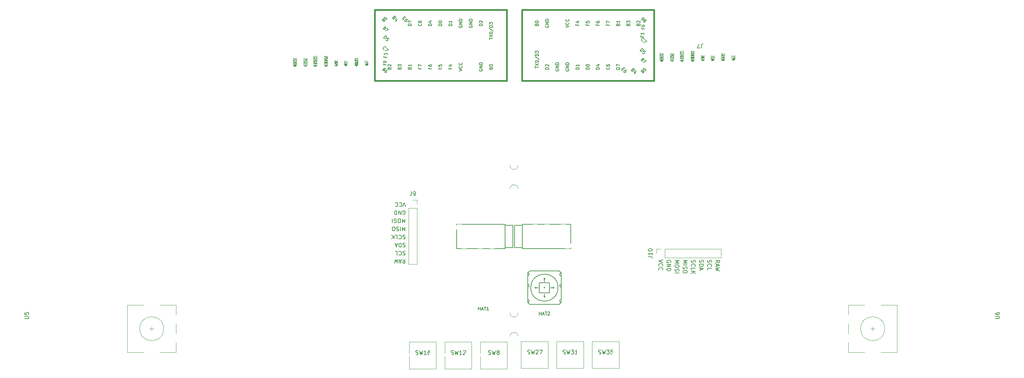
<source format=gbr>
%TF.GenerationSoftware,KiCad,Pcbnew,(7.0.0)*%
%TF.CreationDate,2023-02-20T10:05:00+01:00*%
%TF.ProjectId,wired-split,77697265-642d-4737-906c-69742e6b6963,rev?*%
%TF.SameCoordinates,Original*%
%TF.FileFunction,Legend,Top*%
%TF.FilePolarity,Positive*%
%FSLAX46Y46*%
G04 Gerber Fmt 4.6, Leading zero omitted, Abs format (unit mm)*
G04 Created by KiCad (PCBNEW (7.0.0)) date 2023-02-20 10:05:00*
%MOMM*%
%LPD*%
G01*
G04 APERTURE LIST*
G04 Aperture macros list*
%AMHorizOval*
0 Thick line with rounded ends*
0 $1 width*
0 $2 $3 position (X,Y) of the first rounded end (center of the circle)*
0 $4 $5 position (X,Y) of the second rounded end (center of the circle)*
0 Add line between two ends*
20,1,$1,$2,$3,$4,$5,0*
0 Add two circle primitives to create the rounded ends*
1,1,$1,$2,$3*
1,1,$1,$4,$5*%
G04 Aperture macros list end*
%ADD10C,0.150000*%
%ADD11C,0.152400*%
%ADD12C,0.120000*%
%ADD13C,0.100000*%
%ADD14C,0.381000*%
%ADD15C,0.160000*%
%ADD16C,1.752600*%
%ADD17C,4.500000*%
%ADD18C,4.400000*%
%ADD19HorizOval,1.701800X-0.492404X0.086824X0.492404X-0.086824X0*%
%ADD20C,3.000000*%
%ADD21C,3.987800*%
%ADD22C,2.000000*%
%ADD23R,3.200000X2.000000*%
%ADD24R,1.350000X1.350000*%
%ADD25O,1.350000X1.350000*%
%ADD26HorizOval,1.701800X-0.498097X-0.043578X0.498097X0.043578X0*%
%ADD27C,0.500000*%
%ADD28HorizOval,1.701800X-0.499315X-0.026168X0.499315X0.026168X0*%
%ADD29O,2.701800X1.701800*%
%ADD30C,1.700000*%
%ADD31O,1.700000X1.700000*%
%ADD32HorizOval,1.701800X-0.498097X0.043578X0.498097X-0.043578X0*%
%ADD33HorizOval,1.701800X-0.499315X0.026168X0.499315X-0.026168X0*%
%ADD34C,1.800000*%
%ADD35C,1.600000*%
%ADD36C,0.800000*%
%ADD37O,2.000000X1.600000*%
%ADD38HorizOval,1.701800X-0.492404X-0.086824X0.492404X0.086824X0*%
%ADD39R,1.400000X1.400000*%
%ADD40C,1.400000*%
G04 APERTURE END LIST*
D10*
X259599238Y-140906476D02*
X259551619Y-141049333D01*
X259551619Y-141049333D02*
X259551619Y-141287428D01*
X259551619Y-141287428D02*
X259599238Y-141382666D01*
X259599238Y-141382666D02*
X259646857Y-141430285D01*
X259646857Y-141430285D02*
X259742095Y-141477904D01*
X259742095Y-141477904D02*
X259837333Y-141477904D01*
X259837333Y-141477904D02*
X259932571Y-141430285D01*
X259932571Y-141430285D02*
X259980190Y-141382666D01*
X259980190Y-141382666D02*
X260027809Y-141287428D01*
X260027809Y-141287428D02*
X260075428Y-141096952D01*
X260075428Y-141096952D02*
X260123047Y-141001714D01*
X260123047Y-141001714D02*
X260170666Y-140954095D01*
X260170666Y-140954095D02*
X260265904Y-140906476D01*
X260265904Y-140906476D02*
X260361142Y-140906476D01*
X260361142Y-140906476D02*
X260456380Y-140954095D01*
X260456380Y-140954095D02*
X260504000Y-141001714D01*
X260504000Y-141001714D02*
X260551619Y-141096952D01*
X260551619Y-141096952D02*
X260551619Y-141335047D01*
X260551619Y-141335047D02*
X260504000Y-141477904D01*
X259646857Y-142477904D02*
X259599238Y-142430285D01*
X259599238Y-142430285D02*
X259551619Y-142287428D01*
X259551619Y-142287428D02*
X259551619Y-142192190D01*
X259551619Y-142192190D02*
X259599238Y-142049333D01*
X259599238Y-142049333D02*
X259694476Y-141954095D01*
X259694476Y-141954095D02*
X259789714Y-141906476D01*
X259789714Y-141906476D02*
X259980190Y-141858857D01*
X259980190Y-141858857D02*
X260123047Y-141858857D01*
X260123047Y-141858857D02*
X260313523Y-141906476D01*
X260313523Y-141906476D02*
X260408761Y-141954095D01*
X260408761Y-141954095D02*
X260504000Y-142049333D01*
X260504000Y-142049333D02*
X260551619Y-142192190D01*
X260551619Y-142192190D02*
X260551619Y-142287428D01*
X260551619Y-142287428D02*
X260504000Y-142430285D01*
X260504000Y-142430285D02*
X260456380Y-142477904D01*
X259551619Y-143382666D02*
X259551619Y-142906476D01*
X259551619Y-142906476D02*
X260551619Y-142906476D01*
X259551619Y-143716000D02*
X260551619Y-143716000D01*
X259551619Y-144287428D02*
X260123047Y-143858857D01*
X260551619Y-144287428D02*
X259980190Y-143716000D01*
X188118761Y-127455619D02*
X187785428Y-126455619D01*
X187785428Y-126455619D02*
X187452095Y-127455619D01*
X186547333Y-126550857D02*
X186594952Y-126503238D01*
X186594952Y-126503238D02*
X186737809Y-126455619D01*
X186737809Y-126455619D02*
X186833047Y-126455619D01*
X186833047Y-126455619D02*
X186975904Y-126503238D01*
X186975904Y-126503238D02*
X187071142Y-126598476D01*
X187071142Y-126598476D02*
X187118761Y-126693714D01*
X187118761Y-126693714D02*
X187166380Y-126884190D01*
X187166380Y-126884190D02*
X187166380Y-127027047D01*
X187166380Y-127027047D02*
X187118761Y-127217523D01*
X187118761Y-127217523D02*
X187071142Y-127312761D01*
X187071142Y-127312761D02*
X186975904Y-127408000D01*
X186975904Y-127408000D02*
X186833047Y-127455619D01*
X186833047Y-127455619D02*
X186737809Y-127455619D01*
X186737809Y-127455619D02*
X186594952Y-127408000D01*
X186594952Y-127408000D02*
X186547333Y-127360380D01*
X185547333Y-126550857D02*
X185594952Y-126503238D01*
X185594952Y-126503238D02*
X185737809Y-126455619D01*
X185737809Y-126455619D02*
X185833047Y-126455619D01*
X185833047Y-126455619D02*
X185975904Y-126503238D01*
X185975904Y-126503238D02*
X186071142Y-126598476D01*
X186071142Y-126598476D02*
X186118761Y-126693714D01*
X186118761Y-126693714D02*
X186166380Y-126884190D01*
X186166380Y-126884190D02*
X186166380Y-127027047D01*
X186166380Y-127027047D02*
X186118761Y-127217523D01*
X186118761Y-127217523D02*
X186071142Y-127312761D01*
X186071142Y-127312761D02*
X185975904Y-127408000D01*
X185975904Y-127408000D02*
X185833047Y-127455619D01*
X185833047Y-127455619D02*
X185737809Y-127455619D01*
X185737809Y-127455619D02*
X185594952Y-127408000D01*
X185594952Y-127408000D02*
X185547333Y-127360380D01*
X261631238Y-140906476D02*
X261583619Y-141049333D01*
X261583619Y-141049333D02*
X261583619Y-141287428D01*
X261583619Y-141287428D02*
X261631238Y-141382666D01*
X261631238Y-141382666D02*
X261678857Y-141430285D01*
X261678857Y-141430285D02*
X261774095Y-141477904D01*
X261774095Y-141477904D02*
X261869333Y-141477904D01*
X261869333Y-141477904D02*
X261964571Y-141430285D01*
X261964571Y-141430285D02*
X262012190Y-141382666D01*
X262012190Y-141382666D02*
X262059809Y-141287428D01*
X262059809Y-141287428D02*
X262107428Y-141096952D01*
X262107428Y-141096952D02*
X262155047Y-141001714D01*
X262155047Y-141001714D02*
X262202666Y-140954095D01*
X262202666Y-140954095D02*
X262297904Y-140906476D01*
X262297904Y-140906476D02*
X262393142Y-140906476D01*
X262393142Y-140906476D02*
X262488380Y-140954095D01*
X262488380Y-140954095D02*
X262536000Y-141001714D01*
X262536000Y-141001714D02*
X262583619Y-141096952D01*
X262583619Y-141096952D02*
X262583619Y-141335047D01*
X262583619Y-141335047D02*
X262536000Y-141477904D01*
X261583619Y-141906476D02*
X262583619Y-141906476D01*
X262583619Y-141906476D02*
X262583619Y-142144571D01*
X262583619Y-142144571D02*
X262536000Y-142287428D01*
X262536000Y-142287428D02*
X262440761Y-142382666D01*
X262440761Y-142382666D02*
X262345523Y-142430285D01*
X262345523Y-142430285D02*
X262155047Y-142477904D01*
X262155047Y-142477904D02*
X262012190Y-142477904D01*
X262012190Y-142477904D02*
X261821714Y-142430285D01*
X261821714Y-142430285D02*
X261726476Y-142382666D01*
X261726476Y-142382666D02*
X261631238Y-142287428D01*
X261631238Y-142287428D02*
X261583619Y-142144571D01*
X261583619Y-142144571D02*
X261583619Y-141906476D01*
X261869333Y-142858857D02*
X261869333Y-143335047D01*
X261583619Y-142763619D02*
X262583619Y-143096952D01*
X262583619Y-143096952D02*
X261583619Y-143430285D01*
X187975904Y-130519619D02*
X187975904Y-131519619D01*
X187975904Y-131519619D02*
X187642571Y-130805333D01*
X187642571Y-130805333D02*
X187309238Y-131519619D01*
X187309238Y-131519619D02*
X187309238Y-130519619D01*
X186642571Y-131519619D02*
X186452095Y-131519619D01*
X186452095Y-131519619D02*
X186356857Y-131472000D01*
X186356857Y-131472000D02*
X186261619Y-131376761D01*
X186261619Y-131376761D02*
X186214000Y-131186285D01*
X186214000Y-131186285D02*
X186214000Y-130852952D01*
X186214000Y-130852952D02*
X186261619Y-130662476D01*
X186261619Y-130662476D02*
X186356857Y-130567238D01*
X186356857Y-130567238D02*
X186452095Y-130519619D01*
X186452095Y-130519619D02*
X186642571Y-130519619D01*
X186642571Y-130519619D02*
X186737809Y-130567238D01*
X186737809Y-130567238D02*
X186833047Y-130662476D01*
X186833047Y-130662476D02*
X186880666Y-130852952D01*
X186880666Y-130852952D02*
X186880666Y-131186285D01*
X186880666Y-131186285D02*
X186833047Y-131376761D01*
X186833047Y-131376761D02*
X186737809Y-131472000D01*
X186737809Y-131472000D02*
X186642571Y-131519619D01*
X185833047Y-130567238D02*
X185690190Y-130519619D01*
X185690190Y-130519619D02*
X185452095Y-130519619D01*
X185452095Y-130519619D02*
X185356857Y-130567238D01*
X185356857Y-130567238D02*
X185309238Y-130614857D01*
X185309238Y-130614857D02*
X185261619Y-130710095D01*
X185261619Y-130710095D02*
X185261619Y-130805333D01*
X185261619Y-130805333D02*
X185309238Y-130900571D01*
X185309238Y-130900571D02*
X185356857Y-130948190D01*
X185356857Y-130948190D02*
X185452095Y-130995809D01*
X185452095Y-130995809D02*
X185642571Y-131043428D01*
X185642571Y-131043428D02*
X185737809Y-131091047D01*
X185737809Y-131091047D02*
X185785428Y-131138666D01*
X185785428Y-131138666D02*
X185833047Y-131233904D01*
X185833047Y-131233904D02*
X185833047Y-131329142D01*
X185833047Y-131329142D02*
X185785428Y-131424380D01*
X185785428Y-131424380D02*
X185737809Y-131472000D01*
X185737809Y-131472000D02*
X185642571Y-131519619D01*
X185642571Y-131519619D02*
X185404476Y-131519619D01*
X185404476Y-131519619D02*
X185261619Y-131472000D01*
X184833047Y-130519619D02*
X184833047Y-131519619D01*
X263663238Y-140906476D02*
X263615619Y-141049333D01*
X263615619Y-141049333D02*
X263615619Y-141287428D01*
X263615619Y-141287428D02*
X263663238Y-141382666D01*
X263663238Y-141382666D02*
X263710857Y-141430285D01*
X263710857Y-141430285D02*
X263806095Y-141477904D01*
X263806095Y-141477904D02*
X263901333Y-141477904D01*
X263901333Y-141477904D02*
X263996571Y-141430285D01*
X263996571Y-141430285D02*
X264044190Y-141382666D01*
X264044190Y-141382666D02*
X264091809Y-141287428D01*
X264091809Y-141287428D02*
X264139428Y-141096952D01*
X264139428Y-141096952D02*
X264187047Y-141001714D01*
X264187047Y-141001714D02*
X264234666Y-140954095D01*
X264234666Y-140954095D02*
X264329904Y-140906476D01*
X264329904Y-140906476D02*
X264425142Y-140906476D01*
X264425142Y-140906476D02*
X264520380Y-140954095D01*
X264520380Y-140954095D02*
X264568000Y-141001714D01*
X264568000Y-141001714D02*
X264615619Y-141096952D01*
X264615619Y-141096952D02*
X264615619Y-141335047D01*
X264615619Y-141335047D02*
X264568000Y-141477904D01*
X263710857Y-142477904D02*
X263663238Y-142430285D01*
X263663238Y-142430285D02*
X263615619Y-142287428D01*
X263615619Y-142287428D02*
X263615619Y-142192190D01*
X263615619Y-142192190D02*
X263663238Y-142049333D01*
X263663238Y-142049333D02*
X263758476Y-141954095D01*
X263758476Y-141954095D02*
X263853714Y-141906476D01*
X263853714Y-141906476D02*
X264044190Y-141858857D01*
X264044190Y-141858857D02*
X264187047Y-141858857D01*
X264187047Y-141858857D02*
X264377523Y-141906476D01*
X264377523Y-141906476D02*
X264472761Y-141954095D01*
X264472761Y-141954095D02*
X264568000Y-142049333D01*
X264568000Y-142049333D02*
X264615619Y-142192190D01*
X264615619Y-142192190D02*
X264615619Y-142287428D01*
X264615619Y-142287428D02*
X264568000Y-142430285D01*
X264568000Y-142430285D02*
X264520380Y-142477904D01*
X263615619Y-143382666D02*
X263615619Y-142906476D01*
X263615619Y-142906476D02*
X264615619Y-142906476D01*
X187404476Y-140679619D02*
X187737809Y-141155809D01*
X187975904Y-140679619D02*
X187975904Y-141679619D01*
X187975904Y-141679619D02*
X187594952Y-141679619D01*
X187594952Y-141679619D02*
X187499714Y-141632000D01*
X187499714Y-141632000D02*
X187452095Y-141584380D01*
X187452095Y-141584380D02*
X187404476Y-141489142D01*
X187404476Y-141489142D02*
X187404476Y-141346285D01*
X187404476Y-141346285D02*
X187452095Y-141251047D01*
X187452095Y-141251047D02*
X187499714Y-141203428D01*
X187499714Y-141203428D02*
X187594952Y-141155809D01*
X187594952Y-141155809D02*
X187975904Y-141155809D01*
X187023523Y-140965333D02*
X186547333Y-140965333D01*
X187118761Y-140679619D02*
X186785428Y-141679619D01*
X186785428Y-141679619D02*
X186452095Y-140679619D01*
X186213999Y-141679619D02*
X185975904Y-140679619D01*
X185975904Y-140679619D02*
X185785428Y-141393904D01*
X185785428Y-141393904D02*
X185594952Y-140679619D01*
X185594952Y-140679619D02*
X185356857Y-141679619D01*
X188023523Y-138695238D02*
X187880666Y-138647619D01*
X187880666Y-138647619D02*
X187642571Y-138647619D01*
X187642571Y-138647619D02*
X187547333Y-138695238D01*
X187547333Y-138695238D02*
X187499714Y-138742857D01*
X187499714Y-138742857D02*
X187452095Y-138838095D01*
X187452095Y-138838095D02*
X187452095Y-138933333D01*
X187452095Y-138933333D02*
X187499714Y-139028571D01*
X187499714Y-139028571D02*
X187547333Y-139076190D01*
X187547333Y-139076190D02*
X187642571Y-139123809D01*
X187642571Y-139123809D02*
X187833047Y-139171428D01*
X187833047Y-139171428D02*
X187928285Y-139219047D01*
X187928285Y-139219047D02*
X187975904Y-139266666D01*
X187975904Y-139266666D02*
X188023523Y-139361904D01*
X188023523Y-139361904D02*
X188023523Y-139457142D01*
X188023523Y-139457142D02*
X187975904Y-139552380D01*
X187975904Y-139552380D02*
X187928285Y-139600000D01*
X187928285Y-139600000D02*
X187833047Y-139647619D01*
X187833047Y-139647619D02*
X187594952Y-139647619D01*
X187594952Y-139647619D02*
X187452095Y-139600000D01*
X186452095Y-138742857D02*
X186499714Y-138695238D01*
X186499714Y-138695238D02*
X186642571Y-138647619D01*
X186642571Y-138647619D02*
X186737809Y-138647619D01*
X186737809Y-138647619D02*
X186880666Y-138695238D01*
X186880666Y-138695238D02*
X186975904Y-138790476D01*
X186975904Y-138790476D02*
X187023523Y-138885714D01*
X187023523Y-138885714D02*
X187071142Y-139076190D01*
X187071142Y-139076190D02*
X187071142Y-139219047D01*
X187071142Y-139219047D02*
X187023523Y-139409523D01*
X187023523Y-139409523D02*
X186975904Y-139504761D01*
X186975904Y-139504761D02*
X186880666Y-139600000D01*
X186880666Y-139600000D02*
X186737809Y-139647619D01*
X186737809Y-139647619D02*
X186642571Y-139647619D01*
X186642571Y-139647619D02*
X186499714Y-139600000D01*
X186499714Y-139600000D02*
X186452095Y-139552380D01*
X185547333Y-138647619D02*
X186023523Y-138647619D01*
X186023523Y-138647619D02*
X186023523Y-139647619D01*
X252423619Y-140811238D02*
X251423619Y-141144571D01*
X251423619Y-141144571D02*
X252423619Y-141477904D01*
X251518857Y-142382666D02*
X251471238Y-142335047D01*
X251471238Y-142335047D02*
X251423619Y-142192190D01*
X251423619Y-142192190D02*
X251423619Y-142096952D01*
X251423619Y-142096952D02*
X251471238Y-141954095D01*
X251471238Y-141954095D02*
X251566476Y-141858857D01*
X251566476Y-141858857D02*
X251661714Y-141811238D01*
X251661714Y-141811238D02*
X251852190Y-141763619D01*
X251852190Y-141763619D02*
X251995047Y-141763619D01*
X251995047Y-141763619D02*
X252185523Y-141811238D01*
X252185523Y-141811238D02*
X252280761Y-141858857D01*
X252280761Y-141858857D02*
X252376000Y-141954095D01*
X252376000Y-141954095D02*
X252423619Y-142096952D01*
X252423619Y-142096952D02*
X252423619Y-142192190D01*
X252423619Y-142192190D02*
X252376000Y-142335047D01*
X252376000Y-142335047D02*
X252328380Y-142382666D01*
X251518857Y-143382666D02*
X251471238Y-143335047D01*
X251471238Y-143335047D02*
X251423619Y-143192190D01*
X251423619Y-143192190D02*
X251423619Y-143096952D01*
X251423619Y-143096952D02*
X251471238Y-142954095D01*
X251471238Y-142954095D02*
X251566476Y-142858857D01*
X251566476Y-142858857D02*
X251661714Y-142811238D01*
X251661714Y-142811238D02*
X251852190Y-142763619D01*
X251852190Y-142763619D02*
X251995047Y-142763619D01*
X251995047Y-142763619D02*
X252185523Y-142811238D01*
X252185523Y-142811238D02*
X252280761Y-142858857D01*
X252280761Y-142858857D02*
X252376000Y-142954095D01*
X252376000Y-142954095D02*
X252423619Y-143096952D01*
X252423619Y-143096952D02*
X252423619Y-143192190D01*
X252423619Y-143192190D02*
X252376000Y-143335047D01*
X252376000Y-143335047D02*
X252328380Y-143382666D01*
X187975904Y-132551619D02*
X187975904Y-133551619D01*
X187975904Y-133551619D02*
X187642571Y-132837333D01*
X187642571Y-132837333D02*
X187309238Y-133551619D01*
X187309238Y-133551619D02*
X187309238Y-132551619D01*
X186833047Y-132551619D02*
X186833047Y-133551619D01*
X186404476Y-132599238D02*
X186261619Y-132551619D01*
X186261619Y-132551619D02*
X186023524Y-132551619D01*
X186023524Y-132551619D02*
X185928286Y-132599238D01*
X185928286Y-132599238D02*
X185880667Y-132646857D01*
X185880667Y-132646857D02*
X185833048Y-132742095D01*
X185833048Y-132742095D02*
X185833048Y-132837333D01*
X185833048Y-132837333D02*
X185880667Y-132932571D01*
X185880667Y-132932571D02*
X185928286Y-132980190D01*
X185928286Y-132980190D02*
X186023524Y-133027809D01*
X186023524Y-133027809D02*
X186214000Y-133075428D01*
X186214000Y-133075428D02*
X186309238Y-133123047D01*
X186309238Y-133123047D02*
X186356857Y-133170666D01*
X186356857Y-133170666D02*
X186404476Y-133265904D01*
X186404476Y-133265904D02*
X186404476Y-133361142D01*
X186404476Y-133361142D02*
X186356857Y-133456380D01*
X186356857Y-133456380D02*
X186309238Y-133504000D01*
X186309238Y-133504000D02*
X186214000Y-133551619D01*
X186214000Y-133551619D02*
X185975905Y-133551619D01*
X185975905Y-133551619D02*
X185833048Y-133504000D01*
X185214000Y-133551619D02*
X185023524Y-133551619D01*
X185023524Y-133551619D02*
X184928286Y-133504000D01*
X184928286Y-133504000D02*
X184833048Y-133408761D01*
X184833048Y-133408761D02*
X184785429Y-133218285D01*
X184785429Y-133218285D02*
X184785429Y-132884952D01*
X184785429Y-132884952D02*
X184833048Y-132694476D01*
X184833048Y-132694476D02*
X184928286Y-132599238D01*
X184928286Y-132599238D02*
X185023524Y-132551619D01*
X185023524Y-132551619D02*
X185214000Y-132551619D01*
X185214000Y-132551619D02*
X185309238Y-132599238D01*
X185309238Y-132599238D02*
X185404476Y-132694476D01*
X185404476Y-132694476D02*
X185452095Y-132884952D01*
X185452095Y-132884952D02*
X185452095Y-133218285D01*
X185452095Y-133218285D02*
X185404476Y-133408761D01*
X185404476Y-133408761D02*
X185309238Y-133504000D01*
X185309238Y-133504000D02*
X185214000Y-133551619D01*
X265647619Y-141525523D02*
X266123809Y-141192190D01*
X265647619Y-140954095D02*
X266647619Y-140954095D01*
X266647619Y-140954095D02*
X266647619Y-141335047D01*
X266647619Y-141335047D02*
X266600000Y-141430285D01*
X266600000Y-141430285D02*
X266552380Y-141477904D01*
X266552380Y-141477904D02*
X266457142Y-141525523D01*
X266457142Y-141525523D02*
X266314285Y-141525523D01*
X266314285Y-141525523D02*
X266219047Y-141477904D01*
X266219047Y-141477904D02*
X266171428Y-141430285D01*
X266171428Y-141430285D02*
X266123809Y-141335047D01*
X266123809Y-141335047D02*
X266123809Y-140954095D01*
X265933333Y-141906476D02*
X265933333Y-142382666D01*
X265647619Y-141811238D02*
X266647619Y-142144571D01*
X266647619Y-142144571D02*
X265647619Y-142477904D01*
X266647619Y-142716000D02*
X265647619Y-142954095D01*
X265647619Y-142954095D02*
X266361904Y-143144571D01*
X266361904Y-143144571D02*
X265647619Y-143335047D01*
X265647619Y-143335047D02*
X266647619Y-143573143D01*
X188023523Y-134631238D02*
X187880666Y-134583619D01*
X187880666Y-134583619D02*
X187642571Y-134583619D01*
X187642571Y-134583619D02*
X187547333Y-134631238D01*
X187547333Y-134631238D02*
X187499714Y-134678857D01*
X187499714Y-134678857D02*
X187452095Y-134774095D01*
X187452095Y-134774095D02*
X187452095Y-134869333D01*
X187452095Y-134869333D02*
X187499714Y-134964571D01*
X187499714Y-134964571D02*
X187547333Y-135012190D01*
X187547333Y-135012190D02*
X187642571Y-135059809D01*
X187642571Y-135059809D02*
X187833047Y-135107428D01*
X187833047Y-135107428D02*
X187928285Y-135155047D01*
X187928285Y-135155047D02*
X187975904Y-135202666D01*
X187975904Y-135202666D02*
X188023523Y-135297904D01*
X188023523Y-135297904D02*
X188023523Y-135393142D01*
X188023523Y-135393142D02*
X187975904Y-135488380D01*
X187975904Y-135488380D02*
X187928285Y-135536000D01*
X187928285Y-135536000D02*
X187833047Y-135583619D01*
X187833047Y-135583619D02*
X187594952Y-135583619D01*
X187594952Y-135583619D02*
X187452095Y-135536000D01*
X186452095Y-134678857D02*
X186499714Y-134631238D01*
X186499714Y-134631238D02*
X186642571Y-134583619D01*
X186642571Y-134583619D02*
X186737809Y-134583619D01*
X186737809Y-134583619D02*
X186880666Y-134631238D01*
X186880666Y-134631238D02*
X186975904Y-134726476D01*
X186975904Y-134726476D02*
X187023523Y-134821714D01*
X187023523Y-134821714D02*
X187071142Y-135012190D01*
X187071142Y-135012190D02*
X187071142Y-135155047D01*
X187071142Y-135155047D02*
X187023523Y-135345523D01*
X187023523Y-135345523D02*
X186975904Y-135440761D01*
X186975904Y-135440761D02*
X186880666Y-135536000D01*
X186880666Y-135536000D02*
X186737809Y-135583619D01*
X186737809Y-135583619D02*
X186642571Y-135583619D01*
X186642571Y-135583619D02*
X186499714Y-135536000D01*
X186499714Y-135536000D02*
X186452095Y-135488380D01*
X185547333Y-134583619D02*
X186023523Y-134583619D01*
X186023523Y-134583619D02*
X186023523Y-135583619D01*
X185213999Y-134583619D02*
X185213999Y-135583619D01*
X184642571Y-134583619D02*
X185071142Y-135155047D01*
X184642571Y-135583619D02*
X185213999Y-135012190D01*
X188023523Y-136663238D02*
X187880666Y-136615619D01*
X187880666Y-136615619D02*
X187642571Y-136615619D01*
X187642571Y-136615619D02*
X187547333Y-136663238D01*
X187547333Y-136663238D02*
X187499714Y-136710857D01*
X187499714Y-136710857D02*
X187452095Y-136806095D01*
X187452095Y-136806095D02*
X187452095Y-136901333D01*
X187452095Y-136901333D02*
X187499714Y-136996571D01*
X187499714Y-136996571D02*
X187547333Y-137044190D01*
X187547333Y-137044190D02*
X187642571Y-137091809D01*
X187642571Y-137091809D02*
X187833047Y-137139428D01*
X187833047Y-137139428D02*
X187928285Y-137187047D01*
X187928285Y-137187047D02*
X187975904Y-137234666D01*
X187975904Y-137234666D02*
X188023523Y-137329904D01*
X188023523Y-137329904D02*
X188023523Y-137425142D01*
X188023523Y-137425142D02*
X187975904Y-137520380D01*
X187975904Y-137520380D02*
X187928285Y-137568000D01*
X187928285Y-137568000D02*
X187833047Y-137615619D01*
X187833047Y-137615619D02*
X187594952Y-137615619D01*
X187594952Y-137615619D02*
X187452095Y-137568000D01*
X187023523Y-136615619D02*
X187023523Y-137615619D01*
X187023523Y-137615619D02*
X186785428Y-137615619D01*
X186785428Y-137615619D02*
X186642571Y-137568000D01*
X186642571Y-137568000D02*
X186547333Y-137472761D01*
X186547333Y-137472761D02*
X186499714Y-137377523D01*
X186499714Y-137377523D02*
X186452095Y-137187047D01*
X186452095Y-137187047D02*
X186452095Y-137044190D01*
X186452095Y-137044190D02*
X186499714Y-136853714D01*
X186499714Y-136853714D02*
X186547333Y-136758476D01*
X186547333Y-136758476D02*
X186642571Y-136663238D01*
X186642571Y-136663238D02*
X186785428Y-136615619D01*
X186785428Y-136615619D02*
X187023523Y-136615619D01*
X186071142Y-136901333D02*
X185594952Y-136901333D01*
X186166380Y-136615619D02*
X185833047Y-137615619D01*
X185833047Y-137615619D02*
X185499714Y-136615619D01*
X187452095Y-129440000D02*
X187547333Y-129487619D01*
X187547333Y-129487619D02*
X187690190Y-129487619D01*
X187690190Y-129487619D02*
X187833047Y-129440000D01*
X187833047Y-129440000D02*
X187928285Y-129344761D01*
X187928285Y-129344761D02*
X187975904Y-129249523D01*
X187975904Y-129249523D02*
X188023523Y-129059047D01*
X188023523Y-129059047D02*
X188023523Y-128916190D01*
X188023523Y-128916190D02*
X187975904Y-128725714D01*
X187975904Y-128725714D02*
X187928285Y-128630476D01*
X187928285Y-128630476D02*
X187833047Y-128535238D01*
X187833047Y-128535238D02*
X187690190Y-128487619D01*
X187690190Y-128487619D02*
X187594952Y-128487619D01*
X187594952Y-128487619D02*
X187452095Y-128535238D01*
X187452095Y-128535238D02*
X187404476Y-128582857D01*
X187404476Y-128582857D02*
X187404476Y-128916190D01*
X187404476Y-128916190D02*
X187594952Y-128916190D01*
X186975904Y-128487619D02*
X186975904Y-129487619D01*
X186975904Y-129487619D02*
X186404476Y-128487619D01*
X186404476Y-128487619D02*
X186404476Y-129487619D01*
X185928285Y-128487619D02*
X185928285Y-129487619D01*
X185928285Y-129487619D02*
X185690190Y-129487619D01*
X185690190Y-129487619D02*
X185547333Y-129440000D01*
X185547333Y-129440000D02*
X185452095Y-129344761D01*
X185452095Y-129344761D02*
X185404476Y-129249523D01*
X185404476Y-129249523D02*
X185356857Y-129059047D01*
X185356857Y-129059047D02*
X185356857Y-128916190D01*
X185356857Y-128916190D02*
X185404476Y-128725714D01*
X185404476Y-128725714D02*
X185452095Y-128630476D01*
X185452095Y-128630476D02*
X185547333Y-128535238D01*
X185547333Y-128535238D02*
X185690190Y-128487619D01*
X185690190Y-128487619D02*
X185928285Y-128487619D01*
X254408000Y-141477904D02*
X254455619Y-141382666D01*
X254455619Y-141382666D02*
X254455619Y-141239809D01*
X254455619Y-141239809D02*
X254408000Y-141096952D01*
X254408000Y-141096952D02*
X254312761Y-141001714D01*
X254312761Y-141001714D02*
X254217523Y-140954095D01*
X254217523Y-140954095D02*
X254027047Y-140906476D01*
X254027047Y-140906476D02*
X253884190Y-140906476D01*
X253884190Y-140906476D02*
X253693714Y-140954095D01*
X253693714Y-140954095D02*
X253598476Y-141001714D01*
X253598476Y-141001714D02*
X253503238Y-141096952D01*
X253503238Y-141096952D02*
X253455619Y-141239809D01*
X253455619Y-141239809D02*
X253455619Y-141335047D01*
X253455619Y-141335047D02*
X253503238Y-141477904D01*
X253503238Y-141477904D02*
X253550857Y-141525523D01*
X253550857Y-141525523D02*
X253884190Y-141525523D01*
X253884190Y-141525523D02*
X253884190Y-141335047D01*
X253455619Y-141954095D02*
X254455619Y-141954095D01*
X254455619Y-141954095D02*
X253455619Y-142525523D01*
X253455619Y-142525523D02*
X254455619Y-142525523D01*
X253455619Y-143001714D02*
X254455619Y-143001714D01*
X254455619Y-143001714D02*
X254455619Y-143239809D01*
X254455619Y-143239809D02*
X254408000Y-143382666D01*
X254408000Y-143382666D02*
X254312761Y-143477904D01*
X254312761Y-143477904D02*
X254217523Y-143525523D01*
X254217523Y-143525523D02*
X254027047Y-143573142D01*
X254027047Y-143573142D02*
X253884190Y-143573142D01*
X253884190Y-143573142D02*
X253693714Y-143525523D01*
X253693714Y-143525523D02*
X253598476Y-143477904D01*
X253598476Y-143477904D02*
X253503238Y-143382666D01*
X253503238Y-143382666D02*
X253455619Y-143239809D01*
X253455619Y-143239809D02*
X253455619Y-143001714D01*
X255487619Y-140954095D02*
X256487619Y-140954095D01*
X256487619Y-140954095D02*
X255773333Y-141287428D01*
X255773333Y-141287428D02*
X256487619Y-141620761D01*
X256487619Y-141620761D02*
X255487619Y-141620761D01*
X256487619Y-142287428D02*
X256487619Y-142477904D01*
X256487619Y-142477904D02*
X256440000Y-142573142D01*
X256440000Y-142573142D02*
X256344761Y-142668380D01*
X256344761Y-142668380D02*
X256154285Y-142715999D01*
X256154285Y-142715999D02*
X255820952Y-142715999D01*
X255820952Y-142715999D02*
X255630476Y-142668380D01*
X255630476Y-142668380D02*
X255535238Y-142573142D01*
X255535238Y-142573142D02*
X255487619Y-142477904D01*
X255487619Y-142477904D02*
X255487619Y-142287428D01*
X255487619Y-142287428D02*
X255535238Y-142192190D01*
X255535238Y-142192190D02*
X255630476Y-142096952D01*
X255630476Y-142096952D02*
X255820952Y-142049333D01*
X255820952Y-142049333D02*
X256154285Y-142049333D01*
X256154285Y-142049333D02*
X256344761Y-142096952D01*
X256344761Y-142096952D02*
X256440000Y-142192190D01*
X256440000Y-142192190D02*
X256487619Y-142287428D01*
X255535238Y-143096952D02*
X255487619Y-143239809D01*
X255487619Y-143239809D02*
X255487619Y-143477904D01*
X255487619Y-143477904D02*
X255535238Y-143573142D01*
X255535238Y-143573142D02*
X255582857Y-143620761D01*
X255582857Y-143620761D02*
X255678095Y-143668380D01*
X255678095Y-143668380D02*
X255773333Y-143668380D01*
X255773333Y-143668380D02*
X255868571Y-143620761D01*
X255868571Y-143620761D02*
X255916190Y-143573142D01*
X255916190Y-143573142D02*
X255963809Y-143477904D01*
X255963809Y-143477904D02*
X256011428Y-143287428D01*
X256011428Y-143287428D02*
X256059047Y-143192190D01*
X256059047Y-143192190D02*
X256106666Y-143144571D01*
X256106666Y-143144571D02*
X256201904Y-143096952D01*
X256201904Y-143096952D02*
X256297142Y-143096952D01*
X256297142Y-143096952D02*
X256392380Y-143144571D01*
X256392380Y-143144571D02*
X256440000Y-143192190D01*
X256440000Y-143192190D02*
X256487619Y-143287428D01*
X256487619Y-143287428D02*
X256487619Y-143525523D01*
X256487619Y-143525523D02*
X256440000Y-143668380D01*
X255487619Y-144096952D02*
X256487619Y-144096952D01*
X257519619Y-140954095D02*
X258519619Y-140954095D01*
X258519619Y-140954095D02*
X257805333Y-141287428D01*
X257805333Y-141287428D02*
X258519619Y-141620761D01*
X258519619Y-141620761D02*
X257519619Y-141620761D01*
X257519619Y-142096952D02*
X258519619Y-142096952D01*
X257567238Y-142525523D02*
X257519619Y-142668380D01*
X257519619Y-142668380D02*
X257519619Y-142906475D01*
X257519619Y-142906475D02*
X257567238Y-143001713D01*
X257567238Y-143001713D02*
X257614857Y-143049332D01*
X257614857Y-143049332D02*
X257710095Y-143096951D01*
X257710095Y-143096951D02*
X257805333Y-143096951D01*
X257805333Y-143096951D02*
X257900571Y-143049332D01*
X257900571Y-143049332D02*
X257948190Y-143001713D01*
X257948190Y-143001713D02*
X257995809Y-142906475D01*
X257995809Y-142906475D02*
X258043428Y-142715999D01*
X258043428Y-142715999D02*
X258091047Y-142620761D01*
X258091047Y-142620761D02*
X258138666Y-142573142D01*
X258138666Y-142573142D02*
X258233904Y-142525523D01*
X258233904Y-142525523D02*
X258329142Y-142525523D01*
X258329142Y-142525523D02*
X258424380Y-142573142D01*
X258424380Y-142573142D02*
X258472000Y-142620761D01*
X258472000Y-142620761D02*
X258519619Y-142715999D01*
X258519619Y-142715999D02*
X258519619Y-142954094D01*
X258519619Y-142954094D02*
X258472000Y-143096951D01*
X258519619Y-143715999D02*
X258519619Y-143906475D01*
X258519619Y-143906475D02*
X258472000Y-144001713D01*
X258472000Y-144001713D02*
X258376761Y-144096951D01*
X258376761Y-144096951D02*
X258186285Y-144144570D01*
X258186285Y-144144570D02*
X257852952Y-144144570D01*
X257852952Y-144144570D02*
X257662476Y-144096951D01*
X257662476Y-144096951D02*
X257567238Y-144001713D01*
X257567238Y-144001713D02*
X257519619Y-143906475D01*
X257519619Y-143906475D02*
X257519619Y-143715999D01*
X257519619Y-143715999D02*
X257567238Y-143620761D01*
X257567238Y-143620761D02*
X257662476Y-143525523D01*
X257662476Y-143525523D02*
X257852952Y-143477904D01*
X257852952Y-143477904D02*
X258186285Y-143477904D01*
X258186285Y-143477904D02*
X258376761Y-143525523D01*
X258376761Y-143525523D02*
X258472000Y-143620761D01*
X258472000Y-143620761D02*
X258519619Y-143715999D01*
%TO.C,*%
%TO.C,J9*%
X189579762Y-123725380D02*
X189579762Y-124439666D01*
X189579762Y-124439666D02*
X189532143Y-124582523D01*
X189532143Y-124582523D02*
X189436905Y-124677761D01*
X189436905Y-124677761D02*
X189294048Y-124725380D01*
X189294048Y-124725380D02*
X189198810Y-124725380D01*
X190103572Y-124725380D02*
X190294048Y-124725380D01*
X190294048Y-124725380D02*
X190389286Y-124677761D01*
X190389286Y-124677761D02*
X190436905Y-124630142D01*
X190436905Y-124630142D02*
X190532143Y-124487285D01*
X190532143Y-124487285D02*
X190579762Y-124296809D01*
X190579762Y-124296809D02*
X190579762Y-123915857D01*
X190579762Y-123915857D02*
X190532143Y-123820619D01*
X190532143Y-123820619D02*
X190484524Y-123773000D01*
X190484524Y-123773000D02*
X190389286Y-123725380D01*
X190389286Y-123725380D02*
X190198810Y-123725380D01*
X190198810Y-123725380D02*
X190103572Y-123773000D01*
X190103572Y-123773000D02*
X190055953Y-123820619D01*
X190055953Y-123820619D02*
X190008334Y-123915857D01*
X190008334Y-123915857D02*
X190008334Y-124153952D01*
X190008334Y-124153952D02*
X190055953Y-124249190D01*
X190055953Y-124249190D02*
X190103572Y-124296809D01*
X190103572Y-124296809D02*
X190198810Y-124344428D01*
X190198810Y-124344428D02*
X190389286Y-124344428D01*
X190389286Y-124344428D02*
X190484524Y-124296809D01*
X190484524Y-124296809D02*
X190532143Y-124249190D01*
X190532143Y-124249190D02*
X190579762Y-124153952D01*
%TO.C,SW27*%
X218632981Y-164401048D02*
X218775838Y-164448667D01*
X218775838Y-164448667D02*
X219013933Y-164448667D01*
X219013933Y-164448667D02*
X219109171Y-164401048D01*
X219109171Y-164401048D02*
X219156790Y-164353429D01*
X219156790Y-164353429D02*
X219204409Y-164258191D01*
X219204409Y-164258191D02*
X219204409Y-164162953D01*
X219204409Y-164162953D02*
X219156790Y-164067715D01*
X219156790Y-164067715D02*
X219109171Y-164020096D01*
X219109171Y-164020096D02*
X219013933Y-163972477D01*
X219013933Y-163972477D02*
X218823457Y-163924858D01*
X218823457Y-163924858D02*
X218728219Y-163877239D01*
X218728219Y-163877239D02*
X218680600Y-163829620D01*
X218680600Y-163829620D02*
X218632981Y-163734382D01*
X218632981Y-163734382D02*
X218632981Y-163639144D01*
X218632981Y-163639144D02*
X218680600Y-163543906D01*
X218680600Y-163543906D02*
X218728219Y-163496287D01*
X218728219Y-163496287D02*
X218823457Y-163448667D01*
X218823457Y-163448667D02*
X219061552Y-163448667D01*
X219061552Y-163448667D02*
X219204409Y-163496287D01*
X219537743Y-163448667D02*
X219775838Y-164448667D01*
X219775838Y-164448667D02*
X219966314Y-163734382D01*
X219966314Y-163734382D02*
X220156790Y-164448667D01*
X220156790Y-164448667D02*
X220394886Y-163448667D01*
X220728219Y-163543906D02*
X220775838Y-163496287D01*
X220775838Y-163496287D02*
X220871076Y-163448667D01*
X220871076Y-163448667D02*
X221109171Y-163448667D01*
X221109171Y-163448667D02*
X221204409Y-163496287D01*
X221204409Y-163496287D02*
X221252028Y-163543906D01*
X221252028Y-163543906D02*
X221299647Y-163639144D01*
X221299647Y-163639144D02*
X221299647Y-163734382D01*
X221299647Y-163734382D02*
X221252028Y-163877239D01*
X221252028Y-163877239D02*
X220680600Y-164448667D01*
X220680600Y-164448667D02*
X221299647Y-164448667D01*
X221632981Y-163448667D02*
X222299647Y-163448667D01*
X222299647Y-163448667D02*
X221871076Y-164448667D01*
%TO.C,U7*%
X247381027Y-85996953D02*
X247327152Y-85996953D01*
X247327152Y-85996953D02*
X247219402Y-85943078D01*
X247219402Y-85943078D02*
X247165527Y-85889204D01*
X247165527Y-85889204D02*
X247111653Y-85781454D01*
X247111653Y-85781454D02*
X247111653Y-85673704D01*
X247111653Y-85673704D02*
X247138590Y-85592892D01*
X247138590Y-85592892D02*
X247219402Y-85458205D01*
X247219402Y-85458205D02*
X247300214Y-85377393D01*
X247300214Y-85377393D02*
X247434901Y-85296581D01*
X247434901Y-85296581D02*
X247515714Y-85269643D01*
X247515714Y-85269643D02*
X247623463Y-85269643D01*
X247623463Y-85269643D02*
X247731213Y-85323518D01*
X247731213Y-85323518D02*
X247785088Y-85377393D01*
X247785088Y-85377393D02*
X247838962Y-85485142D01*
X247838962Y-85485142D02*
X247838962Y-85539017D01*
X248081399Y-85673704D02*
X248458523Y-86050828D01*
X248458523Y-86050828D02*
X247650401Y-86374077D01*
X247436336Y-90679512D02*
X247483476Y-90773793D01*
X247483476Y-90773793D02*
X247483476Y-90820933D01*
X247483476Y-90820933D02*
X247459906Y-90891644D01*
X247459906Y-90891644D02*
X247389196Y-90962354D01*
X247389196Y-90962354D02*
X247318485Y-90985925D01*
X247318485Y-90985925D02*
X247271344Y-90985925D01*
X247271344Y-90985925D02*
X247200634Y-90962354D01*
X247200634Y-90962354D02*
X247012072Y-90773793D01*
X247012072Y-90773793D02*
X247507047Y-90278818D01*
X247507047Y-90278818D02*
X247672038Y-90443809D01*
X247672038Y-90443809D02*
X247695608Y-90514520D01*
X247695608Y-90514520D02*
X247695608Y-90561660D01*
X247695608Y-90561660D02*
X247672038Y-90632371D01*
X247672038Y-90632371D02*
X247624898Y-90679512D01*
X247624898Y-90679512D02*
X247554187Y-90703082D01*
X247554187Y-90703082D02*
X247507047Y-90703082D01*
X247507047Y-90703082D02*
X247436336Y-90679512D01*
X247436336Y-90679512D02*
X247271344Y-90514520D01*
X247954881Y-90726652D02*
X248284864Y-91056635D01*
X248284864Y-91056635D02*
X247577757Y-91339478D01*
X231094112Y-81802953D02*
X231094112Y-82069619D01*
X231513159Y-82069619D02*
X230713159Y-82069619D01*
X230713159Y-82069619D02*
X230713159Y-81688667D01*
X230979826Y-81041048D02*
X231513159Y-81041048D01*
X230675064Y-81231524D02*
X231246493Y-81422001D01*
X231246493Y-81422001D02*
X231246493Y-80926762D01*
X233634112Y-81802953D02*
X233634112Y-82069619D01*
X234053159Y-82069619D02*
X233253159Y-82069619D01*
X233253159Y-82069619D02*
X233253159Y-81688667D01*
X233253159Y-81002953D02*
X233253159Y-81383905D01*
X233253159Y-81383905D02*
X233634112Y-81422001D01*
X233634112Y-81422001D02*
X233596016Y-81383905D01*
X233596016Y-81383905D02*
X233557921Y-81307715D01*
X233557921Y-81307715D02*
X233557921Y-81117239D01*
X233557921Y-81117239D02*
X233596016Y-81041048D01*
X233596016Y-81041048D02*
X233634112Y-81002953D01*
X233634112Y-81002953D02*
X233710302Y-80964858D01*
X233710302Y-80964858D02*
X233900778Y-80964858D01*
X233900778Y-80964858D02*
X233976969Y-81002953D01*
X233976969Y-81002953D02*
X234015064Y-81041048D01*
X234015064Y-81041048D02*
X234053159Y-81117239D01*
X234053159Y-81117239D02*
X234053159Y-81307715D01*
X234053159Y-81307715D02*
X234015064Y-81383905D01*
X234015064Y-81383905D02*
X233976969Y-81422001D01*
X225671255Y-93067810D02*
X225633159Y-93144000D01*
X225633159Y-93144000D02*
X225633159Y-93258286D01*
X225633159Y-93258286D02*
X225671255Y-93372572D01*
X225671255Y-93372572D02*
X225747445Y-93448762D01*
X225747445Y-93448762D02*
X225823635Y-93486857D01*
X225823635Y-93486857D02*
X225976016Y-93524953D01*
X225976016Y-93524953D02*
X226090302Y-93524953D01*
X226090302Y-93524953D02*
X226242683Y-93486857D01*
X226242683Y-93486857D02*
X226318874Y-93448762D01*
X226318874Y-93448762D02*
X226395064Y-93372572D01*
X226395064Y-93372572D02*
X226433159Y-93258286D01*
X226433159Y-93258286D02*
X226433159Y-93182095D01*
X226433159Y-93182095D02*
X226395064Y-93067810D01*
X226395064Y-93067810D02*
X226356969Y-93029714D01*
X226356969Y-93029714D02*
X226090302Y-93029714D01*
X226090302Y-93029714D02*
X226090302Y-93182095D01*
X226433159Y-92686857D02*
X225633159Y-92686857D01*
X225633159Y-92686857D02*
X226433159Y-92229714D01*
X226433159Y-92229714D02*
X225633159Y-92229714D01*
X226433159Y-91848762D02*
X225633159Y-91848762D01*
X225633159Y-91848762D02*
X225633159Y-91658286D01*
X225633159Y-91658286D02*
X225671255Y-91544000D01*
X225671255Y-91544000D02*
X225747445Y-91467810D01*
X225747445Y-91467810D02*
X225823635Y-91429715D01*
X225823635Y-91429715D02*
X225976016Y-91391619D01*
X225976016Y-91391619D02*
X226090302Y-91391619D01*
X226090302Y-91391619D02*
X226242683Y-91429715D01*
X226242683Y-91429715D02*
X226318874Y-91467810D01*
X226318874Y-91467810D02*
X226395064Y-91544000D01*
X226395064Y-91544000D02*
X226433159Y-91658286D01*
X226433159Y-91658286D02*
X226433159Y-91848762D01*
X228211255Y-93067810D02*
X228173159Y-93144000D01*
X228173159Y-93144000D02*
X228173159Y-93258286D01*
X228173159Y-93258286D02*
X228211255Y-93372572D01*
X228211255Y-93372572D02*
X228287445Y-93448762D01*
X228287445Y-93448762D02*
X228363635Y-93486857D01*
X228363635Y-93486857D02*
X228516016Y-93524953D01*
X228516016Y-93524953D02*
X228630302Y-93524953D01*
X228630302Y-93524953D02*
X228782683Y-93486857D01*
X228782683Y-93486857D02*
X228858874Y-93448762D01*
X228858874Y-93448762D02*
X228935064Y-93372572D01*
X228935064Y-93372572D02*
X228973159Y-93258286D01*
X228973159Y-93258286D02*
X228973159Y-93182095D01*
X228973159Y-93182095D02*
X228935064Y-93067810D01*
X228935064Y-93067810D02*
X228896969Y-93029714D01*
X228896969Y-93029714D02*
X228630302Y-93029714D01*
X228630302Y-93029714D02*
X228630302Y-93182095D01*
X228973159Y-92686857D02*
X228173159Y-92686857D01*
X228173159Y-92686857D02*
X228973159Y-92229714D01*
X228973159Y-92229714D02*
X228173159Y-92229714D01*
X228973159Y-91848762D02*
X228173159Y-91848762D01*
X228173159Y-91848762D02*
X228173159Y-91658286D01*
X228173159Y-91658286D02*
X228211255Y-91544000D01*
X228211255Y-91544000D02*
X228287445Y-91467810D01*
X228287445Y-91467810D02*
X228363635Y-91429715D01*
X228363635Y-91429715D02*
X228516016Y-91391619D01*
X228516016Y-91391619D02*
X228630302Y-91391619D01*
X228630302Y-91391619D02*
X228782683Y-91429715D01*
X228782683Y-91429715D02*
X228858874Y-91467810D01*
X228858874Y-91467810D02*
X228935064Y-91544000D01*
X228935064Y-91544000D02*
X228973159Y-91658286D01*
X228973159Y-91658286D02*
X228973159Y-91848762D01*
X236174112Y-81802953D02*
X236174112Y-82069619D01*
X236593159Y-82069619D02*
X235793159Y-82069619D01*
X235793159Y-82069619D02*
X235793159Y-81688667D01*
X235793159Y-81041048D02*
X235793159Y-81193429D01*
X235793159Y-81193429D02*
X235831255Y-81269620D01*
X235831255Y-81269620D02*
X235869350Y-81307715D01*
X235869350Y-81307715D02*
X235983635Y-81383905D01*
X235983635Y-81383905D02*
X236136016Y-81422001D01*
X236136016Y-81422001D02*
X236440778Y-81422001D01*
X236440778Y-81422001D02*
X236516969Y-81383905D01*
X236516969Y-81383905D02*
X236555064Y-81345810D01*
X236555064Y-81345810D02*
X236593159Y-81269620D01*
X236593159Y-81269620D02*
X236593159Y-81117239D01*
X236593159Y-81117239D02*
X236555064Y-81041048D01*
X236555064Y-81041048D02*
X236516969Y-81002953D01*
X236516969Y-81002953D02*
X236440778Y-80964858D01*
X236440778Y-80964858D02*
X236250302Y-80964858D01*
X236250302Y-80964858D02*
X236174112Y-81002953D01*
X236174112Y-81002953D02*
X236136016Y-81041048D01*
X236136016Y-81041048D02*
X236097921Y-81117239D01*
X236097921Y-81117239D02*
X236097921Y-81269620D01*
X236097921Y-81269620D02*
X236136016Y-81345810D01*
X236136016Y-81345810D02*
X236174112Y-81383905D01*
X236174112Y-81383905D02*
X236250302Y-81422001D01*
X239056969Y-92591619D02*
X239095064Y-92629715D01*
X239095064Y-92629715D02*
X239133159Y-92744000D01*
X239133159Y-92744000D02*
X239133159Y-92820191D01*
X239133159Y-92820191D02*
X239095064Y-92934477D01*
X239095064Y-92934477D02*
X239018874Y-93010667D01*
X239018874Y-93010667D02*
X238942683Y-93048762D01*
X238942683Y-93048762D02*
X238790302Y-93086858D01*
X238790302Y-93086858D02*
X238676016Y-93086858D01*
X238676016Y-93086858D02*
X238523635Y-93048762D01*
X238523635Y-93048762D02*
X238447445Y-93010667D01*
X238447445Y-93010667D02*
X238371255Y-92934477D01*
X238371255Y-92934477D02*
X238333159Y-92820191D01*
X238333159Y-92820191D02*
X238333159Y-92744000D01*
X238333159Y-92744000D02*
X238371255Y-92629715D01*
X238371255Y-92629715D02*
X238409350Y-92591619D01*
X238333159Y-91905905D02*
X238333159Y-92058286D01*
X238333159Y-92058286D02*
X238371255Y-92134477D01*
X238371255Y-92134477D02*
X238409350Y-92172572D01*
X238409350Y-92172572D02*
X238523635Y-92248762D01*
X238523635Y-92248762D02*
X238676016Y-92286858D01*
X238676016Y-92286858D02*
X238980778Y-92286858D01*
X238980778Y-92286858D02*
X239056969Y-92248762D01*
X239056969Y-92248762D02*
X239095064Y-92210667D01*
X239095064Y-92210667D02*
X239133159Y-92134477D01*
X239133159Y-92134477D02*
X239133159Y-91982096D01*
X239133159Y-91982096D02*
X239095064Y-91905905D01*
X239095064Y-91905905D02*
X239056969Y-91867810D01*
X239056969Y-91867810D02*
X238980778Y-91829715D01*
X238980778Y-91829715D02*
X238790302Y-91829715D01*
X238790302Y-91829715D02*
X238714112Y-91867810D01*
X238714112Y-91867810D02*
X238676016Y-91905905D01*
X238676016Y-91905905D02*
X238637921Y-91982096D01*
X238637921Y-91982096D02*
X238637921Y-92134477D01*
X238637921Y-92134477D02*
X238676016Y-92210667D01*
X238676016Y-92210667D02*
X238714112Y-92248762D01*
X238714112Y-92248762D02*
X238790302Y-92286858D01*
X246334112Y-81860096D02*
X246372207Y-81745810D01*
X246372207Y-81745810D02*
X246410302Y-81707715D01*
X246410302Y-81707715D02*
X246486493Y-81669619D01*
X246486493Y-81669619D02*
X246600778Y-81669619D01*
X246600778Y-81669619D02*
X246676969Y-81707715D01*
X246676969Y-81707715D02*
X246715064Y-81745810D01*
X246715064Y-81745810D02*
X246753159Y-81822000D01*
X246753159Y-81822000D02*
X246753159Y-82126762D01*
X246753159Y-82126762D02*
X245953159Y-82126762D01*
X245953159Y-82126762D02*
X245953159Y-81860096D01*
X245953159Y-81860096D02*
X245991255Y-81783905D01*
X245991255Y-81783905D02*
X246029350Y-81745810D01*
X246029350Y-81745810D02*
X246105540Y-81707715D01*
X246105540Y-81707715D02*
X246181731Y-81707715D01*
X246181731Y-81707715D02*
X246257921Y-81745810D01*
X246257921Y-81745810D02*
X246296016Y-81783905D01*
X246296016Y-81783905D02*
X246334112Y-81860096D01*
X246334112Y-81860096D02*
X246334112Y-82126762D01*
X246029350Y-81364858D02*
X245991255Y-81326762D01*
X245991255Y-81326762D02*
X245953159Y-81250572D01*
X245953159Y-81250572D02*
X245953159Y-81060096D01*
X245953159Y-81060096D02*
X245991255Y-80983905D01*
X245991255Y-80983905D02*
X246029350Y-80945810D01*
X246029350Y-80945810D02*
X246105540Y-80907715D01*
X246105540Y-80907715D02*
X246181731Y-80907715D01*
X246181731Y-80907715D02*
X246296016Y-80945810D01*
X246296016Y-80945810D02*
X246753159Y-81402953D01*
X246753159Y-81402953D02*
X246753159Y-80907715D01*
X243794112Y-81860096D02*
X243832207Y-81745810D01*
X243832207Y-81745810D02*
X243870302Y-81707715D01*
X243870302Y-81707715D02*
X243946493Y-81669619D01*
X243946493Y-81669619D02*
X244060778Y-81669619D01*
X244060778Y-81669619D02*
X244136969Y-81707715D01*
X244136969Y-81707715D02*
X244175064Y-81745810D01*
X244175064Y-81745810D02*
X244213159Y-81822000D01*
X244213159Y-81822000D02*
X244213159Y-82126762D01*
X244213159Y-82126762D02*
X243413159Y-82126762D01*
X243413159Y-82126762D02*
X243413159Y-81860096D01*
X243413159Y-81860096D02*
X243451255Y-81783905D01*
X243451255Y-81783905D02*
X243489350Y-81745810D01*
X243489350Y-81745810D02*
X243565540Y-81707715D01*
X243565540Y-81707715D02*
X243641731Y-81707715D01*
X243641731Y-81707715D02*
X243717921Y-81745810D01*
X243717921Y-81745810D02*
X243756016Y-81783905D01*
X243756016Y-81783905D02*
X243794112Y-81860096D01*
X243794112Y-81860096D02*
X243794112Y-82126762D01*
X243413159Y-81402953D02*
X243413159Y-80907715D01*
X243413159Y-80907715D02*
X243717921Y-81174381D01*
X243717921Y-81174381D02*
X243717921Y-81060096D01*
X243717921Y-81060096D02*
X243756016Y-80983905D01*
X243756016Y-80983905D02*
X243794112Y-80945810D01*
X243794112Y-80945810D02*
X243870302Y-80907715D01*
X243870302Y-80907715D02*
X244060778Y-80907715D01*
X244060778Y-80907715D02*
X244136969Y-80945810D01*
X244136969Y-80945810D02*
X244175064Y-80983905D01*
X244175064Y-80983905D02*
X244213159Y-81060096D01*
X244213159Y-81060096D02*
X244213159Y-81288667D01*
X244213159Y-81288667D02*
X244175064Y-81364858D01*
X244175064Y-81364858D02*
X244136969Y-81402953D01*
X231513159Y-93048762D02*
X230713159Y-93048762D01*
X230713159Y-93048762D02*
X230713159Y-92858286D01*
X230713159Y-92858286D02*
X230751255Y-92744000D01*
X230751255Y-92744000D02*
X230827445Y-92667810D01*
X230827445Y-92667810D02*
X230903635Y-92629715D01*
X230903635Y-92629715D02*
X231056016Y-92591619D01*
X231056016Y-92591619D02*
X231170302Y-92591619D01*
X231170302Y-92591619D02*
X231322683Y-92629715D01*
X231322683Y-92629715D02*
X231398874Y-92667810D01*
X231398874Y-92667810D02*
X231475064Y-92744000D01*
X231475064Y-92744000D02*
X231513159Y-92858286D01*
X231513159Y-92858286D02*
X231513159Y-93048762D01*
X231513159Y-91829715D02*
X231513159Y-92286858D01*
X231513159Y-92058286D02*
X230713159Y-92058286D01*
X230713159Y-92058286D02*
X230827445Y-92134477D01*
X230827445Y-92134477D02*
X230903635Y-92210667D01*
X230903635Y-92210667D02*
X230941731Y-92286858D01*
X236593159Y-93048762D02*
X235793159Y-93048762D01*
X235793159Y-93048762D02*
X235793159Y-92858286D01*
X235793159Y-92858286D02*
X235831255Y-92744000D01*
X235831255Y-92744000D02*
X235907445Y-92667810D01*
X235907445Y-92667810D02*
X235983635Y-92629715D01*
X235983635Y-92629715D02*
X236136016Y-92591619D01*
X236136016Y-92591619D02*
X236250302Y-92591619D01*
X236250302Y-92591619D02*
X236402683Y-92629715D01*
X236402683Y-92629715D02*
X236478874Y-92667810D01*
X236478874Y-92667810D02*
X236555064Y-92744000D01*
X236555064Y-92744000D02*
X236593159Y-92858286D01*
X236593159Y-92858286D02*
X236593159Y-93048762D01*
X236059826Y-91905905D02*
X236593159Y-91905905D01*
X235755064Y-92096381D02*
X236326493Y-92286858D01*
X236326493Y-92286858D02*
X236326493Y-91791619D01*
X223131255Y-82145810D02*
X223093159Y-82222000D01*
X223093159Y-82222000D02*
X223093159Y-82336286D01*
X223093159Y-82336286D02*
X223131255Y-82450572D01*
X223131255Y-82450572D02*
X223207445Y-82526762D01*
X223207445Y-82526762D02*
X223283635Y-82564857D01*
X223283635Y-82564857D02*
X223436016Y-82602953D01*
X223436016Y-82602953D02*
X223550302Y-82602953D01*
X223550302Y-82602953D02*
X223702683Y-82564857D01*
X223702683Y-82564857D02*
X223778874Y-82526762D01*
X223778874Y-82526762D02*
X223855064Y-82450572D01*
X223855064Y-82450572D02*
X223893159Y-82336286D01*
X223893159Y-82336286D02*
X223893159Y-82260095D01*
X223893159Y-82260095D02*
X223855064Y-82145810D01*
X223855064Y-82145810D02*
X223816969Y-82107714D01*
X223816969Y-82107714D02*
X223550302Y-82107714D01*
X223550302Y-82107714D02*
X223550302Y-82260095D01*
X223893159Y-81764857D02*
X223093159Y-81764857D01*
X223093159Y-81764857D02*
X223893159Y-81307714D01*
X223893159Y-81307714D02*
X223093159Y-81307714D01*
X223893159Y-80926762D02*
X223093159Y-80926762D01*
X223093159Y-80926762D02*
X223093159Y-80736286D01*
X223093159Y-80736286D02*
X223131255Y-80622000D01*
X223131255Y-80622000D02*
X223207445Y-80545810D01*
X223207445Y-80545810D02*
X223283635Y-80507715D01*
X223283635Y-80507715D02*
X223436016Y-80469619D01*
X223436016Y-80469619D02*
X223550302Y-80469619D01*
X223550302Y-80469619D02*
X223702683Y-80507715D01*
X223702683Y-80507715D02*
X223778874Y-80545810D01*
X223778874Y-80545810D02*
X223855064Y-80622000D01*
X223855064Y-80622000D02*
X223893159Y-80736286D01*
X223893159Y-80736286D02*
X223893159Y-80926762D01*
X247852173Y-80875061D02*
X247805033Y-80780780D01*
X247805033Y-80780780D02*
X247805033Y-80733640D01*
X247805033Y-80733640D02*
X247828603Y-80662929D01*
X247828603Y-80662929D02*
X247899313Y-80592219D01*
X247899313Y-80592219D02*
X247970024Y-80568648D01*
X247970024Y-80568648D02*
X248017165Y-80568648D01*
X248017165Y-80568648D02*
X248087875Y-80592219D01*
X248087875Y-80592219D02*
X248276437Y-80780780D01*
X248276437Y-80780780D02*
X247781462Y-81275755D01*
X247781462Y-81275755D02*
X247616471Y-81110764D01*
X247616471Y-81110764D02*
X247592901Y-81040053D01*
X247592901Y-81040053D02*
X247592901Y-80992913D01*
X247592901Y-80992913D02*
X247616471Y-80922202D01*
X247616471Y-80922202D02*
X247663611Y-80875061D01*
X247663611Y-80875061D02*
X247734322Y-80851491D01*
X247734322Y-80851491D02*
X247781462Y-80851491D01*
X247781462Y-80851491D02*
X247852173Y-80875061D01*
X247852173Y-80875061D02*
X248017165Y-81040053D01*
X247074356Y-80568648D02*
X247168636Y-80662929D01*
X247168636Y-80662929D02*
X247239347Y-80686500D01*
X247239347Y-80686500D02*
X247286488Y-80686500D01*
X247286488Y-80686500D02*
X247404339Y-80662929D01*
X247404339Y-80662929D02*
X247522190Y-80592219D01*
X247522190Y-80592219D02*
X247710752Y-80403657D01*
X247710752Y-80403657D02*
X247734322Y-80332946D01*
X247734322Y-80332946D02*
X247734322Y-80285806D01*
X247734322Y-80285806D02*
X247710752Y-80215095D01*
X247710752Y-80215095D02*
X247616471Y-80120814D01*
X247616471Y-80120814D02*
X247545760Y-80097244D01*
X247545760Y-80097244D02*
X247498620Y-80097244D01*
X247498620Y-80097244D02*
X247427909Y-80120814D01*
X247427909Y-80120814D02*
X247310058Y-80238665D01*
X247310058Y-80238665D02*
X247286488Y-80309376D01*
X247286488Y-80309376D02*
X247286488Y-80356516D01*
X247286488Y-80356516D02*
X247310058Y-80427227D01*
X247310058Y-80427227D02*
X247404339Y-80521508D01*
X247404339Y-80521508D02*
X247475049Y-80545078D01*
X247475049Y-80545078D02*
X247522190Y-80545078D01*
X247522190Y-80545078D02*
X247592901Y-80521508D01*
X241673159Y-93048762D02*
X240873159Y-93048762D01*
X240873159Y-93048762D02*
X240873159Y-92858286D01*
X240873159Y-92858286D02*
X240911255Y-92744000D01*
X240911255Y-92744000D02*
X240987445Y-92667810D01*
X240987445Y-92667810D02*
X241063635Y-92629715D01*
X241063635Y-92629715D02*
X241216016Y-92591619D01*
X241216016Y-92591619D02*
X241330302Y-92591619D01*
X241330302Y-92591619D02*
X241482683Y-92629715D01*
X241482683Y-92629715D02*
X241558874Y-92667810D01*
X241558874Y-92667810D02*
X241635064Y-92744000D01*
X241635064Y-92744000D02*
X241673159Y-92858286D01*
X241673159Y-92858286D02*
X241673159Y-93048762D01*
X240873159Y-92324953D02*
X240873159Y-91791619D01*
X240873159Y-91791619D02*
X241673159Y-92134477D01*
X242412152Y-92906134D02*
X242600713Y-93094696D01*
X242385214Y-93471819D02*
X242115840Y-93202445D01*
X242115840Y-93202445D02*
X242681526Y-92636760D01*
X242681526Y-92636760D02*
X242950900Y-92906134D01*
X243435773Y-93391007D02*
X243328024Y-93283258D01*
X243328024Y-93283258D02*
X243247211Y-93256320D01*
X243247211Y-93256320D02*
X243193337Y-93256320D01*
X243193337Y-93256320D02*
X243058650Y-93283258D01*
X243058650Y-93283258D02*
X242923963Y-93364070D01*
X242923963Y-93364070D02*
X242708463Y-93579569D01*
X242708463Y-93579569D02*
X242681526Y-93660381D01*
X242681526Y-93660381D02*
X242681526Y-93714256D01*
X242681526Y-93714256D02*
X242708463Y-93795068D01*
X242708463Y-93795068D02*
X242816213Y-93902818D01*
X242816213Y-93902818D02*
X242897025Y-93929756D01*
X242897025Y-93929756D02*
X242950900Y-93929756D01*
X242950900Y-93929756D02*
X243031712Y-93902818D01*
X243031712Y-93902818D02*
X243166399Y-93768131D01*
X243166399Y-93768131D02*
X243193337Y-93687319D01*
X243193337Y-93687319D02*
X243193337Y-93633444D01*
X243193337Y-93633444D02*
X243166399Y-93552632D01*
X243166399Y-93552632D02*
X243058650Y-93444882D01*
X243058650Y-93444882D02*
X242977837Y-93417945D01*
X242977837Y-93417945D02*
X242923963Y-93417945D01*
X242923963Y-93417945D02*
X242843150Y-93444882D01*
X246793903Y-88407579D02*
X247359588Y-87841894D01*
X247359588Y-87841894D02*
X247494275Y-87976581D01*
X247494275Y-87976581D02*
X247548150Y-88084330D01*
X247548150Y-88084330D02*
X247548150Y-88192080D01*
X247548150Y-88192080D02*
X247521213Y-88272892D01*
X247521213Y-88272892D02*
X247440401Y-88407579D01*
X247440401Y-88407579D02*
X247359588Y-88488391D01*
X247359588Y-88488391D02*
X247224901Y-88569204D01*
X247224901Y-88569204D02*
X247144089Y-88596141D01*
X247144089Y-88596141D02*
X247036340Y-88596141D01*
X247036340Y-88596141D02*
X246928590Y-88542266D01*
X246928590Y-88542266D02*
X246793903Y-88407579D01*
X248194648Y-88676953D02*
X247925274Y-88407579D01*
X247925274Y-88407579D02*
X247628962Y-88650016D01*
X247628962Y-88650016D02*
X247682837Y-88650016D01*
X247682837Y-88650016D02*
X247763649Y-88676953D01*
X247763649Y-88676953D02*
X247898336Y-88811640D01*
X247898336Y-88811640D02*
X247925274Y-88892452D01*
X247925274Y-88892452D02*
X247925274Y-88946327D01*
X247925274Y-88946327D02*
X247898336Y-89027139D01*
X247898336Y-89027139D02*
X247763649Y-89161826D01*
X247763649Y-89161826D02*
X247682837Y-89188764D01*
X247682837Y-89188764D02*
X247628962Y-89188764D01*
X247628962Y-89188764D02*
X247548150Y-89161826D01*
X247548150Y-89161826D02*
X247413463Y-89027139D01*
X247413463Y-89027139D02*
X247386526Y-88946327D01*
X247386526Y-88946327D02*
X247386526Y-88892452D01*
X241254112Y-81860096D02*
X241292207Y-81745810D01*
X241292207Y-81745810D02*
X241330302Y-81707715D01*
X241330302Y-81707715D02*
X241406493Y-81669619D01*
X241406493Y-81669619D02*
X241520778Y-81669619D01*
X241520778Y-81669619D02*
X241596969Y-81707715D01*
X241596969Y-81707715D02*
X241635064Y-81745810D01*
X241635064Y-81745810D02*
X241673159Y-81822000D01*
X241673159Y-81822000D02*
X241673159Y-82126762D01*
X241673159Y-82126762D02*
X240873159Y-82126762D01*
X240873159Y-82126762D02*
X240873159Y-81860096D01*
X240873159Y-81860096D02*
X240911255Y-81783905D01*
X240911255Y-81783905D02*
X240949350Y-81745810D01*
X240949350Y-81745810D02*
X241025540Y-81707715D01*
X241025540Y-81707715D02*
X241101731Y-81707715D01*
X241101731Y-81707715D02*
X241177921Y-81745810D01*
X241177921Y-81745810D02*
X241216016Y-81783905D01*
X241216016Y-81783905D02*
X241254112Y-81860096D01*
X241254112Y-81860096D02*
X241254112Y-82126762D01*
X241673159Y-80907715D02*
X241673159Y-81364858D01*
X241673159Y-81136286D02*
X240873159Y-81136286D01*
X240873159Y-81136286D02*
X240987445Y-81212477D01*
X240987445Y-81212477D02*
X241063635Y-81288667D01*
X241063635Y-81288667D02*
X241101731Y-81364858D01*
X223893159Y-93048762D02*
X223093159Y-93048762D01*
X223093159Y-93048762D02*
X223093159Y-92858286D01*
X223093159Y-92858286D02*
X223131255Y-92744000D01*
X223131255Y-92744000D02*
X223207445Y-92667810D01*
X223207445Y-92667810D02*
X223283635Y-92629715D01*
X223283635Y-92629715D02*
X223436016Y-92591619D01*
X223436016Y-92591619D02*
X223550302Y-92591619D01*
X223550302Y-92591619D02*
X223702683Y-92629715D01*
X223702683Y-92629715D02*
X223778874Y-92667810D01*
X223778874Y-92667810D02*
X223855064Y-92744000D01*
X223855064Y-92744000D02*
X223893159Y-92858286D01*
X223893159Y-92858286D02*
X223893159Y-93048762D01*
X223169350Y-92286858D02*
X223131255Y-92248762D01*
X223131255Y-92248762D02*
X223093159Y-92172572D01*
X223093159Y-92172572D02*
X223093159Y-91982096D01*
X223093159Y-91982096D02*
X223131255Y-91905905D01*
X223131255Y-91905905D02*
X223169350Y-91867810D01*
X223169350Y-91867810D02*
X223245540Y-91829715D01*
X223245540Y-91829715D02*
X223321731Y-91829715D01*
X223321731Y-91829715D02*
X223436016Y-91867810D01*
X223436016Y-91867810D02*
X223893159Y-92324953D01*
X223893159Y-92324953D02*
X223893159Y-91829715D01*
X228173159Y-82602953D02*
X228973159Y-82336286D01*
X228973159Y-82336286D02*
X228173159Y-82069620D01*
X228896969Y-81345810D02*
X228935064Y-81383906D01*
X228935064Y-81383906D02*
X228973159Y-81498191D01*
X228973159Y-81498191D02*
X228973159Y-81574382D01*
X228973159Y-81574382D02*
X228935064Y-81688668D01*
X228935064Y-81688668D02*
X228858874Y-81764858D01*
X228858874Y-81764858D02*
X228782683Y-81802953D01*
X228782683Y-81802953D02*
X228630302Y-81841049D01*
X228630302Y-81841049D02*
X228516016Y-81841049D01*
X228516016Y-81841049D02*
X228363635Y-81802953D01*
X228363635Y-81802953D02*
X228287445Y-81764858D01*
X228287445Y-81764858D02*
X228211255Y-81688668D01*
X228211255Y-81688668D02*
X228173159Y-81574382D01*
X228173159Y-81574382D02*
X228173159Y-81498191D01*
X228173159Y-81498191D02*
X228211255Y-81383906D01*
X228211255Y-81383906D02*
X228249350Y-81345810D01*
X228896969Y-80545810D02*
X228935064Y-80583906D01*
X228935064Y-80583906D02*
X228973159Y-80698191D01*
X228973159Y-80698191D02*
X228973159Y-80774382D01*
X228973159Y-80774382D02*
X228935064Y-80888668D01*
X228935064Y-80888668D02*
X228858874Y-80964858D01*
X228858874Y-80964858D02*
X228782683Y-81002953D01*
X228782683Y-81002953D02*
X228630302Y-81041049D01*
X228630302Y-81041049D02*
X228516016Y-81041049D01*
X228516016Y-81041049D02*
X228363635Y-81002953D01*
X228363635Y-81002953D02*
X228287445Y-80964858D01*
X228287445Y-80964858D02*
X228211255Y-80888668D01*
X228211255Y-80888668D02*
X228173159Y-80774382D01*
X228173159Y-80774382D02*
X228173159Y-80698191D01*
X228173159Y-80698191D02*
X228211255Y-80583906D01*
X228211255Y-80583906D02*
X228249350Y-80545810D01*
X220553159Y-92759635D02*
X220553159Y-92302492D01*
X221353159Y-92531064D02*
X220553159Y-92531064D01*
X220553159Y-92112016D02*
X221353159Y-91578682D01*
X220553159Y-91578682D02*
X221353159Y-92112016D01*
X220553159Y-91121539D02*
X220553159Y-91045349D01*
X220553159Y-91045349D02*
X220591255Y-90969158D01*
X220591255Y-90969158D02*
X220629350Y-90931063D01*
X220629350Y-90931063D02*
X220705540Y-90892968D01*
X220705540Y-90892968D02*
X220857921Y-90854873D01*
X220857921Y-90854873D02*
X221048397Y-90854873D01*
X221048397Y-90854873D02*
X221200778Y-90892968D01*
X221200778Y-90892968D02*
X221276969Y-90931063D01*
X221276969Y-90931063D02*
X221315064Y-90969158D01*
X221315064Y-90969158D02*
X221353159Y-91045349D01*
X221353159Y-91045349D02*
X221353159Y-91121539D01*
X221353159Y-91121539D02*
X221315064Y-91197730D01*
X221315064Y-91197730D02*
X221276969Y-91235825D01*
X221276969Y-91235825D02*
X221200778Y-91273920D01*
X221200778Y-91273920D02*
X221048397Y-91312016D01*
X221048397Y-91312016D02*
X220857921Y-91312016D01*
X220857921Y-91312016D02*
X220705540Y-91273920D01*
X220705540Y-91273920D02*
X220629350Y-91235825D01*
X220629350Y-91235825D02*
X220591255Y-91197730D01*
X220591255Y-91197730D02*
X220553159Y-91121539D01*
X220515064Y-89940587D02*
X221543635Y-90626301D01*
X221353159Y-89673920D02*
X220553159Y-89673920D01*
X220553159Y-89673920D02*
X220553159Y-89483444D01*
X220553159Y-89483444D02*
X220591255Y-89369158D01*
X220591255Y-89369158D02*
X220667445Y-89292968D01*
X220667445Y-89292968D02*
X220743635Y-89254873D01*
X220743635Y-89254873D02*
X220896016Y-89216777D01*
X220896016Y-89216777D02*
X221010302Y-89216777D01*
X221010302Y-89216777D02*
X221162683Y-89254873D01*
X221162683Y-89254873D02*
X221238874Y-89292968D01*
X221238874Y-89292968D02*
X221315064Y-89369158D01*
X221315064Y-89369158D02*
X221353159Y-89483444D01*
X221353159Y-89483444D02*
X221353159Y-89673920D01*
X220553159Y-88950111D02*
X220553159Y-88454873D01*
X220553159Y-88454873D02*
X220857921Y-88721539D01*
X220857921Y-88721539D02*
X220857921Y-88607254D01*
X220857921Y-88607254D02*
X220896016Y-88531063D01*
X220896016Y-88531063D02*
X220934112Y-88492968D01*
X220934112Y-88492968D02*
X221010302Y-88454873D01*
X221010302Y-88454873D02*
X221200778Y-88454873D01*
X221200778Y-88454873D02*
X221276969Y-88492968D01*
X221276969Y-88492968D02*
X221315064Y-88531063D01*
X221315064Y-88531063D02*
X221353159Y-88607254D01*
X221353159Y-88607254D02*
X221353159Y-88835825D01*
X221353159Y-88835825D02*
X221315064Y-88912016D01*
X221315064Y-88912016D02*
X221276969Y-88950111D01*
X247519755Y-82730620D02*
X247519755Y-82963953D01*
X247886421Y-82963953D02*
X247186421Y-82963953D01*
X247186421Y-82963953D02*
X247186421Y-82630620D01*
X247186421Y-82230620D02*
X247186421Y-82163953D01*
X247186421Y-82163953D02*
X247219755Y-82097286D01*
X247219755Y-82097286D02*
X247253088Y-82063953D01*
X247253088Y-82063953D02*
X247319755Y-82030620D01*
X247319755Y-82030620D02*
X247453088Y-81997286D01*
X247453088Y-81997286D02*
X247619755Y-81997286D01*
X247619755Y-81997286D02*
X247753088Y-82030620D01*
X247753088Y-82030620D02*
X247819755Y-82063953D01*
X247819755Y-82063953D02*
X247853088Y-82097286D01*
X247853088Y-82097286D02*
X247886421Y-82163953D01*
X247886421Y-82163953D02*
X247886421Y-82230620D01*
X247886421Y-82230620D02*
X247853088Y-82297286D01*
X247853088Y-82297286D02*
X247819755Y-82330620D01*
X247819755Y-82330620D02*
X247753088Y-82363953D01*
X247753088Y-82363953D02*
X247619755Y-82397286D01*
X247619755Y-82397286D02*
X247453088Y-82397286D01*
X247453088Y-82397286D02*
X247319755Y-82363953D01*
X247319755Y-82363953D02*
X247253088Y-82330620D01*
X247253088Y-82330620D02*
X247219755Y-82297286D01*
X247219755Y-82297286D02*
X247186421Y-82230620D01*
X238714112Y-81802953D02*
X238714112Y-82069619D01*
X239133159Y-82069619D02*
X238333159Y-82069619D01*
X238333159Y-82069619D02*
X238333159Y-81688667D01*
X238333159Y-81460096D02*
X238333159Y-80926762D01*
X238333159Y-80926762D02*
X239133159Y-81269620D01*
X247304112Y-84723953D02*
X247304112Y-84990619D01*
X247723159Y-84990619D02*
X246923159Y-84990619D01*
X246923159Y-84990619D02*
X246923159Y-84609667D01*
X247723159Y-83885858D02*
X247723159Y-84343001D01*
X247723159Y-84114429D02*
X246923159Y-84114429D01*
X246923159Y-84114429D02*
X247037445Y-84190620D01*
X247037445Y-84190620D02*
X247113635Y-84266810D01*
X247113635Y-84266810D02*
X247151731Y-84343001D01*
X234053159Y-93048762D02*
X233253159Y-93048762D01*
X233253159Y-93048762D02*
X233253159Y-92858286D01*
X233253159Y-92858286D02*
X233291255Y-92744000D01*
X233291255Y-92744000D02*
X233367445Y-92667810D01*
X233367445Y-92667810D02*
X233443635Y-92629715D01*
X233443635Y-92629715D02*
X233596016Y-92591619D01*
X233596016Y-92591619D02*
X233710302Y-92591619D01*
X233710302Y-92591619D02*
X233862683Y-92629715D01*
X233862683Y-92629715D02*
X233938874Y-92667810D01*
X233938874Y-92667810D02*
X234015064Y-92744000D01*
X234015064Y-92744000D02*
X234053159Y-92858286D01*
X234053159Y-92858286D02*
X234053159Y-93048762D01*
X233253159Y-92096381D02*
X233253159Y-92020191D01*
X233253159Y-92020191D02*
X233291255Y-91944000D01*
X233291255Y-91944000D02*
X233329350Y-91905905D01*
X233329350Y-91905905D02*
X233405540Y-91867810D01*
X233405540Y-91867810D02*
X233557921Y-91829715D01*
X233557921Y-91829715D02*
X233748397Y-91829715D01*
X233748397Y-91829715D02*
X233900778Y-91867810D01*
X233900778Y-91867810D02*
X233976969Y-91905905D01*
X233976969Y-91905905D02*
X234015064Y-91944000D01*
X234015064Y-91944000D02*
X234053159Y-92020191D01*
X234053159Y-92020191D02*
X234053159Y-92096381D01*
X234053159Y-92096381D02*
X234015064Y-92172572D01*
X234015064Y-92172572D02*
X233976969Y-92210667D01*
X233976969Y-92210667D02*
X233900778Y-92248762D01*
X233900778Y-92248762D02*
X233748397Y-92286858D01*
X233748397Y-92286858D02*
X233557921Y-92286858D01*
X233557921Y-92286858D02*
X233405540Y-92248762D01*
X233405540Y-92248762D02*
X233329350Y-92210667D01*
X233329350Y-92210667D02*
X233291255Y-92172572D01*
X233291255Y-92172572D02*
X233253159Y-92096381D01*
X220934112Y-81860096D02*
X220972207Y-81745810D01*
X220972207Y-81745810D02*
X221010302Y-81707715D01*
X221010302Y-81707715D02*
X221086493Y-81669619D01*
X221086493Y-81669619D02*
X221200778Y-81669619D01*
X221200778Y-81669619D02*
X221276969Y-81707715D01*
X221276969Y-81707715D02*
X221315064Y-81745810D01*
X221315064Y-81745810D02*
X221353159Y-81822000D01*
X221353159Y-81822000D02*
X221353159Y-82126762D01*
X221353159Y-82126762D02*
X220553159Y-82126762D01*
X220553159Y-82126762D02*
X220553159Y-81860096D01*
X220553159Y-81860096D02*
X220591255Y-81783905D01*
X220591255Y-81783905D02*
X220629350Y-81745810D01*
X220629350Y-81745810D02*
X220705540Y-81707715D01*
X220705540Y-81707715D02*
X220781731Y-81707715D01*
X220781731Y-81707715D02*
X220857921Y-81745810D01*
X220857921Y-81745810D02*
X220896016Y-81783905D01*
X220896016Y-81783905D02*
X220934112Y-81860096D01*
X220934112Y-81860096D02*
X220934112Y-82126762D01*
X220553159Y-81174381D02*
X220553159Y-81098191D01*
X220553159Y-81098191D02*
X220591255Y-81022000D01*
X220591255Y-81022000D02*
X220629350Y-80983905D01*
X220629350Y-80983905D02*
X220705540Y-80945810D01*
X220705540Y-80945810D02*
X220857921Y-80907715D01*
X220857921Y-80907715D02*
X221048397Y-80907715D01*
X221048397Y-80907715D02*
X221200778Y-80945810D01*
X221200778Y-80945810D02*
X221276969Y-80983905D01*
X221276969Y-80983905D02*
X221315064Y-81022000D01*
X221315064Y-81022000D02*
X221353159Y-81098191D01*
X221353159Y-81098191D02*
X221353159Y-81174381D01*
X221353159Y-81174381D02*
X221315064Y-81250572D01*
X221315064Y-81250572D02*
X221276969Y-81288667D01*
X221276969Y-81288667D02*
X221200778Y-81326762D01*
X221200778Y-81326762D02*
X221048397Y-81364858D01*
X221048397Y-81364858D02*
X220857921Y-81364858D01*
X220857921Y-81364858D02*
X220705540Y-81326762D01*
X220705540Y-81326762D02*
X220629350Y-81288667D01*
X220629350Y-81288667D02*
X220591255Y-81250572D01*
X220591255Y-81250572D02*
X220553159Y-81174381D01*
X247451480Y-93520205D02*
X247545761Y-93473065D01*
X247545761Y-93473065D02*
X247592901Y-93473065D01*
X247592901Y-93473065D02*
X247663612Y-93496635D01*
X247663612Y-93496635D02*
X247734322Y-93567345D01*
X247734322Y-93567345D02*
X247757893Y-93638056D01*
X247757893Y-93638056D02*
X247757893Y-93685197D01*
X247757893Y-93685197D02*
X247734322Y-93755907D01*
X247734322Y-93755907D02*
X247545761Y-93944469D01*
X247545761Y-93944469D02*
X247050786Y-93449494D01*
X247050786Y-93449494D02*
X247215777Y-93284503D01*
X247215777Y-93284503D02*
X247286488Y-93260933D01*
X247286488Y-93260933D02*
X247333628Y-93260933D01*
X247333628Y-93260933D02*
X247404339Y-93284503D01*
X247404339Y-93284503D02*
X247451480Y-93331643D01*
X247451480Y-93331643D02*
X247475050Y-93402354D01*
X247475050Y-93402354D02*
X247475050Y-93449494D01*
X247475050Y-93449494D02*
X247451480Y-93520205D01*
X247451480Y-93520205D02*
X247286488Y-93685197D01*
X247781463Y-92718817D02*
X247545761Y-92954520D01*
X247545761Y-92954520D02*
X247757893Y-93213792D01*
X247757893Y-93213792D02*
X247757893Y-93166652D01*
X247757893Y-93166652D02*
X247781463Y-93095941D01*
X247781463Y-93095941D02*
X247899314Y-92978090D01*
X247899314Y-92978090D02*
X247970025Y-92954520D01*
X247970025Y-92954520D02*
X248017165Y-92954520D01*
X248017165Y-92954520D02*
X248087876Y-92978090D01*
X248087876Y-92978090D02*
X248205727Y-93095941D01*
X248205727Y-93095941D02*
X248229297Y-93166652D01*
X248229297Y-93166652D02*
X248229297Y-93213792D01*
X248229297Y-93213792D02*
X248205727Y-93284503D01*
X248205727Y-93284503D02*
X248087876Y-93402354D01*
X248087876Y-93402354D02*
X248017165Y-93425924D01*
X248017165Y-93425924D02*
X247970025Y-93425924D01*
X245038776Y-93229829D02*
X245092651Y-93337579D01*
X245092651Y-93337579D02*
X245092651Y-93391454D01*
X245092651Y-93391454D02*
X245065714Y-93472266D01*
X245065714Y-93472266D02*
X244984901Y-93553078D01*
X244984901Y-93553078D02*
X244904089Y-93580016D01*
X244904089Y-93580016D02*
X244850214Y-93580016D01*
X244850214Y-93580016D02*
X244769402Y-93553078D01*
X244769402Y-93553078D02*
X244553903Y-93337579D01*
X244553903Y-93337579D02*
X245119588Y-92771894D01*
X245119588Y-92771894D02*
X245308150Y-92960455D01*
X245308150Y-92960455D02*
X245335088Y-93041268D01*
X245335088Y-93041268D02*
X245335088Y-93095142D01*
X245335088Y-93095142D02*
X245308150Y-93175955D01*
X245308150Y-93175955D02*
X245254275Y-93229829D01*
X245254275Y-93229829D02*
X245173463Y-93256767D01*
X245173463Y-93256767D02*
X245119588Y-93256767D01*
X245119588Y-93256767D02*
X245038776Y-93229829D01*
X245038776Y-93229829D02*
X244850214Y-93041268D01*
X245739149Y-93768578D02*
X245362025Y-94145701D01*
X245819961Y-93418391D02*
X245281213Y-93687765D01*
X245281213Y-93687765D02*
X245631399Y-94037952D01*
%TO.C,*%
%TO.C,SW35*%
X236380981Y-164401048D02*
X236523838Y-164448667D01*
X236523838Y-164448667D02*
X236761933Y-164448667D01*
X236761933Y-164448667D02*
X236857171Y-164401048D01*
X236857171Y-164401048D02*
X236904790Y-164353429D01*
X236904790Y-164353429D02*
X236952409Y-164258191D01*
X236952409Y-164258191D02*
X236952409Y-164162953D01*
X236952409Y-164162953D02*
X236904790Y-164067715D01*
X236904790Y-164067715D02*
X236857171Y-164020096D01*
X236857171Y-164020096D02*
X236761933Y-163972477D01*
X236761933Y-163972477D02*
X236571457Y-163924858D01*
X236571457Y-163924858D02*
X236476219Y-163877239D01*
X236476219Y-163877239D02*
X236428600Y-163829620D01*
X236428600Y-163829620D02*
X236380981Y-163734382D01*
X236380981Y-163734382D02*
X236380981Y-163639144D01*
X236380981Y-163639144D02*
X236428600Y-163543906D01*
X236428600Y-163543906D02*
X236476219Y-163496287D01*
X236476219Y-163496287D02*
X236571457Y-163448667D01*
X236571457Y-163448667D02*
X236809552Y-163448667D01*
X236809552Y-163448667D02*
X236952409Y-163496287D01*
X237285743Y-163448667D02*
X237523838Y-164448667D01*
X237523838Y-164448667D02*
X237714314Y-163734382D01*
X237714314Y-163734382D02*
X237904790Y-164448667D01*
X237904790Y-164448667D02*
X238142886Y-163448667D01*
X238428600Y-163448667D02*
X239047647Y-163448667D01*
X239047647Y-163448667D02*
X238714314Y-163829620D01*
X238714314Y-163829620D02*
X238857171Y-163829620D01*
X238857171Y-163829620D02*
X238952409Y-163877239D01*
X238952409Y-163877239D02*
X239000028Y-163924858D01*
X239000028Y-163924858D02*
X239047647Y-164020096D01*
X239047647Y-164020096D02*
X239047647Y-164258191D01*
X239047647Y-164258191D02*
X239000028Y-164353429D01*
X239000028Y-164353429D02*
X238952409Y-164401048D01*
X238952409Y-164401048D02*
X238857171Y-164448667D01*
X238857171Y-164448667D02*
X238571457Y-164448667D01*
X238571457Y-164448667D02*
X238476219Y-164401048D01*
X238476219Y-164401048D02*
X238428600Y-164353429D01*
X239952409Y-163448667D02*
X239476219Y-163448667D01*
X239476219Y-163448667D02*
X239428600Y-163924858D01*
X239428600Y-163924858D02*
X239476219Y-163877239D01*
X239476219Y-163877239D02*
X239571457Y-163829620D01*
X239571457Y-163829620D02*
X239809552Y-163829620D01*
X239809552Y-163829620D02*
X239904790Y-163877239D01*
X239904790Y-163877239D02*
X239952409Y-163924858D01*
X239952409Y-163924858D02*
X240000028Y-164020096D01*
X240000028Y-164020096D02*
X240000028Y-164258191D01*
X240000028Y-164258191D02*
X239952409Y-164353429D01*
X239952409Y-164353429D02*
X239904790Y-164401048D01*
X239904790Y-164401048D02*
X239809552Y-164448667D01*
X239809552Y-164448667D02*
X239571457Y-164448667D01*
X239571457Y-164448667D02*
X239476219Y-164401048D01*
X239476219Y-164401048D02*
X239428600Y-164353429D01*
%TO.C,SW8*%
X208877172Y-164509048D02*
X209020029Y-164556667D01*
X209020029Y-164556667D02*
X209258124Y-164556667D01*
X209258124Y-164556667D02*
X209353362Y-164509048D01*
X209353362Y-164509048D02*
X209400981Y-164461429D01*
X209400981Y-164461429D02*
X209448600Y-164366191D01*
X209448600Y-164366191D02*
X209448600Y-164270953D01*
X209448600Y-164270953D02*
X209400981Y-164175715D01*
X209400981Y-164175715D02*
X209353362Y-164128096D01*
X209353362Y-164128096D02*
X209258124Y-164080477D01*
X209258124Y-164080477D02*
X209067648Y-164032858D01*
X209067648Y-164032858D02*
X208972410Y-163985239D01*
X208972410Y-163985239D02*
X208924791Y-163937620D01*
X208924791Y-163937620D02*
X208877172Y-163842382D01*
X208877172Y-163842382D02*
X208877172Y-163747144D01*
X208877172Y-163747144D02*
X208924791Y-163651906D01*
X208924791Y-163651906D02*
X208972410Y-163604287D01*
X208972410Y-163604287D02*
X209067648Y-163556667D01*
X209067648Y-163556667D02*
X209305743Y-163556667D01*
X209305743Y-163556667D02*
X209448600Y-163604287D01*
X209781934Y-163556667D02*
X210020029Y-164556667D01*
X210020029Y-164556667D02*
X210210505Y-163842382D01*
X210210505Y-163842382D02*
X210400981Y-164556667D01*
X210400981Y-164556667D02*
X210639077Y-163556667D01*
X211162886Y-163985239D02*
X211067648Y-163937620D01*
X211067648Y-163937620D02*
X211020029Y-163890001D01*
X211020029Y-163890001D02*
X210972410Y-163794763D01*
X210972410Y-163794763D02*
X210972410Y-163747144D01*
X210972410Y-163747144D02*
X211020029Y-163651906D01*
X211020029Y-163651906D02*
X211067648Y-163604287D01*
X211067648Y-163604287D02*
X211162886Y-163556667D01*
X211162886Y-163556667D02*
X211353362Y-163556667D01*
X211353362Y-163556667D02*
X211448600Y-163604287D01*
X211448600Y-163604287D02*
X211496219Y-163651906D01*
X211496219Y-163651906D02*
X211543838Y-163747144D01*
X211543838Y-163747144D02*
X211543838Y-163794763D01*
X211543838Y-163794763D02*
X211496219Y-163890001D01*
X211496219Y-163890001D02*
X211448600Y-163937620D01*
X211448600Y-163937620D02*
X211353362Y-163985239D01*
X211353362Y-163985239D02*
X211162886Y-163985239D01*
X211162886Y-163985239D02*
X211067648Y-164032858D01*
X211067648Y-164032858D02*
X211020029Y-164080477D01*
X211020029Y-164080477D02*
X210972410Y-164175715D01*
X210972410Y-164175715D02*
X210972410Y-164366191D01*
X210972410Y-164366191D02*
X211020029Y-164461429D01*
X211020029Y-164461429D02*
X211067648Y-164509048D01*
X211067648Y-164509048D02*
X211162886Y-164556667D01*
X211162886Y-164556667D02*
X211353362Y-164556667D01*
X211353362Y-164556667D02*
X211448600Y-164509048D01*
X211448600Y-164509048D02*
X211496219Y-164461429D01*
X211496219Y-164461429D02*
X211543838Y-164366191D01*
X211543838Y-164366191D02*
X211543838Y-164175715D01*
X211543838Y-164175715D02*
X211496219Y-164080477D01*
X211496219Y-164080477D02*
X211448600Y-164032858D01*
X211448600Y-164032858D02*
X211353362Y-163985239D01*
%TO.C,SW16*%
X190652981Y-164509048D02*
X190795838Y-164556667D01*
X190795838Y-164556667D02*
X191033933Y-164556667D01*
X191033933Y-164556667D02*
X191129171Y-164509048D01*
X191129171Y-164509048D02*
X191176790Y-164461429D01*
X191176790Y-164461429D02*
X191224409Y-164366191D01*
X191224409Y-164366191D02*
X191224409Y-164270953D01*
X191224409Y-164270953D02*
X191176790Y-164175715D01*
X191176790Y-164175715D02*
X191129171Y-164128096D01*
X191129171Y-164128096D02*
X191033933Y-164080477D01*
X191033933Y-164080477D02*
X190843457Y-164032858D01*
X190843457Y-164032858D02*
X190748219Y-163985239D01*
X190748219Y-163985239D02*
X190700600Y-163937620D01*
X190700600Y-163937620D02*
X190652981Y-163842382D01*
X190652981Y-163842382D02*
X190652981Y-163747144D01*
X190652981Y-163747144D02*
X190700600Y-163651906D01*
X190700600Y-163651906D02*
X190748219Y-163604287D01*
X190748219Y-163604287D02*
X190843457Y-163556667D01*
X190843457Y-163556667D02*
X191081552Y-163556667D01*
X191081552Y-163556667D02*
X191224409Y-163604287D01*
X191557743Y-163556667D02*
X191795838Y-164556667D01*
X191795838Y-164556667D02*
X191986314Y-163842382D01*
X191986314Y-163842382D02*
X192176790Y-164556667D01*
X192176790Y-164556667D02*
X192414886Y-163556667D01*
X193319647Y-164556667D02*
X192748219Y-164556667D01*
X193033933Y-164556667D02*
X193033933Y-163556667D01*
X193033933Y-163556667D02*
X192938695Y-163699525D01*
X192938695Y-163699525D02*
X192843457Y-163794763D01*
X192843457Y-163794763D02*
X192748219Y-163842382D01*
X194176790Y-163556667D02*
X193986314Y-163556667D01*
X193986314Y-163556667D02*
X193891076Y-163604287D01*
X193891076Y-163604287D02*
X193843457Y-163651906D01*
X193843457Y-163651906D02*
X193748219Y-163794763D01*
X193748219Y-163794763D02*
X193700600Y-163985239D01*
X193700600Y-163985239D02*
X193700600Y-164366191D01*
X193700600Y-164366191D02*
X193748219Y-164461429D01*
X193748219Y-164461429D02*
X193795838Y-164509048D01*
X193795838Y-164509048D02*
X193891076Y-164556667D01*
X193891076Y-164556667D02*
X194081552Y-164556667D01*
X194081552Y-164556667D02*
X194176790Y-164509048D01*
X194176790Y-164509048D02*
X194224409Y-164461429D01*
X194224409Y-164461429D02*
X194272028Y-164366191D01*
X194272028Y-164366191D02*
X194272028Y-164128096D01*
X194272028Y-164128096D02*
X194224409Y-164032858D01*
X194224409Y-164032858D02*
X194176790Y-163985239D01*
X194176790Y-163985239D02*
X194081552Y-163937620D01*
X194081552Y-163937620D02*
X193891076Y-163937620D01*
X193891076Y-163937620D02*
X193795838Y-163985239D01*
X193795838Y-163985239D02*
X193748219Y-164032858D01*
X193748219Y-164032858D02*
X193700600Y-164128096D01*
%TO.C,*%
%TO.C,U5*%
X92851885Y-155545191D02*
X93661409Y-155545191D01*
X93661409Y-155545191D02*
X93756647Y-155497572D01*
X93756647Y-155497572D02*
X93804266Y-155449953D01*
X93804266Y-155449953D02*
X93851885Y-155354715D01*
X93851885Y-155354715D02*
X93851885Y-155164239D01*
X93851885Y-155164239D02*
X93804266Y-155069001D01*
X93804266Y-155069001D02*
X93756647Y-155021382D01*
X93756647Y-155021382D02*
X93661409Y-154973763D01*
X93661409Y-154973763D02*
X92851885Y-154973763D01*
X92851885Y-154021382D02*
X92851885Y-154497572D01*
X92851885Y-154497572D02*
X93328076Y-154545191D01*
X93328076Y-154545191D02*
X93280457Y-154497572D01*
X93280457Y-154497572D02*
X93232838Y-154402334D01*
X93232838Y-154402334D02*
X93232838Y-154164239D01*
X93232838Y-154164239D02*
X93280457Y-154069001D01*
X93280457Y-154069001D02*
X93328076Y-154021382D01*
X93328076Y-154021382D02*
X93423314Y-153973763D01*
X93423314Y-153973763D02*
X93661409Y-153973763D01*
X93661409Y-153973763D02*
X93756647Y-154021382D01*
X93756647Y-154021382D02*
X93804266Y-154069001D01*
X93804266Y-154069001D02*
X93851885Y-154164239D01*
X93851885Y-154164239D02*
X93851885Y-154402334D01*
X93851885Y-154402334D02*
X93804266Y-154497572D01*
X93804266Y-154497572D02*
X93756647Y-154545191D01*
D11*
%TO.C,HAT2*%
X221565247Y-154691894D02*
X221565247Y-153879094D01*
X221565247Y-154266141D02*
X222029704Y-154266141D01*
X222029704Y-154691894D02*
X222029704Y-153879094D01*
X222378048Y-154459665D02*
X222765095Y-154459665D01*
X222300638Y-154691894D02*
X222571571Y-153879094D01*
X222571571Y-153879094D02*
X222842505Y-154691894D01*
X222997324Y-153879094D02*
X223461781Y-153879094D01*
X223229553Y-154691894D02*
X223229553Y-153879094D01*
X223694010Y-153956503D02*
X223732714Y-153917799D01*
X223732714Y-153917799D02*
X223810124Y-153879094D01*
X223810124Y-153879094D02*
X224003648Y-153879094D01*
X224003648Y-153879094D02*
X224081057Y-153917799D01*
X224081057Y-153917799D02*
X224119762Y-153956503D01*
X224119762Y-153956503D02*
X224158467Y-154033913D01*
X224158467Y-154033913D02*
X224158467Y-154111322D01*
X224158467Y-154111322D02*
X224119762Y-154227437D01*
X224119762Y-154227437D02*
X223655305Y-154691894D01*
X223655305Y-154691894D02*
X224158467Y-154691894D01*
D10*
%TO.C,SW31*%
X227506981Y-164401048D02*
X227649838Y-164448667D01*
X227649838Y-164448667D02*
X227887933Y-164448667D01*
X227887933Y-164448667D02*
X227983171Y-164401048D01*
X227983171Y-164401048D02*
X228030790Y-164353429D01*
X228030790Y-164353429D02*
X228078409Y-164258191D01*
X228078409Y-164258191D02*
X228078409Y-164162953D01*
X228078409Y-164162953D02*
X228030790Y-164067715D01*
X228030790Y-164067715D02*
X227983171Y-164020096D01*
X227983171Y-164020096D02*
X227887933Y-163972477D01*
X227887933Y-163972477D02*
X227697457Y-163924858D01*
X227697457Y-163924858D02*
X227602219Y-163877239D01*
X227602219Y-163877239D02*
X227554600Y-163829620D01*
X227554600Y-163829620D02*
X227506981Y-163734382D01*
X227506981Y-163734382D02*
X227506981Y-163639144D01*
X227506981Y-163639144D02*
X227554600Y-163543906D01*
X227554600Y-163543906D02*
X227602219Y-163496287D01*
X227602219Y-163496287D02*
X227697457Y-163448667D01*
X227697457Y-163448667D02*
X227935552Y-163448667D01*
X227935552Y-163448667D02*
X228078409Y-163496287D01*
X228411743Y-163448667D02*
X228649838Y-164448667D01*
X228649838Y-164448667D02*
X228840314Y-163734382D01*
X228840314Y-163734382D02*
X229030790Y-164448667D01*
X229030790Y-164448667D02*
X229268886Y-163448667D01*
X229554600Y-163448667D02*
X230173647Y-163448667D01*
X230173647Y-163448667D02*
X229840314Y-163829620D01*
X229840314Y-163829620D02*
X229983171Y-163829620D01*
X229983171Y-163829620D02*
X230078409Y-163877239D01*
X230078409Y-163877239D02*
X230126028Y-163924858D01*
X230126028Y-163924858D02*
X230173647Y-164020096D01*
X230173647Y-164020096D02*
X230173647Y-164258191D01*
X230173647Y-164258191D02*
X230126028Y-164353429D01*
X230126028Y-164353429D02*
X230078409Y-164401048D01*
X230078409Y-164401048D02*
X229983171Y-164448667D01*
X229983171Y-164448667D02*
X229697457Y-164448667D01*
X229697457Y-164448667D02*
X229602219Y-164401048D01*
X229602219Y-164401048D02*
X229554600Y-164353429D01*
X231126028Y-164448667D02*
X230554600Y-164448667D01*
X230840314Y-164448667D02*
X230840314Y-163448667D01*
X230840314Y-163448667D02*
X230745076Y-163591525D01*
X230745076Y-163591525D02*
X230649838Y-163686763D01*
X230649838Y-163686763D02*
X230554600Y-163734382D01*
%TO.C,*%
%TO.C,U6*%
X335639885Y-155545191D02*
X336449409Y-155545191D01*
X336449409Y-155545191D02*
X336544647Y-155497572D01*
X336544647Y-155497572D02*
X336592266Y-155449953D01*
X336592266Y-155449953D02*
X336639885Y-155354715D01*
X336639885Y-155354715D02*
X336639885Y-155164239D01*
X336639885Y-155164239D02*
X336592266Y-155069001D01*
X336592266Y-155069001D02*
X336544647Y-155021382D01*
X336544647Y-155021382D02*
X336449409Y-154973763D01*
X336449409Y-154973763D02*
X335639885Y-154973763D01*
X335639885Y-154069001D02*
X335639885Y-154259477D01*
X335639885Y-154259477D02*
X335687505Y-154354715D01*
X335687505Y-154354715D02*
X335735124Y-154402334D01*
X335735124Y-154402334D02*
X335877981Y-154497572D01*
X335877981Y-154497572D02*
X336068457Y-154545191D01*
X336068457Y-154545191D02*
X336449409Y-154545191D01*
X336449409Y-154545191D02*
X336544647Y-154497572D01*
X336544647Y-154497572D02*
X336592266Y-154449953D01*
X336592266Y-154449953D02*
X336639885Y-154354715D01*
X336639885Y-154354715D02*
X336639885Y-154164239D01*
X336639885Y-154164239D02*
X336592266Y-154069001D01*
X336592266Y-154069001D02*
X336544647Y-154021382D01*
X336544647Y-154021382D02*
X336449409Y-153973763D01*
X336449409Y-153973763D02*
X336211314Y-153973763D01*
X336211314Y-153973763D02*
X336116076Y-154021382D01*
X336116076Y-154021382D02*
X336068457Y-154069001D01*
X336068457Y-154069001D02*
X336020838Y-154164239D01*
X336020838Y-154164239D02*
X336020838Y-154354715D01*
X336020838Y-154354715D02*
X336068457Y-154449953D01*
X336068457Y-154449953D02*
X336116076Y-154497572D01*
X336116076Y-154497572D02*
X336211314Y-154545191D01*
%TO.C,J10*%
X248805380Y-140001523D02*
X249519666Y-140001523D01*
X249519666Y-140001523D02*
X249662523Y-140049142D01*
X249662523Y-140049142D02*
X249757761Y-140144380D01*
X249757761Y-140144380D02*
X249805380Y-140287237D01*
X249805380Y-140287237D02*
X249805380Y-140382475D01*
X249805380Y-139001523D02*
X249805380Y-139572951D01*
X249805380Y-139287237D02*
X248805380Y-139287237D01*
X248805380Y-139287237D02*
X248948238Y-139382475D01*
X248948238Y-139382475D02*
X249043476Y-139477713D01*
X249043476Y-139477713D02*
X249091095Y-139572951D01*
X248805380Y-138382475D02*
X248805380Y-138287237D01*
X248805380Y-138287237D02*
X248853000Y-138191999D01*
X248853000Y-138191999D02*
X248900619Y-138144380D01*
X248900619Y-138144380D02*
X248995857Y-138096761D01*
X248995857Y-138096761D02*
X249186333Y-138049142D01*
X249186333Y-138049142D02*
X249424428Y-138049142D01*
X249424428Y-138049142D02*
X249614904Y-138096761D01*
X249614904Y-138096761D02*
X249710142Y-138144380D01*
X249710142Y-138144380D02*
X249757761Y-138191999D01*
X249757761Y-138191999D02*
X249805380Y-138287237D01*
X249805380Y-138287237D02*
X249805380Y-138382475D01*
X249805380Y-138382475D02*
X249757761Y-138477713D01*
X249757761Y-138477713D02*
X249710142Y-138525332D01*
X249710142Y-138525332D02*
X249614904Y-138572951D01*
X249614904Y-138572951D02*
X249424428Y-138620570D01*
X249424428Y-138620570D02*
X249186333Y-138620570D01*
X249186333Y-138620570D02*
X248995857Y-138572951D01*
X248995857Y-138572951D02*
X248900619Y-138525332D01*
X248900619Y-138525332D02*
X248853000Y-138477713D01*
X248853000Y-138477713D02*
X248805380Y-138382475D01*
%TO.C,J7*%
X262115837Y-87713905D02*
X262115837Y-86999619D01*
X262115837Y-86999619D02*
X262163456Y-86856762D01*
X262163456Y-86856762D02*
X262258694Y-86761524D01*
X262258694Y-86761524D02*
X262401551Y-86713905D01*
X262401551Y-86713905D02*
X262496789Y-86713905D01*
X261734884Y-87713905D02*
X261068218Y-87713905D01*
X261068218Y-87713905D02*
X261496789Y-86713905D01*
%TO.C,*%
%TO.C,U1*%
X182764277Y-88116953D02*
X182710402Y-88116953D01*
X182710402Y-88116953D02*
X182602652Y-88063078D01*
X182602652Y-88063078D02*
X182548777Y-88009204D01*
X182548777Y-88009204D02*
X182494903Y-87901454D01*
X182494903Y-87901454D02*
X182494903Y-87793704D01*
X182494903Y-87793704D02*
X182521840Y-87712892D01*
X182521840Y-87712892D02*
X182602652Y-87578205D01*
X182602652Y-87578205D02*
X182683464Y-87497393D01*
X182683464Y-87497393D02*
X182818151Y-87416581D01*
X182818151Y-87416581D02*
X182898964Y-87389643D01*
X182898964Y-87389643D02*
X183006713Y-87389643D01*
X183006713Y-87389643D02*
X183114463Y-87443518D01*
X183114463Y-87443518D02*
X183168338Y-87497393D01*
X183168338Y-87497393D02*
X183222212Y-87605142D01*
X183222212Y-87605142D02*
X183222212Y-87659017D01*
X183464649Y-87793704D02*
X183841773Y-88170828D01*
X183841773Y-88170828D02*
X183033651Y-88494077D01*
X209457362Y-92782096D02*
X209495457Y-92667810D01*
X209495457Y-92667810D02*
X209533552Y-92629715D01*
X209533552Y-92629715D02*
X209609743Y-92591619D01*
X209609743Y-92591619D02*
X209724028Y-92591619D01*
X209724028Y-92591619D02*
X209800219Y-92629715D01*
X209800219Y-92629715D02*
X209838314Y-92667810D01*
X209838314Y-92667810D02*
X209876409Y-92744000D01*
X209876409Y-92744000D02*
X209876409Y-93048762D01*
X209876409Y-93048762D02*
X209076409Y-93048762D01*
X209076409Y-93048762D02*
X209076409Y-92782096D01*
X209076409Y-92782096D02*
X209114505Y-92705905D01*
X209114505Y-92705905D02*
X209152600Y-92667810D01*
X209152600Y-92667810D02*
X209228790Y-92629715D01*
X209228790Y-92629715D02*
X209304981Y-92629715D01*
X209304981Y-92629715D02*
X209381171Y-92667810D01*
X209381171Y-92667810D02*
X209419266Y-92705905D01*
X209419266Y-92705905D02*
X209457362Y-92782096D01*
X209457362Y-92782096D02*
X209457362Y-93048762D01*
X209076409Y-92096381D02*
X209076409Y-92020191D01*
X209076409Y-92020191D02*
X209114505Y-91944000D01*
X209114505Y-91944000D02*
X209152600Y-91905905D01*
X209152600Y-91905905D02*
X209228790Y-91867810D01*
X209228790Y-91867810D02*
X209381171Y-91829715D01*
X209381171Y-91829715D02*
X209571647Y-91829715D01*
X209571647Y-91829715D02*
X209724028Y-91867810D01*
X209724028Y-91867810D02*
X209800219Y-91905905D01*
X209800219Y-91905905D02*
X209838314Y-91944000D01*
X209838314Y-91944000D02*
X209876409Y-92020191D01*
X209876409Y-92020191D02*
X209876409Y-92096381D01*
X209876409Y-92096381D02*
X209838314Y-92172572D01*
X209838314Y-92172572D02*
X209800219Y-92210667D01*
X209800219Y-92210667D02*
X209724028Y-92248762D01*
X209724028Y-92248762D02*
X209571647Y-92286858D01*
X209571647Y-92286858D02*
X209381171Y-92286858D01*
X209381171Y-92286858D02*
X209228790Y-92248762D01*
X209228790Y-92248762D02*
X209152600Y-92210667D01*
X209152600Y-92210667D02*
X209114505Y-92172572D01*
X209114505Y-92172572D02*
X209076409Y-92096381D01*
X201494505Y-82145810D02*
X201456409Y-82222000D01*
X201456409Y-82222000D02*
X201456409Y-82336286D01*
X201456409Y-82336286D02*
X201494505Y-82450572D01*
X201494505Y-82450572D02*
X201570695Y-82526762D01*
X201570695Y-82526762D02*
X201646885Y-82564857D01*
X201646885Y-82564857D02*
X201799266Y-82602953D01*
X201799266Y-82602953D02*
X201913552Y-82602953D01*
X201913552Y-82602953D02*
X202065933Y-82564857D01*
X202065933Y-82564857D02*
X202142124Y-82526762D01*
X202142124Y-82526762D02*
X202218314Y-82450572D01*
X202218314Y-82450572D02*
X202256409Y-82336286D01*
X202256409Y-82336286D02*
X202256409Y-82260095D01*
X202256409Y-82260095D02*
X202218314Y-82145810D01*
X202218314Y-82145810D02*
X202180219Y-82107714D01*
X202180219Y-82107714D02*
X201913552Y-82107714D01*
X201913552Y-82107714D02*
X201913552Y-82260095D01*
X202256409Y-81764857D02*
X201456409Y-81764857D01*
X201456409Y-81764857D02*
X202256409Y-81307714D01*
X202256409Y-81307714D02*
X201456409Y-81307714D01*
X202256409Y-80926762D02*
X201456409Y-80926762D01*
X201456409Y-80926762D02*
X201456409Y-80736286D01*
X201456409Y-80736286D02*
X201494505Y-80622000D01*
X201494505Y-80622000D02*
X201570695Y-80545810D01*
X201570695Y-80545810D02*
X201646885Y-80507715D01*
X201646885Y-80507715D02*
X201799266Y-80469619D01*
X201799266Y-80469619D02*
X201913552Y-80469619D01*
X201913552Y-80469619D02*
X202065933Y-80507715D01*
X202065933Y-80507715D02*
X202142124Y-80545810D01*
X202142124Y-80545810D02*
X202218314Y-80622000D01*
X202218314Y-80622000D02*
X202256409Y-80736286D01*
X202256409Y-80736286D02*
X202256409Y-80926762D01*
X187625402Y-80130276D02*
X187813963Y-80318838D01*
X187598464Y-80695961D02*
X187329090Y-80426587D01*
X187329090Y-80426587D02*
X187894776Y-79860902D01*
X187894776Y-79860902D02*
X188164150Y-80130276D01*
X188649023Y-80615149D02*
X188541274Y-80507400D01*
X188541274Y-80507400D02*
X188460461Y-80480462D01*
X188460461Y-80480462D02*
X188406587Y-80480462D01*
X188406587Y-80480462D02*
X188271900Y-80507400D01*
X188271900Y-80507400D02*
X188137213Y-80588212D01*
X188137213Y-80588212D02*
X187921713Y-80803711D01*
X187921713Y-80803711D02*
X187894776Y-80884523D01*
X187894776Y-80884523D02*
X187894776Y-80938398D01*
X187894776Y-80938398D02*
X187921713Y-81019210D01*
X187921713Y-81019210D02*
X188029463Y-81126960D01*
X188029463Y-81126960D02*
X188110275Y-81153898D01*
X188110275Y-81153898D02*
X188164150Y-81153898D01*
X188164150Y-81153898D02*
X188244962Y-81126960D01*
X188244962Y-81126960D02*
X188379649Y-80992273D01*
X188379649Y-80992273D02*
X188406587Y-80911461D01*
X188406587Y-80911461D02*
X188406587Y-80857586D01*
X188406587Y-80857586D02*
X188379649Y-80776774D01*
X188379649Y-80776774D02*
X188271900Y-80669024D01*
X188271900Y-80669024D02*
X188191087Y-80642087D01*
X188191087Y-80642087D02*
X188137213Y-80642087D01*
X188137213Y-80642087D02*
X188056400Y-80669024D01*
X204034505Y-82145810D02*
X203996409Y-82222000D01*
X203996409Y-82222000D02*
X203996409Y-82336286D01*
X203996409Y-82336286D02*
X204034505Y-82450572D01*
X204034505Y-82450572D02*
X204110695Y-82526762D01*
X204110695Y-82526762D02*
X204186885Y-82564857D01*
X204186885Y-82564857D02*
X204339266Y-82602953D01*
X204339266Y-82602953D02*
X204453552Y-82602953D01*
X204453552Y-82602953D02*
X204605933Y-82564857D01*
X204605933Y-82564857D02*
X204682124Y-82526762D01*
X204682124Y-82526762D02*
X204758314Y-82450572D01*
X204758314Y-82450572D02*
X204796409Y-82336286D01*
X204796409Y-82336286D02*
X204796409Y-82260095D01*
X204796409Y-82260095D02*
X204758314Y-82145810D01*
X204758314Y-82145810D02*
X204720219Y-82107714D01*
X204720219Y-82107714D02*
X204453552Y-82107714D01*
X204453552Y-82107714D02*
X204453552Y-82260095D01*
X204796409Y-81764857D02*
X203996409Y-81764857D01*
X203996409Y-81764857D02*
X204796409Y-81307714D01*
X204796409Y-81307714D02*
X203996409Y-81307714D01*
X204796409Y-80926762D02*
X203996409Y-80926762D01*
X203996409Y-80926762D02*
X203996409Y-80736286D01*
X203996409Y-80736286D02*
X204034505Y-80622000D01*
X204034505Y-80622000D02*
X204110695Y-80545810D01*
X204110695Y-80545810D02*
X204186885Y-80507715D01*
X204186885Y-80507715D02*
X204339266Y-80469619D01*
X204339266Y-80469619D02*
X204453552Y-80469619D01*
X204453552Y-80469619D02*
X204605933Y-80507715D01*
X204605933Y-80507715D02*
X204682124Y-80545810D01*
X204682124Y-80545810D02*
X204758314Y-80622000D01*
X204758314Y-80622000D02*
X204796409Y-80736286D01*
X204796409Y-80736286D02*
X204796409Y-80926762D01*
X209076409Y-85615891D02*
X209076409Y-85158748D01*
X209876409Y-85387320D02*
X209076409Y-85387320D01*
X209076409Y-84968272D02*
X209876409Y-84434938D01*
X209076409Y-84434938D02*
X209876409Y-84968272D01*
X209076409Y-83977795D02*
X209076409Y-83901605D01*
X209076409Y-83901605D02*
X209114505Y-83825414D01*
X209114505Y-83825414D02*
X209152600Y-83787319D01*
X209152600Y-83787319D02*
X209228790Y-83749224D01*
X209228790Y-83749224D02*
X209381171Y-83711129D01*
X209381171Y-83711129D02*
X209571647Y-83711129D01*
X209571647Y-83711129D02*
X209724028Y-83749224D01*
X209724028Y-83749224D02*
X209800219Y-83787319D01*
X209800219Y-83787319D02*
X209838314Y-83825414D01*
X209838314Y-83825414D02*
X209876409Y-83901605D01*
X209876409Y-83901605D02*
X209876409Y-83977795D01*
X209876409Y-83977795D02*
X209838314Y-84053986D01*
X209838314Y-84053986D02*
X209800219Y-84092081D01*
X209800219Y-84092081D02*
X209724028Y-84130176D01*
X209724028Y-84130176D02*
X209571647Y-84168272D01*
X209571647Y-84168272D02*
X209381171Y-84168272D01*
X209381171Y-84168272D02*
X209228790Y-84130176D01*
X209228790Y-84130176D02*
X209152600Y-84092081D01*
X209152600Y-84092081D02*
X209114505Y-84053986D01*
X209114505Y-84053986D02*
X209076409Y-83977795D01*
X209038314Y-82796843D02*
X210066885Y-83482557D01*
X209876409Y-82530176D02*
X209076409Y-82530176D01*
X209076409Y-82530176D02*
X209076409Y-82339700D01*
X209076409Y-82339700D02*
X209114505Y-82225414D01*
X209114505Y-82225414D02*
X209190695Y-82149224D01*
X209190695Y-82149224D02*
X209266885Y-82111129D01*
X209266885Y-82111129D02*
X209419266Y-82073033D01*
X209419266Y-82073033D02*
X209533552Y-82073033D01*
X209533552Y-82073033D02*
X209685933Y-82111129D01*
X209685933Y-82111129D02*
X209762124Y-82149224D01*
X209762124Y-82149224D02*
X209838314Y-82225414D01*
X209838314Y-82225414D02*
X209876409Y-82339700D01*
X209876409Y-82339700D02*
X209876409Y-82530176D01*
X209076409Y-81806367D02*
X209076409Y-81311129D01*
X209076409Y-81311129D02*
X209381171Y-81577795D01*
X209381171Y-81577795D02*
X209381171Y-81463510D01*
X209381171Y-81463510D02*
X209419266Y-81387319D01*
X209419266Y-81387319D02*
X209457362Y-81349224D01*
X209457362Y-81349224D02*
X209533552Y-81311129D01*
X209533552Y-81311129D02*
X209724028Y-81311129D01*
X209724028Y-81311129D02*
X209800219Y-81349224D01*
X209800219Y-81349224D02*
X209838314Y-81387319D01*
X209838314Y-81387319D02*
X209876409Y-81463510D01*
X209876409Y-81463510D02*
X209876409Y-81692081D01*
X209876409Y-81692081D02*
X209838314Y-81768272D01*
X209838314Y-81768272D02*
X209800219Y-81806367D01*
X189556409Y-82126762D02*
X188756409Y-82126762D01*
X188756409Y-82126762D02*
X188756409Y-81936286D01*
X188756409Y-81936286D02*
X188794505Y-81822000D01*
X188794505Y-81822000D02*
X188870695Y-81745810D01*
X188870695Y-81745810D02*
X188946885Y-81707715D01*
X188946885Y-81707715D02*
X189099266Y-81669619D01*
X189099266Y-81669619D02*
X189213552Y-81669619D01*
X189213552Y-81669619D02*
X189365933Y-81707715D01*
X189365933Y-81707715D02*
X189442124Y-81745810D01*
X189442124Y-81745810D02*
X189518314Y-81822000D01*
X189518314Y-81822000D02*
X189556409Y-81936286D01*
X189556409Y-81936286D02*
X189556409Y-82126762D01*
X188756409Y-81402953D02*
X188756409Y-80869619D01*
X188756409Y-80869619D02*
X189556409Y-81212477D01*
X185322026Y-80129829D02*
X185375901Y-80237579D01*
X185375901Y-80237579D02*
X185375901Y-80291454D01*
X185375901Y-80291454D02*
X185348964Y-80372266D01*
X185348964Y-80372266D02*
X185268151Y-80453078D01*
X185268151Y-80453078D02*
X185187339Y-80480016D01*
X185187339Y-80480016D02*
X185133464Y-80480016D01*
X185133464Y-80480016D02*
X185052652Y-80453078D01*
X185052652Y-80453078D02*
X184837153Y-80237579D01*
X184837153Y-80237579D02*
X185402838Y-79671894D01*
X185402838Y-79671894D02*
X185591400Y-79860455D01*
X185591400Y-79860455D02*
X185618338Y-79941268D01*
X185618338Y-79941268D02*
X185618338Y-79995142D01*
X185618338Y-79995142D02*
X185591400Y-80075955D01*
X185591400Y-80075955D02*
X185537525Y-80129829D01*
X185537525Y-80129829D02*
X185456713Y-80156767D01*
X185456713Y-80156767D02*
X185402838Y-80156767D01*
X185402838Y-80156767D02*
X185322026Y-80129829D01*
X185322026Y-80129829D02*
X185133464Y-79941268D01*
X186022399Y-80668578D02*
X185645275Y-81045701D01*
X186103211Y-80318391D02*
X185564463Y-80587765D01*
X185564463Y-80587765D02*
X185914649Y-80937952D01*
X206574505Y-93067810D02*
X206536409Y-93144000D01*
X206536409Y-93144000D02*
X206536409Y-93258286D01*
X206536409Y-93258286D02*
X206574505Y-93372572D01*
X206574505Y-93372572D02*
X206650695Y-93448762D01*
X206650695Y-93448762D02*
X206726885Y-93486857D01*
X206726885Y-93486857D02*
X206879266Y-93524953D01*
X206879266Y-93524953D02*
X206993552Y-93524953D01*
X206993552Y-93524953D02*
X207145933Y-93486857D01*
X207145933Y-93486857D02*
X207222124Y-93448762D01*
X207222124Y-93448762D02*
X207298314Y-93372572D01*
X207298314Y-93372572D02*
X207336409Y-93258286D01*
X207336409Y-93258286D02*
X207336409Y-93182095D01*
X207336409Y-93182095D02*
X207298314Y-93067810D01*
X207298314Y-93067810D02*
X207260219Y-93029714D01*
X207260219Y-93029714D02*
X206993552Y-93029714D01*
X206993552Y-93029714D02*
X206993552Y-93182095D01*
X207336409Y-92686857D02*
X206536409Y-92686857D01*
X206536409Y-92686857D02*
X207336409Y-92229714D01*
X207336409Y-92229714D02*
X206536409Y-92229714D01*
X207336409Y-91848762D02*
X206536409Y-91848762D01*
X206536409Y-91848762D02*
X206536409Y-91658286D01*
X206536409Y-91658286D02*
X206574505Y-91544000D01*
X206574505Y-91544000D02*
X206650695Y-91467810D01*
X206650695Y-91467810D02*
X206726885Y-91429715D01*
X206726885Y-91429715D02*
X206879266Y-91391619D01*
X206879266Y-91391619D02*
X206993552Y-91391619D01*
X206993552Y-91391619D02*
X207145933Y-91429715D01*
X207145933Y-91429715D02*
X207222124Y-91467810D01*
X207222124Y-91467810D02*
X207298314Y-91544000D01*
X207298314Y-91544000D02*
X207336409Y-91658286D01*
X207336409Y-91658286D02*
X207336409Y-91848762D01*
X197176409Y-82126762D02*
X196376409Y-82126762D01*
X196376409Y-82126762D02*
X196376409Y-81936286D01*
X196376409Y-81936286D02*
X196414505Y-81822000D01*
X196414505Y-81822000D02*
X196490695Y-81745810D01*
X196490695Y-81745810D02*
X196566885Y-81707715D01*
X196566885Y-81707715D02*
X196719266Y-81669619D01*
X196719266Y-81669619D02*
X196833552Y-81669619D01*
X196833552Y-81669619D02*
X196985933Y-81707715D01*
X196985933Y-81707715D02*
X197062124Y-81745810D01*
X197062124Y-81745810D02*
X197138314Y-81822000D01*
X197138314Y-81822000D02*
X197176409Y-81936286D01*
X197176409Y-81936286D02*
X197176409Y-82126762D01*
X196376409Y-81174381D02*
X196376409Y-81098191D01*
X196376409Y-81098191D02*
X196414505Y-81022000D01*
X196414505Y-81022000D02*
X196452600Y-80983905D01*
X196452600Y-80983905D02*
X196528790Y-80945810D01*
X196528790Y-80945810D02*
X196681171Y-80907715D01*
X196681171Y-80907715D02*
X196871647Y-80907715D01*
X196871647Y-80907715D02*
X197024028Y-80945810D01*
X197024028Y-80945810D02*
X197100219Y-80983905D01*
X197100219Y-80983905D02*
X197138314Y-81022000D01*
X197138314Y-81022000D02*
X197176409Y-81098191D01*
X197176409Y-81098191D02*
X197176409Y-81174381D01*
X197176409Y-81174381D02*
X197138314Y-81250572D01*
X197138314Y-81250572D02*
X197100219Y-81288667D01*
X197100219Y-81288667D02*
X197024028Y-81326762D01*
X197024028Y-81326762D02*
X196871647Y-81364858D01*
X196871647Y-81364858D02*
X196681171Y-81364858D01*
X196681171Y-81364858D02*
X196528790Y-81326762D01*
X196528790Y-81326762D02*
X196452600Y-81288667D01*
X196452600Y-81288667D02*
X196414505Y-81250572D01*
X196414505Y-81250572D02*
X196376409Y-81174381D01*
X182789586Y-93119512D02*
X182836726Y-93213793D01*
X182836726Y-93213793D02*
X182836726Y-93260933D01*
X182836726Y-93260933D02*
X182813156Y-93331644D01*
X182813156Y-93331644D02*
X182742446Y-93402354D01*
X182742446Y-93402354D02*
X182671735Y-93425925D01*
X182671735Y-93425925D02*
X182624594Y-93425925D01*
X182624594Y-93425925D02*
X182553884Y-93402354D01*
X182553884Y-93402354D02*
X182365322Y-93213793D01*
X182365322Y-93213793D02*
X182860297Y-92718818D01*
X182860297Y-92718818D02*
X183025288Y-92883809D01*
X183025288Y-92883809D02*
X183048858Y-92954520D01*
X183048858Y-92954520D02*
X183048858Y-93001660D01*
X183048858Y-93001660D02*
X183025288Y-93072371D01*
X183025288Y-93072371D02*
X182978148Y-93119512D01*
X182978148Y-93119512D02*
X182907437Y-93143082D01*
X182907437Y-93143082D02*
X182860297Y-93143082D01*
X182860297Y-93143082D02*
X182789586Y-93119512D01*
X182789586Y-93119512D02*
X182624594Y-92954520D01*
X183567403Y-93425925D02*
X183473123Y-93331644D01*
X183473123Y-93331644D02*
X183402412Y-93308073D01*
X183402412Y-93308073D02*
X183355271Y-93308073D01*
X183355271Y-93308073D02*
X183237420Y-93331644D01*
X183237420Y-93331644D02*
X183119569Y-93402354D01*
X183119569Y-93402354D02*
X182931007Y-93590916D01*
X182931007Y-93590916D02*
X182907437Y-93661627D01*
X182907437Y-93661627D02*
X182907437Y-93708767D01*
X182907437Y-93708767D02*
X182931007Y-93779478D01*
X182931007Y-93779478D02*
X183025288Y-93873759D01*
X183025288Y-93873759D02*
X183095999Y-93897329D01*
X183095999Y-93897329D02*
X183143139Y-93897329D01*
X183143139Y-93897329D02*
X183213850Y-93873759D01*
X183213850Y-93873759D02*
X183331701Y-93755908D01*
X183331701Y-93755908D02*
X183355271Y-93685197D01*
X183355271Y-93685197D02*
X183355271Y-93638057D01*
X183355271Y-93638057D02*
X183331701Y-93567346D01*
X183331701Y-93567346D02*
X183237420Y-93473065D01*
X183237420Y-93473065D02*
X183166710Y-93449495D01*
X183166710Y-93449495D02*
X183119569Y-93449495D01*
X183119569Y-93449495D02*
X183048858Y-93473065D01*
X183087362Y-89803953D02*
X183087362Y-90070619D01*
X183506409Y-90070619D02*
X182706409Y-90070619D01*
X182706409Y-90070619D02*
X182706409Y-89689667D01*
X183506409Y-88965858D02*
X183506409Y-89423001D01*
X183506409Y-89194429D02*
X182706409Y-89194429D01*
X182706409Y-89194429D02*
X182820695Y-89270620D01*
X182820695Y-89270620D02*
X182896885Y-89346810D01*
X182896885Y-89346810D02*
X182934981Y-89423001D01*
X194217362Y-92724953D02*
X194217362Y-92991619D01*
X194636409Y-92991619D02*
X193836409Y-92991619D01*
X193836409Y-92991619D02*
X193836409Y-92610667D01*
X193836409Y-91963048D02*
X193836409Y-92115429D01*
X193836409Y-92115429D02*
X193874505Y-92191620D01*
X193874505Y-92191620D02*
X193912600Y-92229715D01*
X193912600Y-92229715D02*
X194026885Y-92305905D01*
X194026885Y-92305905D02*
X194179266Y-92344001D01*
X194179266Y-92344001D02*
X194484028Y-92344001D01*
X194484028Y-92344001D02*
X194560219Y-92305905D01*
X194560219Y-92305905D02*
X194598314Y-92267810D01*
X194598314Y-92267810D02*
X194636409Y-92191620D01*
X194636409Y-92191620D02*
X194636409Y-92039239D01*
X194636409Y-92039239D02*
X194598314Y-91963048D01*
X194598314Y-91963048D02*
X194560219Y-91924953D01*
X194560219Y-91924953D02*
X194484028Y-91886858D01*
X194484028Y-91886858D02*
X194293552Y-91886858D01*
X194293552Y-91886858D02*
X194217362Y-91924953D01*
X194217362Y-91924953D02*
X194179266Y-91963048D01*
X194179266Y-91963048D02*
X194141171Y-92039239D01*
X194141171Y-92039239D02*
X194141171Y-92191620D01*
X194141171Y-92191620D02*
X194179266Y-92267810D01*
X194179266Y-92267810D02*
X194217362Y-92305905D01*
X194217362Y-92305905D02*
X194293552Y-92344001D01*
X182634730Y-80720205D02*
X182729011Y-80673065D01*
X182729011Y-80673065D02*
X182776151Y-80673065D01*
X182776151Y-80673065D02*
X182846862Y-80696635D01*
X182846862Y-80696635D02*
X182917572Y-80767345D01*
X182917572Y-80767345D02*
X182941143Y-80838056D01*
X182941143Y-80838056D02*
X182941143Y-80885197D01*
X182941143Y-80885197D02*
X182917572Y-80955907D01*
X182917572Y-80955907D02*
X182729011Y-81144469D01*
X182729011Y-81144469D02*
X182234036Y-80649494D01*
X182234036Y-80649494D02*
X182399027Y-80484503D01*
X182399027Y-80484503D02*
X182469738Y-80460933D01*
X182469738Y-80460933D02*
X182516878Y-80460933D01*
X182516878Y-80460933D02*
X182587589Y-80484503D01*
X182587589Y-80484503D02*
X182634730Y-80531643D01*
X182634730Y-80531643D02*
X182658300Y-80602354D01*
X182658300Y-80602354D02*
X182658300Y-80649494D01*
X182658300Y-80649494D02*
X182634730Y-80720205D01*
X182634730Y-80720205D02*
X182469738Y-80885197D01*
X182964713Y-79918817D02*
X182729011Y-80154520D01*
X182729011Y-80154520D02*
X182941143Y-80413792D01*
X182941143Y-80413792D02*
X182941143Y-80366652D01*
X182941143Y-80366652D02*
X182964713Y-80295941D01*
X182964713Y-80295941D02*
X183082564Y-80178090D01*
X183082564Y-80178090D02*
X183153275Y-80154520D01*
X183153275Y-80154520D02*
X183200415Y-80154520D01*
X183200415Y-80154520D02*
X183271126Y-80178090D01*
X183271126Y-80178090D02*
X183388977Y-80295941D01*
X183388977Y-80295941D02*
X183412547Y-80366652D01*
X183412547Y-80366652D02*
X183412547Y-80413792D01*
X183412547Y-80413792D02*
X183388977Y-80484503D01*
X183388977Y-80484503D02*
X183271126Y-80602354D01*
X183271126Y-80602354D02*
X183200415Y-80625924D01*
X183200415Y-80625924D02*
X183153275Y-80625924D01*
X194636409Y-82126762D02*
X193836409Y-82126762D01*
X193836409Y-82126762D02*
X193836409Y-81936286D01*
X193836409Y-81936286D02*
X193874505Y-81822000D01*
X193874505Y-81822000D02*
X193950695Y-81745810D01*
X193950695Y-81745810D02*
X194026885Y-81707715D01*
X194026885Y-81707715D02*
X194179266Y-81669619D01*
X194179266Y-81669619D02*
X194293552Y-81669619D01*
X194293552Y-81669619D02*
X194445933Y-81707715D01*
X194445933Y-81707715D02*
X194522124Y-81745810D01*
X194522124Y-81745810D02*
X194598314Y-81822000D01*
X194598314Y-81822000D02*
X194636409Y-81936286D01*
X194636409Y-81936286D02*
X194636409Y-82126762D01*
X194103076Y-80983905D02*
X194636409Y-80983905D01*
X193798314Y-81174381D02*
X194369743Y-81364858D01*
X194369743Y-81364858D02*
X194369743Y-80869619D01*
X182597153Y-85167579D02*
X183162838Y-84601894D01*
X183162838Y-84601894D02*
X183297525Y-84736581D01*
X183297525Y-84736581D02*
X183351400Y-84844330D01*
X183351400Y-84844330D02*
X183351400Y-84952080D01*
X183351400Y-84952080D02*
X183324463Y-85032892D01*
X183324463Y-85032892D02*
X183243651Y-85167579D01*
X183243651Y-85167579D02*
X183162838Y-85248391D01*
X183162838Y-85248391D02*
X183028151Y-85329204D01*
X183028151Y-85329204D02*
X182947339Y-85356141D01*
X182947339Y-85356141D02*
X182839590Y-85356141D01*
X182839590Y-85356141D02*
X182731840Y-85302266D01*
X182731840Y-85302266D02*
X182597153Y-85167579D01*
X183997898Y-85436953D02*
X183728524Y-85167579D01*
X183728524Y-85167579D02*
X183432212Y-85410016D01*
X183432212Y-85410016D02*
X183486087Y-85410016D01*
X183486087Y-85410016D02*
X183566899Y-85436953D01*
X183566899Y-85436953D02*
X183701586Y-85571640D01*
X183701586Y-85571640D02*
X183728524Y-85652452D01*
X183728524Y-85652452D02*
X183728524Y-85706327D01*
X183728524Y-85706327D02*
X183701586Y-85787139D01*
X183701586Y-85787139D02*
X183566899Y-85921826D01*
X183566899Y-85921826D02*
X183486087Y-85948764D01*
X183486087Y-85948764D02*
X183432212Y-85948764D01*
X183432212Y-85948764D02*
X183351400Y-85921826D01*
X183351400Y-85921826D02*
X183216713Y-85787139D01*
X183216713Y-85787139D02*
X183189776Y-85706327D01*
X183189776Y-85706327D02*
X183189776Y-85652452D01*
X201456409Y-93524953D02*
X202256409Y-93258286D01*
X202256409Y-93258286D02*
X201456409Y-92991620D01*
X202180219Y-92267810D02*
X202218314Y-92305906D01*
X202218314Y-92305906D02*
X202256409Y-92420191D01*
X202256409Y-92420191D02*
X202256409Y-92496382D01*
X202256409Y-92496382D02*
X202218314Y-92610668D01*
X202218314Y-92610668D02*
X202142124Y-92686858D01*
X202142124Y-92686858D02*
X202065933Y-92724953D01*
X202065933Y-92724953D02*
X201913552Y-92763049D01*
X201913552Y-92763049D02*
X201799266Y-92763049D01*
X201799266Y-92763049D02*
X201646885Y-92724953D01*
X201646885Y-92724953D02*
X201570695Y-92686858D01*
X201570695Y-92686858D02*
X201494505Y-92610668D01*
X201494505Y-92610668D02*
X201456409Y-92496382D01*
X201456409Y-92496382D02*
X201456409Y-92420191D01*
X201456409Y-92420191D02*
X201494505Y-92305906D01*
X201494505Y-92305906D02*
X201532600Y-92267810D01*
X202180219Y-91467810D02*
X202218314Y-91505906D01*
X202218314Y-91505906D02*
X202256409Y-91620191D01*
X202256409Y-91620191D02*
X202256409Y-91696382D01*
X202256409Y-91696382D02*
X202218314Y-91810668D01*
X202218314Y-91810668D02*
X202142124Y-91886858D01*
X202142124Y-91886858D02*
X202065933Y-91924953D01*
X202065933Y-91924953D02*
X201913552Y-91963049D01*
X201913552Y-91963049D02*
X201799266Y-91963049D01*
X201799266Y-91963049D02*
X201646885Y-91924953D01*
X201646885Y-91924953D02*
X201570695Y-91886858D01*
X201570695Y-91886858D02*
X201494505Y-91810668D01*
X201494505Y-91810668D02*
X201456409Y-91696382D01*
X201456409Y-91696382D02*
X201456409Y-91620191D01*
X201456409Y-91620191D02*
X201494505Y-91505906D01*
X201494505Y-91505906D02*
X201532600Y-91467810D01*
X196757362Y-92724953D02*
X196757362Y-92991619D01*
X197176409Y-92991619D02*
X196376409Y-92991619D01*
X196376409Y-92991619D02*
X196376409Y-92610667D01*
X196376409Y-91924953D02*
X196376409Y-92305905D01*
X196376409Y-92305905D02*
X196757362Y-92344001D01*
X196757362Y-92344001D02*
X196719266Y-92305905D01*
X196719266Y-92305905D02*
X196681171Y-92229715D01*
X196681171Y-92229715D02*
X196681171Y-92039239D01*
X196681171Y-92039239D02*
X196719266Y-91963048D01*
X196719266Y-91963048D02*
X196757362Y-91924953D01*
X196757362Y-91924953D02*
X196833552Y-91886858D01*
X196833552Y-91886858D02*
X197024028Y-91886858D01*
X197024028Y-91886858D02*
X197100219Y-91924953D01*
X197100219Y-91924953D02*
X197138314Y-91963048D01*
X197138314Y-91963048D02*
X197176409Y-92039239D01*
X197176409Y-92039239D02*
X197176409Y-92229715D01*
X197176409Y-92229715D02*
X197138314Y-92305905D01*
X197138314Y-92305905D02*
X197100219Y-92344001D01*
X199716409Y-82126762D02*
X198916409Y-82126762D01*
X198916409Y-82126762D02*
X198916409Y-81936286D01*
X198916409Y-81936286D02*
X198954505Y-81822000D01*
X198954505Y-81822000D02*
X199030695Y-81745810D01*
X199030695Y-81745810D02*
X199106885Y-81707715D01*
X199106885Y-81707715D02*
X199259266Y-81669619D01*
X199259266Y-81669619D02*
X199373552Y-81669619D01*
X199373552Y-81669619D02*
X199525933Y-81707715D01*
X199525933Y-81707715D02*
X199602124Y-81745810D01*
X199602124Y-81745810D02*
X199678314Y-81822000D01*
X199678314Y-81822000D02*
X199716409Y-81936286D01*
X199716409Y-81936286D02*
X199716409Y-82126762D01*
X199716409Y-80907715D02*
X199716409Y-81364858D01*
X199716409Y-81136286D02*
X198916409Y-81136286D01*
X198916409Y-81136286D02*
X199030695Y-81212477D01*
X199030695Y-81212477D02*
X199106885Y-81288667D01*
X199106885Y-81288667D02*
X199144981Y-81364858D01*
X189137362Y-92782096D02*
X189175457Y-92667810D01*
X189175457Y-92667810D02*
X189213552Y-92629715D01*
X189213552Y-92629715D02*
X189289743Y-92591619D01*
X189289743Y-92591619D02*
X189404028Y-92591619D01*
X189404028Y-92591619D02*
X189480219Y-92629715D01*
X189480219Y-92629715D02*
X189518314Y-92667810D01*
X189518314Y-92667810D02*
X189556409Y-92744000D01*
X189556409Y-92744000D02*
X189556409Y-93048762D01*
X189556409Y-93048762D02*
X188756409Y-93048762D01*
X188756409Y-93048762D02*
X188756409Y-92782096D01*
X188756409Y-92782096D02*
X188794505Y-92705905D01*
X188794505Y-92705905D02*
X188832600Y-92667810D01*
X188832600Y-92667810D02*
X188908790Y-92629715D01*
X188908790Y-92629715D02*
X188984981Y-92629715D01*
X188984981Y-92629715D02*
X189061171Y-92667810D01*
X189061171Y-92667810D02*
X189099266Y-92705905D01*
X189099266Y-92705905D02*
X189137362Y-92782096D01*
X189137362Y-92782096D02*
X189137362Y-93048762D01*
X189556409Y-91829715D02*
X189556409Y-92286858D01*
X189556409Y-92058286D02*
X188756409Y-92058286D01*
X188756409Y-92058286D02*
X188870695Y-92134477D01*
X188870695Y-92134477D02*
X188946885Y-92210667D01*
X188946885Y-92210667D02*
X188984981Y-92286858D01*
X192020219Y-81669619D02*
X192058314Y-81707715D01*
X192058314Y-81707715D02*
X192096409Y-81822000D01*
X192096409Y-81822000D02*
X192096409Y-81898191D01*
X192096409Y-81898191D02*
X192058314Y-82012477D01*
X192058314Y-82012477D02*
X191982124Y-82088667D01*
X191982124Y-82088667D02*
X191905933Y-82126762D01*
X191905933Y-82126762D02*
X191753552Y-82164858D01*
X191753552Y-82164858D02*
X191639266Y-82164858D01*
X191639266Y-82164858D02*
X191486885Y-82126762D01*
X191486885Y-82126762D02*
X191410695Y-82088667D01*
X191410695Y-82088667D02*
X191334505Y-82012477D01*
X191334505Y-82012477D02*
X191296409Y-81898191D01*
X191296409Y-81898191D02*
X191296409Y-81822000D01*
X191296409Y-81822000D02*
X191334505Y-81707715D01*
X191334505Y-81707715D02*
X191372600Y-81669619D01*
X191296409Y-80983905D02*
X191296409Y-81136286D01*
X191296409Y-81136286D02*
X191334505Y-81212477D01*
X191334505Y-81212477D02*
X191372600Y-81250572D01*
X191372600Y-81250572D02*
X191486885Y-81326762D01*
X191486885Y-81326762D02*
X191639266Y-81364858D01*
X191639266Y-81364858D02*
X191944028Y-81364858D01*
X191944028Y-81364858D02*
X192020219Y-81326762D01*
X192020219Y-81326762D02*
X192058314Y-81288667D01*
X192058314Y-81288667D02*
X192096409Y-81212477D01*
X192096409Y-81212477D02*
X192096409Y-81060096D01*
X192096409Y-81060096D02*
X192058314Y-80983905D01*
X192058314Y-80983905D02*
X192020219Y-80945810D01*
X192020219Y-80945810D02*
X191944028Y-80907715D01*
X191944028Y-80907715D02*
X191753552Y-80907715D01*
X191753552Y-80907715D02*
X191677362Y-80945810D01*
X191677362Y-80945810D02*
X191639266Y-80983905D01*
X191639266Y-80983905D02*
X191601171Y-81060096D01*
X191601171Y-81060096D02*
X191601171Y-81212477D01*
X191601171Y-81212477D02*
X191639266Y-81288667D01*
X191639266Y-81288667D02*
X191677362Y-81326762D01*
X191677362Y-81326762D02*
X191753552Y-81364858D01*
X184057362Y-92782096D02*
X184095457Y-92667810D01*
X184095457Y-92667810D02*
X184133552Y-92629715D01*
X184133552Y-92629715D02*
X184209743Y-92591619D01*
X184209743Y-92591619D02*
X184324028Y-92591619D01*
X184324028Y-92591619D02*
X184400219Y-92629715D01*
X184400219Y-92629715D02*
X184438314Y-92667810D01*
X184438314Y-92667810D02*
X184476409Y-92744000D01*
X184476409Y-92744000D02*
X184476409Y-93048762D01*
X184476409Y-93048762D02*
X183676409Y-93048762D01*
X183676409Y-93048762D02*
X183676409Y-92782096D01*
X183676409Y-92782096D02*
X183714505Y-92705905D01*
X183714505Y-92705905D02*
X183752600Y-92667810D01*
X183752600Y-92667810D02*
X183828790Y-92629715D01*
X183828790Y-92629715D02*
X183904981Y-92629715D01*
X183904981Y-92629715D02*
X183981171Y-92667810D01*
X183981171Y-92667810D02*
X184019266Y-92705905D01*
X184019266Y-92705905D02*
X184057362Y-92782096D01*
X184057362Y-92782096D02*
X184057362Y-93048762D01*
X183752600Y-92286858D02*
X183714505Y-92248762D01*
X183714505Y-92248762D02*
X183676409Y-92172572D01*
X183676409Y-92172572D02*
X183676409Y-91982096D01*
X183676409Y-91982096D02*
X183714505Y-91905905D01*
X183714505Y-91905905D02*
X183752600Y-91867810D01*
X183752600Y-91867810D02*
X183828790Y-91829715D01*
X183828790Y-91829715D02*
X183904981Y-91829715D01*
X183904981Y-91829715D02*
X184019266Y-91867810D01*
X184019266Y-91867810D02*
X184476409Y-92324953D01*
X184476409Y-92324953D02*
X184476409Y-91829715D01*
X186597362Y-92782096D02*
X186635457Y-92667810D01*
X186635457Y-92667810D02*
X186673552Y-92629715D01*
X186673552Y-92629715D02*
X186749743Y-92591619D01*
X186749743Y-92591619D02*
X186864028Y-92591619D01*
X186864028Y-92591619D02*
X186940219Y-92629715D01*
X186940219Y-92629715D02*
X186978314Y-92667810D01*
X186978314Y-92667810D02*
X187016409Y-92744000D01*
X187016409Y-92744000D02*
X187016409Y-93048762D01*
X187016409Y-93048762D02*
X186216409Y-93048762D01*
X186216409Y-93048762D02*
X186216409Y-92782096D01*
X186216409Y-92782096D02*
X186254505Y-92705905D01*
X186254505Y-92705905D02*
X186292600Y-92667810D01*
X186292600Y-92667810D02*
X186368790Y-92629715D01*
X186368790Y-92629715D02*
X186444981Y-92629715D01*
X186444981Y-92629715D02*
X186521171Y-92667810D01*
X186521171Y-92667810D02*
X186559266Y-92705905D01*
X186559266Y-92705905D02*
X186597362Y-92782096D01*
X186597362Y-92782096D02*
X186597362Y-93048762D01*
X186216409Y-92324953D02*
X186216409Y-91829715D01*
X186216409Y-91829715D02*
X186521171Y-92096381D01*
X186521171Y-92096381D02*
X186521171Y-91982096D01*
X186521171Y-91982096D02*
X186559266Y-91905905D01*
X186559266Y-91905905D02*
X186597362Y-91867810D01*
X186597362Y-91867810D02*
X186673552Y-91829715D01*
X186673552Y-91829715D02*
X186864028Y-91829715D01*
X186864028Y-91829715D02*
X186940219Y-91867810D01*
X186940219Y-91867810D02*
X186978314Y-91905905D01*
X186978314Y-91905905D02*
X187016409Y-91982096D01*
X187016409Y-91982096D02*
X187016409Y-92210667D01*
X187016409Y-92210667D02*
X186978314Y-92286858D01*
X186978314Y-92286858D02*
X186940219Y-92324953D01*
X191677362Y-92724953D02*
X191677362Y-92991619D01*
X192096409Y-92991619D02*
X191296409Y-92991619D01*
X191296409Y-92991619D02*
X191296409Y-92610667D01*
X191296409Y-92382096D02*
X191296409Y-91848762D01*
X191296409Y-91848762D02*
X192096409Y-92191620D01*
X182903005Y-91730620D02*
X182903005Y-91963953D01*
X183269671Y-91963953D02*
X182569671Y-91963953D01*
X182569671Y-91963953D02*
X182569671Y-91630620D01*
X182569671Y-91230620D02*
X182569671Y-91163953D01*
X182569671Y-91163953D02*
X182603005Y-91097286D01*
X182603005Y-91097286D02*
X182636338Y-91063953D01*
X182636338Y-91063953D02*
X182703005Y-91030620D01*
X182703005Y-91030620D02*
X182836338Y-90997286D01*
X182836338Y-90997286D02*
X183003005Y-90997286D01*
X183003005Y-90997286D02*
X183136338Y-91030620D01*
X183136338Y-91030620D02*
X183203005Y-91063953D01*
X183203005Y-91063953D02*
X183236338Y-91097286D01*
X183236338Y-91097286D02*
X183269671Y-91163953D01*
X183269671Y-91163953D02*
X183269671Y-91230620D01*
X183269671Y-91230620D02*
X183236338Y-91297286D01*
X183236338Y-91297286D02*
X183203005Y-91330620D01*
X183203005Y-91330620D02*
X183136338Y-91363953D01*
X183136338Y-91363953D02*
X183003005Y-91397286D01*
X183003005Y-91397286D02*
X182836338Y-91397286D01*
X182836338Y-91397286D02*
X182703005Y-91363953D01*
X182703005Y-91363953D02*
X182636338Y-91330620D01*
X182636338Y-91330620D02*
X182603005Y-91297286D01*
X182603005Y-91297286D02*
X182569671Y-91230620D01*
X207336409Y-82126762D02*
X206536409Y-82126762D01*
X206536409Y-82126762D02*
X206536409Y-81936286D01*
X206536409Y-81936286D02*
X206574505Y-81822000D01*
X206574505Y-81822000D02*
X206650695Y-81745810D01*
X206650695Y-81745810D02*
X206726885Y-81707715D01*
X206726885Y-81707715D02*
X206879266Y-81669619D01*
X206879266Y-81669619D02*
X206993552Y-81669619D01*
X206993552Y-81669619D02*
X207145933Y-81707715D01*
X207145933Y-81707715D02*
X207222124Y-81745810D01*
X207222124Y-81745810D02*
X207298314Y-81822000D01*
X207298314Y-81822000D02*
X207336409Y-81936286D01*
X207336409Y-81936286D02*
X207336409Y-82126762D01*
X206612600Y-81364858D02*
X206574505Y-81326762D01*
X206574505Y-81326762D02*
X206536409Y-81250572D01*
X206536409Y-81250572D02*
X206536409Y-81060096D01*
X206536409Y-81060096D02*
X206574505Y-80983905D01*
X206574505Y-80983905D02*
X206612600Y-80945810D01*
X206612600Y-80945810D02*
X206688790Y-80907715D01*
X206688790Y-80907715D02*
X206764981Y-80907715D01*
X206764981Y-80907715D02*
X206879266Y-80945810D01*
X206879266Y-80945810D02*
X207336409Y-81402953D01*
X207336409Y-81402953D02*
X207336409Y-80907715D01*
X182959586Y-82759512D02*
X183006726Y-82853793D01*
X183006726Y-82853793D02*
X183006726Y-82900933D01*
X183006726Y-82900933D02*
X182983156Y-82971644D01*
X182983156Y-82971644D02*
X182912446Y-83042354D01*
X182912446Y-83042354D02*
X182841735Y-83065925D01*
X182841735Y-83065925D02*
X182794594Y-83065925D01*
X182794594Y-83065925D02*
X182723884Y-83042354D01*
X182723884Y-83042354D02*
X182535322Y-82853793D01*
X182535322Y-82853793D02*
X183030297Y-82358818D01*
X183030297Y-82358818D02*
X183195288Y-82523809D01*
X183195288Y-82523809D02*
X183218858Y-82594520D01*
X183218858Y-82594520D02*
X183218858Y-82641660D01*
X183218858Y-82641660D02*
X183195288Y-82712371D01*
X183195288Y-82712371D02*
X183148148Y-82759512D01*
X183148148Y-82759512D02*
X183077437Y-82783082D01*
X183077437Y-82783082D02*
X183030297Y-82783082D01*
X183030297Y-82783082D02*
X182959586Y-82759512D01*
X182959586Y-82759512D02*
X182794594Y-82594520D01*
X183478131Y-82806652D02*
X183808114Y-83136635D01*
X183808114Y-83136635D02*
X183101007Y-83419478D01*
X199297362Y-92724953D02*
X199297362Y-92991619D01*
X199716409Y-92991619D02*
X198916409Y-92991619D01*
X198916409Y-92991619D02*
X198916409Y-92610667D01*
X199183076Y-91963048D02*
X199716409Y-91963048D01*
X198878314Y-92153524D02*
X199449743Y-92344001D01*
X199449743Y-92344001D02*
X199449743Y-91848762D01*
%TO.C,SW12*%
X199526981Y-164509048D02*
X199669838Y-164556667D01*
X199669838Y-164556667D02*
X199907933Y-164556667D01*
X199907933Y-164556667D02*
X200003171Y-164509048D01*
X200003171Y-164509048D02*
X200050790Y-164461429D01*
X200050790Y-164461429D02*
X200098409Y-164366191D01*
X200098409Y-164366191D02*
X200098409Y-164270953D01*
X200098409Y-164270953D02*
X200050790Y-164175715D01*
X200050790Y-164175715D02*
X200003171Y-164128096D01*
X200003171Y-164128096D02*
X199907933Y-164080477D01*
X199907933Y-164080477D02*
X199717457Y-164032858D01*
X199717457Y-164032858D02*
X199622219Y-163985239D01*
X199622219Y-163985239D02*
X199574600Y-163937620D01*
X199574600Y-163937620D02*
X199526981Y-163842382D01*
X199526981Y-163842382D02*
X199526981Y-163747144D01*
X199526981Y-163747144D02*
X199574600Y-163651906D01*
X199574600Y-163651906D02*
X199622219Y-163604287D01*
X199622219Y-163604287D02*
X199717457Y-163556667D01*
X199717457Y-163556667D02*
X199955552Y-163556667D01*
X199955552Y-163556667D02*
X200098409Y-163604287D01*
X200431743Y-163556667D02*
X200669838Y-164556667D01*
X200669838Y-164556667D02*
X200860314Y-163842382D01*
X200860314Y-163842382D02*
X201050790Y-164556667D01*
X201050790Y-164556667D02*
X201288886Y-163556667D01*
X202193647Y-164556667D02*
X201622219Y-164556667D01*
X201907933Y-164556667D02*
X201907933Y-163556667D01*
X201907933Y-163556667D02*
X201812695Y-163699525D01*
X201812695Y-163699525D02*
X201717457Y-163794763D01*
X201717457Y-163794763D02*
X201622219Y-163842382D01*
X202574600Y-163651906D02*
X202622219Y-163604287D01*
X202622219Y-163604287D02*
X202717457Y-163556667D01*
X202717457Y-163556667D02*
X202955552Y-163556667D01*
X202955552Y-163556667D02*
X203050790Y-163604287D01*
X203050790Y-163604287D02*
X203098409Y-163651906D01*
X203098409Y-163651906D02*
X203146028Y-163747144D01*
X203146028Y-163747144D02*
X203146028Y-163842382D01*
X203146028Y-163842382D02*
X203098409Y-163985239D01*
X203098409Y-163985239D02*
X202526981Y-164556667D01*
X202526981Y-164556667D02*
X203146028Y-164556667D01*
D11*
%TO.C,HAT1*%
X206339795Y-153441894D02*
X206339795Y-152629094D01*
X206339795Y-153016141D02*
X206804252Y-153016141D01*
X206804252Y-153441894D02*
X206804252Y-152629094D01*
X207152596Y-153209665D02*
X207539643Y-153209665D01*
X207075186Y-153441894D02*
X207346119Y-152629094D01*
X207346119Y-152629094D02*
X207617053Y-153441894D01*
X207771872Y-152629094D02*
X208236329Y-152629094D01*
X208004101Y-153441894D02*
X208004101Y-152629094D01*
X208933015Y-153441894D02*
X208468558Y-153441894D01*
X208700786Y-153441894D02*
X208700786Y-152629094D01*
X208700786Y-152629094D02*
X208623377Y-152745208D01*
X208623377Y-152745208D02*
X208545967Y-152822618D01*
X208545967Y-152822618D02*
X208468558Y-152861322D01*
D12*
%TO.C,SW39*%
X311042505Y-163985287D02*
X311042505Y-152185287D01*
X306942505Y-163985287D02*
X311042505Y-163985287D01*
X306942505Y-152185287D02*
X311042505Y-152185287D01*
X305442505Y-158085287D02*
X304442505Y-158085287D01*
X304942505Y-158585287D02*
X304942505Y-157585287D01*
X302942505Y-163985287D02*
X298842505Y-163985287D01*
X298842505Y-163985287D02*
X298842505Y-161585287D01*
X298842505Y-159385287D02*
X298842505Y-156785287D01*
X298842505Y-154585287D02*
X298842505Y-152185287D01*
X298842505Y-152185287D02*
X302942505Y-152185287D01*
X307942505Y-158085287D02*
G75*
G03*
X307942505Y-158085287I-3000000J0D01*
G01*
%TO.C,J9*%
X188853096Y-127858000D02*
X188853096Y-141918000D01*
X188853096Y-127858000D02*
X190973096Y-127858000D01*
X188853096Y-141918000D02*
X190973096Y-141918000D01*
X189913096Y-125798000D02*
X190973096Y-125798000D01*
X190973096Y-125798000D02*
X190973096Y-126858000D01*
X190973096Y-127858000D02*
X190973096Y-141918000D01*
%TO.C,SW27*%
X217013505Y-161279287D02*
X223744505Y-161279287D01*
X223744505Y-161279287D02*
X223744505Y-168010287D01*
X223744505Y-168010287D02*
X217013505Y-168010287D01*
X217013505Y-168010287D02*
X217013505Y-161279287D01*
D13*
%TO.C,mouse-bite-2mm-slot*%
X216242505Y-123002287D02*
G75*
G03*
X214242505Y-123002287I-1000000J0D01*
G01*
X214242505Y-117160287D02*
G75*
G03*
X216242505Y-117160287I1000000J0D01*
G01*
D14*
%TO.C,U7*%
X217249255Y-78107287D02*
X217249255Y-95887287D01*
X217249255Y-95887287D02*
X219789255Y-95887287D01*
X219789255Y-78107287D02*
X217249255Y-78107287D01*
X219789255Y-95887287D02*
X250269255Y-95887287D01*
X250269255Y-78107287D02*
X219789255Y-78107287D01*
X250269255Y-95887287D02*
X250269255Y-78107287D01*
D12*
%TO.C,SW35*%
X234761505Y-161279287D02*
X241492505Y-161279287D01*
X241492505Y-161279287D02*
X241492505Y-168010287D01*
X241492505Y-168010287D02*
X234761505Y-168010287D01*
X234761505Y-168010287D02*
X234761505Y-161279287D01*
%TO.C,SW8*%
X206781505Y-161387287D02*
X213512505Y-161387287D01*
X213512505Y-161387287D02*
X213512505Y-168118287D01*
X213512505Y-168118287D02*
X206781505Y-168118287D01*
X206781505Y-168118287D02*
X206781505Y-161387287D01*
%TO.C,SW21*%
X118528505Y-152185287D02*
X118528505Y-163985287D01*
X122628505Y-152185287D02*
X118528505Y-152185287D01*
X122628505Y-163985287D02*
X118528505Y-163985287D01*
X124128505Y-158085287D02*
X125128505Y-158085287D01*
X124628505Y-157585287D02*
X124628505Y-158585287D01*
X126628505Y-152185287D02*
X130728505Y-152185287D01*
X130728505Y-152185287D02*
X130728505Y-154585287D01*
X130728505Y-156785287D02*
X130728505Y-159385287D01*
X130728505Y-161585287D02*
X130728505Y-163985287D01*
X130728505Y-163985287D02*
X126628505Y-163985287D01*
X127628505Y-158085287D02*
G75*
G03*
X127628505Y-158085287I-3000000J0D01*
G01*
%TO.C,SW16*%
X189033505Y-161387287D02*
X195764505Y-161387287D01*
X195764505Y-161387287D02*
X195764505Y-168118287D01*
X195764505Y-168118287D02*
X189033505Y-168118287D01*
X189033505Y-168118287D02*
X189033505Y-161387287D01*
D13*
%TO.C,mouse-bite-2mm-slot*%
X216242505Y-160002287D02*
G75*
G03*
X214242505Y-160002287I-1000000J0D01*
G01*
X214242505Y-154160287D02*
G75*
G03*
X216242505Y-154160287I1000000J0D01*
G01*
%TO.C,J1*%
G36*
X178370127Y-90986417D02*
G01*
X178346910Y-91077500D01*
X178270115Y-91111433D01*
X178217132Y-91099527D01*
X178184985Y-91069166D01*
X178169507Y-91026898D01*
X178165340Y-90978083D01*
X178166530Y-90941769D01*
X178170102Y-90907836D01*
X178370127Y-90907836D01*
X178370127Y-90986417D01*
G37*
G36*
X178664212Y-90939983D02*
G01*
X178665402Y-90974511D01*
X178662426Y-91013802D01*
X178650519Y-91047139D01*
X178625516Y-91069761D01*
X178583249Y-91078095D01*
X178515979Y-91049520D01*
X178491571Y-90964986D01*
X178491571Y-90907836D01*
X178660640Y-90907836D01*
X178664212Y-90939983D01*
G37*
G36*
X176089552Y-90474132D02*
G01*
X176090148Y-90494373D01*
X176083302Y-90547058D01*
X176062763Y-90588432D01*
X176027640Y-90615221D01*
X175977038Y-90624151D01*
X175894290Y-90590813D01*
X175872412Y-90547058D01*
X175865120Y-90482467D01*
X175865120Y-90450320D01*
X176086576Y-90450320D01*
X176089552Y-90474132D01*
G37*
G36*
X163340271Y-91778725D02*
G01*
X163340867Y-91800156D01*
X163320031Y-91879928D01*
X163264667Y-91928744D01*
X163184895Y-91953747D01*
X163092026Y-91960891D01*
X163039490Y-91958658D01*
X162991418Y-91951961D01*
X162912242Y-91922195D01*
X162859854Y-91867427D01*
X162840804Y-91783488D01*
X162840804Y-91770391D01*
X162841995Y-91757294D01*
X163337295Y-91757294D01*
X163340271Y-91778725D01*
G37*
G36*
X173486537Y-91039311D02*
G01*
X173487133Y-91060742D01*
X173466297Y-91140514D01*
X173410933Y-91189330D01*
X173331161Y-91214333D01*
X173238292Y-91221477D01*
X173185756Y-91219244D01*
X173137684Y-91212547D01*
X173058508Y-91182781D01*
X173006120Y-91128013D01*
X172987070Y-91044074D01*
X172987070Y-91030977D01*
X172988261Y-91017880D01*
X173483561Y-91017880D01*
X173486537Y-91039311D01*
G37*
G36*
X165586521Y-90584229D02*
G01*
X165634741Y-90587354D01*
X165716299Y-90604023D01*
X165771663Y-90639741D01*
X165791904Y-90699868D01*
X165771663Y-90760590D01*
X165716895Y-90795713D01*
X165635337Y-90812382D01*
X165586670Y-90815507D01*
X165534729Y-90816549D01*
X165482937Y-90815507D01*
X165434716Y-90812382D01*
X165353159Y-90795713D01*
X165297795Y-90760590D01*
X165277554Y-90699868D01*
X165297795Y-90639146D01*
X165352563Y-90604023D01*
X165434121Y-90587354D01*
X165482788Y-90584229D01*
X165534729Y-90583187D01*
X165586521Y-90584229D01*
G37*
G36*
X177981884Y-90983933D02*
G01*
X178031494Y-90983933D01*
X178034322Y-91042720D01*
X178042805Y-91097637D01*
X178057985Y-91147048D01*
X178080905Y-91189315D01*
X178152342Y-91250633D01*
X178202497Y-91267599D01*
X178263666Y-91273254D01*
X178313672Y-91266557D01*
X178361297Y-91246465D01*
X178402969Y-91207621D01*
X178435116Y-91144667D01*
X178499409Y-91213128D01*
X178542867Y-91232327D01*
X178592278Y-91238726D01*
X178661334Y-91228011D01*
X178723842Y-91187529D01*
X178769086Y-91105376D01*
X178782034Y-91045250D01*
X178786350Y-90969645D01*
X178780992Y-90870823D01*
X178768491Y-90779145D01*
X178052925Y-90779145D01*
X178043549Y-90830640D01*
X178036852Y-90882729D01*
X178032833Y-90934224D01*
X178031494Y-90983933D01*
X177981884Y-90983933D01*
X177981884Y-90779145D01*
X177981884Y-90729536D01*
X178835960Y-90729536D01*
X178835960Y-90779145D01*
X178835960Y-91857851D01*
X178835960Y-91907461D01*
X178408922Y-92192152D01*
X177981884Y-91907461D01*
X177981884Y-91857851D01*
X177981884Y-91394698D01*
X178041019Y-91394698D01*
X178041019Y-91857851D01*
X178162463Y-91857851D01*
X178162463Y-91542336D01*
X178778016Y-91542336D01*
X178778016Y-91394698D01*
X178041019Y-91394698D01*
X177981884Y-91394698D01*
X177981884Y-90983933D01*
G37*
G36*
X172801443Y-91027964D02*
G01*
X172857005Y-91027964D01*
X172862214Y-91099848D01*
X172877841Y-91165482D01*
X172904779Y-91223673D01*
X172943921Y-91273233D01*
X172995862Y-91313566D01*
X173061197Y-91344075D01*
X173140820Y-91363274D01*
X173235624Y-91369674D01*
X173328344Y-91363870D01*
X173406479Y-91346457D01*
X173471070Y-91318626D01*
X173523160Y-91281568D01*
X173562897Y-91235282D01*
X173590430Y-91179769D01*
X173606504Y-91116517D01*
X173611862Y-91047014D01*
X173608290Y-90964861D01*
X173594002Y-90870802D01*
X172874865Y-90870802D01*
X172861172Y-90951169D01*
X172857005Y-91027964D01*
X172801443Y-91027964D01*
X172801443Y-90870802D01*
X172801443Y-90821193D01*
X173669805Y-90821193D01*
X173669805Y-90870802D01*
X173669805Y-91960224D01*
X173669805Y-92009833D01*
X173235624Y-92299287D01*
X172801443Y-92009833D01*
X172801443Y-91960224D01*
X172801443Y-91754246D01*
X172851052Y-91754246D01*
X172855070Y-91819284D01*
X172867126Y-91876285D01*
X172902249Y-91960224D01*
X173017740Y-91923314D01*
X172991546Y-91863188D01*
X172978449Y-91768533D01*
X172995267Y-91683552D01*
X173045719Y-91626254D01*
X173097115Y-91602110D01*
X173161607Y-91587624D01*
X173239196Y-91582796D01*
X173305871Y-91586814D01*
X173360640Y-91598869D01*
X173438626Y-91640541D01*
X173480297Y-91698882D01*
X173492799Y-91766152D01*
X173480297Y-91854854D01*
X173449937Y-91920933D01*
X173566618Y-91959033D01*
X173580905Y-91934625D01*
X173598765Y-91894739D01*
X173613647Y-91839375D01*
X173620196Y-91768533D01*
X173613796Y-91698733D01*
X173594597Y-91634588D01*
X173563046Y-91577438D01*
X173519588Y-91528622D01*
X173464670Y-91488885D01*
X173398740Y-91458971D01*
X173322242Y-91440218D01*
X173235624Y-91433968D01*
X173148634Y-91439102D01*
X173072211Y-91454506D01*
X173006354Y-91480179D01*
X172951065Y-91516121D01*
X172895502Y-91579092D01*
X172862165Y-91658467D01*
X172851052Y-91754246D01*
X172801443Y-91754246D01*
X172801443Y-91027964D01*
G37*
G36*
X170314624Y-91205102D02*
G01*
X170364233Y-91205102D01*
X170368251Y-91270140D01*
X170380307Y-91327142D01*
X170415430Y-91411081D01*
X170530921Y-91374171D01*
X170504727Y-91314045D01*
X170491630Y-91219390D01*
X170508448Y-91134409D01*
X170558900Y-91077110D01*
X170610296Y-91052967D01*
X170674788Y-91038481D01*
X170752377Y-91033652D01*
X170819052Y-91037671D01*
X170873821Y-91049726D01*
X170951807Y-91091398D01*
X170993478Y-91149738D01*
X171005980Y-91217009D01*
X170993478Y-91305710D01*
X170963118Y-91371790D01*
X171079799Y-91409890D01*
X171094086Y-91385482D01*
X171111946Y-91345596D01*
X171126828Y-91290232D01*
X171133377Y-91219390D01*
X171126977Y-91149590D01*
X171107778Y-91085445D01*
X171076227Y-91028295D01*
X171032769Y-90979479D01*
X170977851Y-90939742D01*
X170911921Y-90909827D01*
X170835423Y-90891075D01*
X170748805Y-90884824D01*
X170661815Y-90889959D01*
X170585392Y-90905363D01*
X170519535Y-90931035D01*
X170464246Y-90966977D01*
X170408683Y-91029948D01*
X170375346Y-91109323D01*
X170364233Y-91205102D01*
X170314624Y-91205102D01*
X170314624Y-90884824D01*
X170314624Y-90835215D01*
X171182986Y-90835215D01*
X171182986Y-90884824D01*
X171182986Y-91995677D01*
X171182986Y-92045287D01*
X170748805Y-92334741D01*
X170314624Y-92045287D01*
X170314624Y-91995677D01*
X170314624Y-91724215D01*
X170364233Y-91724215D01*
X170370517Y-91807757D01*
X170389369Y-91875821D01*
X170420788Y-91928407D01*
X170489100Y-91978860D01*
X170580927Y-91995677D01*
X170636440Y-91990617D01*
X170681535Y-91975437D01*
X170748210Y-91923645D01*
X170791072Y-91854588D01*
X170820243Y-91782556D01*
X170838102Y-91736717D01*
X170860128Y-91695045D01*
X170888703Y-91664684D01*
X170926208Y-91652777D01*
X170973172Y-91665742D01*
X171001350Y-91704636D01*
X171010743Y-91769459D01*
X170998836Y-91853398D01*
X170970261Y-91919477D01*
X171083371Y-91962340D01*
X171117899Y-91877210D01*
X171129507Y-91822293D01*
X171133377Y-91758743D01*
X171126895Y-91685784D01*
X171107448Y-91624070D01*
X171075036Y-91573601D01*
X171005385Y-91523148D01*
X170913111Y-91506331D01*
X170825600Y-91525381D01*
X170766664Y-91573601D01*
X170727374Y-91638490D01*
X170699989Y-91707546D01*
X170679153Y-91757552D01*
X170654150Y-91802796D01*
X170622599Y-91836134D01*
X170582118Y-91849231D01*
X170546994Y-91843873D01*
X170516038Y-91824227D01*
X170494607Y-91785532D01*
X170486868Y-91724215D01*
X170491035Y-91664833D01*
X170503536Y-91615273D01*
X170539255Y-91538477D01*
X170420193Y-91495615D01*
X170383878Y-91577768D01*
X170369144Y-91641764D01*
X170364233Y-91724215D01*
X170314624Y-91724215D01*
X170314624Y-91205102D01*
G37*
G36*
X175394624Y-90821722D02*
G01*
X175394624Y-90668131D01*
X175459711Y-90668131D01*
X175459711Y-90821722D01*
X175537697Y-90787789D01*
X175619850Y-90746712D01*
X175698432Y-90702659D01*
X175766893Y-90659797D01*
X175800528Y-90711887D01*
X175846664Y-90746712D01*
X175902028Y-90766358D01*
X175963346Y-90772906D01*
X176021240Y-90767995D01*
X176071097Y-90753261D01*
X176146702Y-90696706D01*
X176172598Y-90656225D01*
X176190755Y-90608600D01*
X176201471Y-90554426D01*
X176205043Y-90494300D01*
X176203852Y-90452628D01*
X176200875Y-90402622D01*
X176194922Y-90350830D01*
X176185993Y-90303800D01*
X175459711Y-90303800D01*
X175459711Y-90450247D01*
X175731174Y-90450247D01*
X175731174Y-90526447D01*
X175663755Y-90566779D01*
X175597228Y-90604433D01*
X175529809Y-90638514D01*
X175459711Y-90668131D01*
X175394624Y-90668131D01*
X175394624Y-90303800D01*
X175394624Y-90254190D01*
X176262986Y-90254190D01*
X176262986Y-90303800D01*
X176262986Y-91995678D01*
X176262986Y-92045287D01*
X175828805Y-92334742D01*
X175394624Y-92045287D01*
X175394624Y-91995678D01*
X175394624Y-91801606D01*
X175394624Y-91653969D01*
X175459711Y-91653969D01*
X175459711Y-91801606D01*
X176075264Y-91801606D01*
X176075264Y-91995678D01*
X176196708Y-91995678D01*
X176196708Y-91459897D01*
X176075264Y-91459897D01*
X176075264Y-91653969D01*
X175459711Y-91653969D01*
X175394624Y-91653969D01*
X175394624Y-91111044D01*
X175444233Y-91111044D01*
X175450517Y-91194586D01*
X175469369Y-91262650D01*
X175500788Y-91315236D01*
X175569100Y-91365689D01*
X175660927Y-91382506D01*
X175716440Y-91377446D01*
X175761535Y-91362265D01*
X175828210Y-91310473D01*
X175871072Y-91241417D01*
X175900243Y-91169384D01*
X175918102Y-91123545D01*
X175940128Y-91081873D01*
X175968703Y-91051512D01*
X176006208Y-91039606D01*
X176053172Y-91052571D01*
X176081350Y-91091464D01*
X176090743Y-91156287D01*
X176078836Y-91240226D01*
X176050261Y-91306306D01*
X176163371Y-91349169D01*
X176197899Y-91264039D01*
X176209507Y-91209121D01*
X176213377Y-91145572D01*
X176206895Y-91072613D01*
X176187448Y-91010899D01*
X176155036Y-90960430D01*
X176085385Y-90909977D01*
X175993111Y-90893159D01*
X175905600Y-90912209D01*
X175846664Y-90960430D01*
X175807374Y-91025319D01*
X175779989Y-91094375D01*
X175759153Y-91144381D01*
X175734150Y-91189625D01*
X175702599Y-91222962D01*
X175662118Y-91236059D01*
X175626994Y-91230701D01*
X175596038Y-91211056D01*
X175574607Y-91172361D01*
X175566868Y-91111044D01*
X175571035Y-91051661D01*
X175583536Y-91002101D01*
X175619255Y-90925306D01*
X175500193Y-90882444D01*
X175463878Y-90964597D01*
X175449144Y-91028593D01*
X175444233Y-91111044D01*
X175394624Y-91111044D01*
X175394624Y-90821722D01*
G37*
G36*
X162659516Y-90678857D02*
G01*
X162709125Y-90678857D01*
X162712102Y-90751634D01*
X162721031Y-90812802D01*
X162742463Y-90894360D01*
X163110366Y-90894360D01*
X163110366Y-90747913D01*
X162841285Y-90747913D01*
X162837713Y-90719338D01*
X162836522Y-90690763D01*
X162852149Y-90619624D01*
X162899030Y-90568129D01*
X162948441Y-90544978D01*
X163013330Y-90531087D01*
X163093697Y-90526457D01*
X163148317Y-90528987D01*
X163197877Y-90536577D01*
X163278839Y-90569915D01*
X163331822Y-90628851D01*
X163350872Y-90716957D01*
X163337775Y-90795538D01*
X163308010Y-90859832D01*
X163424691Y-90897932D01*
X163438978Y-90873524D01*
X163456838Y-90832448D01*
X163471720Y-90773512D01*
X163478269Y-90696717D01*
X163472167Y-90632125D01*
X163453861Y-90571701D01*
X163423351Y-90517230D01*
X163380638Y-90470498D01*
X163326018Y-90432100D01*
X163259789Y-90402632D01*
X163182250Y-90383880D01*
X163093697Y-90377629D01*
X163004251Y-90382987D01*
X162926414Y-90399060D01*
X162860334Y-90424956D01*
X162806161Y-90459782D01*
X162763894Y-90503091D01*
X162733533Y-90554437D01*
X162715227Y-90613224D01*
X162709125Y-90678857D01*
X162659516Y-90678857D01*
X162659516Y-90377629D01*
X162659516Y-90328020D01*
X163527878Y-90328020D01*
X163527878Y-90377629D01*
X163527878Y-92099273D01*
X163527878Y-92148882D01*
X163093697Y-92438336D01*
X162659516Y-92148882D01*
X162659516Y-92099273D01*
X162659516Y-91757563D01*
X162715078Y-91757563D01*
X162720287Y-91829447D01*
X162735914Y-91895081D01*
X162762852Y-91953272D01*
X162801994Y-92002832D01*
X162853935Y-92043165D01*
X162919270Y-92073674D01*
X162998893Y-92092873D01*
X163093697Y-92099273D01*
X163186417Y-92093468D01*
X163264552Y-92076056D01*
X163329143Y-92048225D01*
X163381233Y-92011167D01*
X163420970Y-91964881D01*
X163448503Y-91909368D01*
X163464577Y-91846116D01*
X163469935Y-91776613D01*
X163466363Y-91694460D01*
X163452075Y-91600401D01*
X162732938Y-91600401D01*
X162719245Y-91680768D01*
X162715078Y-91757563D01*
X162659516Y-91757563D01*
X162659516Y-91363467D01*
X162659516Y-91127723D01*
X162724603Y-91127723D01*
X163213950Y-91127723D01*
X163132260Y-91171974D01*
X163050702Y-91214242D01*
X162969277Y-91254524D01*
X162887851Y-91292823D01*
X162806293Y-91329137D01*
X162724603Y-91363467D01*
X162724603Y-91481338D01*
X163461600Y-91481338D01*
X163461600Y-91349179D01*
X163007972Y-91349179D01*
X163054406Y-91328194D01*
X163107985Y-91303340D01*
X163166027Y-91275360D01*
X163225856Y-91244999D01*
X163286727Y-91213001D01*
X163347895Y-91180110D01*
X163406980Y-91146773D01*
X163461600Y-91113435D01*
X163461600Y-90995563D01*
X162724603Y-90995563D01*
X162724603Y-91127723D01*
X162659516Y-91127723D01*
X162659516Y-90678857D01*
G37*
G36*
X160027624Y-90595106D02*
G01*
X160027624Y-90389128D01*
X160027624Y-90339519D01*
X160895986Y-90339519D01*
X160895986Y-90389128D01*
X160895986Y-92122678D01*
X160895986Y-92172287D01*
X160461805Y-92461741D01*
X160027624Y-92172287D01*
X160027624Y-92122678D01*
X160027624Y-91916700D01*
X160077233Y-91916700D01*
X160081251Y-91981738D01*
X160093307Y-92038739D01*
X160128430Y-92122678D01*
X160243921Y-92085769D01*
X160217727Y-92025642D01*
X160204630Y-91930987D01*
X160221448Y-91846006D01*
X160271900Y-91788708D01*
X160323296Y-91764564D01*
X160387788Y-91750078D01*
X160465377Y-91745250D01*
X160532052Y-91749268D01*
X160586821Y-91761323D01*
X160664807Y-91802995D01*
X160706478Y-91861336D01*
X160718980Y-91928606D01*
X160706478Y-92017308D01*
X160676118Y-92083387D01*
X160792799Y-92121487D01*
X160807086Y-92097079D01*
X160824946Y-92057194D01*
X160839828Y-92001829D01*
X160846377Y-91930987D01*
X160839977Y-91861187D01*
X160820778Y-91797042D01*
X160789227Y-91739892D01*
X160745769Y-91691076D01*
X160690851Y-91651339D01*
X160624921Y-91621425D01*
X160548423Y-91602672D01*
X160461805Y-91596422D01*
X160374815Y-91601556D01*
X160298392Y-91616960D01*
X160232535Y-91642633D01*
X160177246Y-91678575D01*
X160121683Y-91741546D01*
X160088346Y-91820921D01*
X160077233Y-91916700D01*
X160027624Y-91916700D01*
X160027624Y-91321387D01*
X160077233Y-91321387D01*
X160081251Y-91386425D01*
X160093307Y-91443426D01*
X160128430Y-91527365D01*
X160243921Y-91490456D01*
X160217727Y-91430329D01*
X160204630Y-91335675D01*
X160221448Y-91250694D01*
X160271900Y-91193395D01*
X160323296Y-91169252D01*
X160387788Y-91154766D01*
X160465377Y-91149937D01*
X160532052Y-91153956D01*
X160586821Y-91166011D01*
X160664807Y-91207683D01*
X160706478Y-91266023D01*
X160718980Y-91333294D01*
X160706478Y-91421995D01*
X160676118Y-91488075D01*
X160792799Y-91526175D01*
X160807086Y-91501767D01*
X160824946Y-91461881D01*
X160839828Y-91406517D01*
X160846377Y-91335675D01*
X160839977Y-91265874D01*
X160820778Y-91201729D01*
X160789227Y-91144579D01*
X160745769Y-91095764D01*
X160690851Y-91056027D01*
X160624921Y-91026112D01*
X160548423Y-91007360D01*
X160461805Y-91001109D01*
X160374815Y-91006244D01*
X160298392Y-91021647D01*
X160232535Y-91047320D01*
X160177246Y-91083262D01*
X160121683Y-91146233D01*
X160088346Y-91225608D01*
X160077233Y-91321387D01*
X160027624Y-91321387D01*
X160027624Y-90746315D01*
X160092711Y-90746315D01*
X160156145Y-90769070D01*
X160221034Y-90791295D01*
X160287378Y-90812990D01*
X160354053Y-90833826D01*
X160419935Y-90853472D01*
X160485022Y-90871926D01*
X160579826Y-90897227D01*
X160670164Y-90919551D01*
X160754103Y-90938750D01*
X160829708Y-90954675D01*
X160829708Y-90801084D01*
X160767796Y-90790369D01*
X160696358Y-90777272D01*
X160619116Y-90762389D01*
X160539791Y-90746315D01*
X160460019Y-90729051D01*
X160381438Y-90710597D01*
X160307768Y-90691547D01*
X160242730Y-90672497D01*
X160308661Y-90653298D01*
X160382628Y-90633801D01*
X160461210Y-90614751D01*
X160540982Y-90596892D01*
X160620158Y-90580372D01*
X160696953Y-90565340D01*
X160767944Y-90552839D01*
X160829708Y-90543909D01*
X160829708Y-90389128D01*
X160763033Y-90402820D01*
X160679689Y-90422465D01*
X160617314Y-90438208D01*
X160552425Y-90455274D01*
X160485022Y-90473662D01*
X160416297Y-90493109D01*
X160347439Y-90513350D01*
X160278449Y-90534384D01*
X160180222Y-90565638D01*
X160092711Y-90595106D01*
X160092711Y-90746315D01*
X160027624Y-90746315D01*
X160027624Y-90595106D01*
G37*
G36*
X165107624Y-90372458D02*
G01*
X165107624Y-90237918D01*
X165172711Y-90237918D01*
X165172711Y-90372458D01*
X165266919Y-90369780D01*
X165359044Y-90366505D01*
X165449829Y-90362487D01*
X165540019Y-90357576D01*
X165630358Y-90351622D01*
X165721589Y-90344479D01*
X165814458Y-90336591D01*
X165909708Y-90328405D01*
X165909708Y-90206962D01*
X165846605Y-90185530D01*
X165765047Y-90159337D01*
X165674560Y-90129571D01*
X165583477Y-90099805D01*
X165669202Y-90072421D01*
X165760880Y-90043846D01*
X165845414Y-90017057D01*
X165909708Y-89996221D01*
X165909708Y-89874777D01*
X165829043Y-89866889D01*
X165741830Y-89859894D01*
X165649854Y-89853792D01*
X165554902Y-89848583D01*
X165458164Y-89843970D01*
X165360830Y-89839654D01*
X165264985Y-89835635D01*
X165172711Y-89831915D01*
X165172711Y-89966455D01*
X165745402Y-89960502D01*
X165433458Y-90047418D01*
X165433458Y-90154574D01*
X165745402Y-90245062D01*
X165172711Y-90237918D01*
X165107624Y-90237918D01*
X165107624Y-89831915D01*
X165107624Y-89782305D01*
X165975986Y-89782305D01*
X165975986Y-89831915D01*
X165975986Y-92122677D01*
X165975986Y-92172287D01*
X165541805Y-92461741D01*
X165107624Y-92172287D01*
X165107624Y-92122677D01*
X165107624Y-91654762D01*
X165172711Y-91654762D01*
X165172711Y-92122677D01*
X165294155Y-92122677D01*
X165294155Y-91963133D01*
X165788264Y-91963133D01*
X165788264Y-92122677D01*
X165909708Y-92122677D01*
X165909708Y-91654762D01*
X165788264Y-91654762D01*
X165788264Y-91815496D01*
X165294155Y-91815496D01*
X165294155Y-91654762D01*
X165172711Y-91654762D01*
X165107624Y-91654762D01*
X165107624Y-91271380D01*
X165157233Y-91271380D01*
X165163517Y-91354922D01*
X165182369Y-91422987D01*
X165213788Y-91475572D01*
X165282100Y-91526025D01*
X165373927Y-91542843D01*
X165429440Y-91537783D01*
X165474535Y-91522602D01*
X165541210Y-91470810D01*
X165584072Y-91401754D01*
X165613243Y-91329721D01*
X165631102Y-91283882D01*
X165653128Y-91242210D01*
X165681703Y-91211849D01*
X165719208Y-91199943D01*
X165766172Y-91212907D01*
X165794350Y-91251801D01*
X165803743Y-91316624D01*
X165791836Y-91400563D01*
X165763261Y-91466643D01*
X165876371Y-91509505D01*
X165910899Y-91424376D01*
X165922507Y-91369458D01*
X165926377Y-91305908D01*
X165919895Y-91232950D01*
X165900448Y-91171235D01*
X165868036Y-91120766D01*
X165798385Y-91070313D01*
X165706111Y-91053496D01*
X165618600Y-91072546D01*
X165559664Y-91120766D01*
X165520374Y-91185655D01*
X165492989Y-91254712D01*
X165472153Y-91304718D01*
X165447150Y-91349962D01*
X165415599Y-91383299D01*
X165375118Y-91396396D01*
X165339994Y-91391038D01*
X165309038Y-91371393D01*
X165287607Y-91332697D01*
X165279868Y-91271380D01*
X165284035Y-91211998D01*
X165296536Y-91162438D01*
X165332255Y-91085643D01*
X165213193Y-91042780D01*
X165176878Y-91124933D01*
X165162144Y-91188930D01*
X165157233Y-91271380D01*
X165107624Y-91271380D01*
X165107624Y-90698690D01*
X165157233Y-90698690D01*
X165168015Y-90776477D01*
X165200360Y-90841565D01*
X165254269Y-90893952D01*
X165308629Y-90924164D01*
X165374671Y-90945744D01*
X165452397Y-90958692D01*
X165541805Y-90963008D01*
X165631213Y-90958767D01*
X165708939Y-90946042D01*
X165774981Y-90924834D01*
X165829341Y-90895143D01*
X165883250Y-90843020D01*
X165915595Y-90777139D01*
X165926377Y-90697499D01*
X165915595Y-90620241D01*
X165883250Y-90555153D01*
X165829341Y-90502237D01*
X165774981Y-90471504D01*
X165708939Y-90449551D01*
X165631213Y-90436380D01*
X165541805Y-90431990D01*
X165452397Y-90436268D01*
X165374671Y-90449105D01*
X165308629Y-90470499D01*
X165254269Y-90500451D01*
X165200360Y-90552904D01*
X165168015Y-90618984D01*
X165157233Y-90698690D01*
X165107624Y-90698690D01*
X165107624Y-90372458D01*
G37*
G36*
X167774624Y-90030750D02*
G01*
X167824233Y-90030750D01*
X167830517Y-90114292D01*
X167849369Y-90182356D01*
X167880788Y-90234942D01*
X167949100Y-90285395D01*
X168040927Y-90302212D01*
X168096440Y-90297152D01*
X168141535Y-90281972D01*
X168208210Y-90230180D01*
X168251072Y-90161123D01*
X168280243Y-90089090D01*
X168298102Y-90043251D01*
X168320128Y-90001580D01*
X168348703Y-89971219D01*
X168386208Y-89959312D01*
X168433172Y-89972277D01*
X168461350Y-90011171D01*
X168470743Y-90075994D01*
X168458836Y-90159933D01*
X168430261Y-90226012D01*
X168543371Y-90268875D01*
X168577899Y-90183745D01*
X168589507Y-90128828D01*
X168593377Y-90065278D01*
X168586895Y-89992319D01*
X168567448Y-89930605D01*
X168535036Y-89880136D01*
X168465385Y-89829683D01*
X168373111Y-89812865D01*
X168285600Y-89831915D01*
X168226664Y-89880136D01*
X168187374Y-89945025D01*
X168159989Y-90014081D01*
X168139153Y-90064087D01*
X168114150Y-90109331D01*
X168082599Y-90142669D01*
X168042118Y-90155765D01*
X168006994Y-90150408D01*
X167976038Y-90130762D01*
X167954607Y-90092067D01*
X167946868Y-90030750D01*
X167951035Y-89971367D01*
X167963536Y-89921808D01*
X167999255Y-89845012D01*
X167880193Y-89802150D01*
X167843878Y-89884303D01*
X167829144Y-89948299D01*
X167824233Y-90030750D01*
X167774624Y-90030750D01*
X167774624Y-89802150D01*
X167774624Y-89752540D01*
X168642986Y-89752540D01*
X168642986Y-89802150D01*
X168642986Y-92122678D01*
X168642986Y-92172287D01*
X168208805Y-92461742D01*
X167774624Y-92172287D01*
X167774624Y-92122678D01*
X167774624Y-91957181D01*
X167774624Y-91740487D01*
X167839711Y-91740487D01*
X168176658Y-91740487D01*
X168109388Y-91802995D01*
X168068014Y-91834993D01*
X168023663Y-91865503D01*
X167977228Y-91893929D01*
X167929603Y-91919676D01*
X167839711Y-91957181D01*
X167839711Y-92122678D01*
X167892843Y-92103330D01*
X167947463Y-92078625D01*
X168002232Y-92049603D01*
X168055810Y-92017308D01*
X168107155Y-91982333D01*
X168155227Y-91945275D01*
X168198982Y-91907473D01*
X168237380Y-91870265D01*
X168281135Y-91906431D01*
X168326677Y-91941108D01*
X168372665Y-91973999D01*
X168417760Y-92004806D01*
X168461515Y-92032935D01*
X168503485Y-92057789D01*
X168576708Y-92097675D01*
X168576708Y-91932178D01*
X168505271Y-91896459D01*
X168425499Y-91849430D01*
X168344536Y-91795256D01*
X168270718Y-91740487D01*
X168576708Y-91740487D01*
X168576708Y-91594040D01*
X167839711Y-91594040D01*
X167839711Y-91740487D01*
X167774624Y-91740487D01*
X167774624Y-91492837D01*
X167774624Y-91029684D01*
X167839711Y-91029684D01*
X167839711Y-91492837D01*
X167961155Y-91492837D01*
X167961155Y-91177322D01*
X168576708Y-91177322D01*
X168576708Y-91029684D01*
X167839711Y-91029684D01*
X167774624Y-91029684D01*
X167774624Y-90702262D01*
X167824233Y-90702262D01*
X167828251Y-90767300D01*
X167840307Y-90824301D01*
X167875430Y-90908240D01*
X167990921Y-90871331D01*
X167964727Y-90811205D01*
X167951630Y-90716550D01*
X167968448Y-90631569D01*
X168018900Y-90574270D01*
X168070296Y-90550127D01*
X168134788Y-90535641D01*
X168212377Y-90530812D01*
X168279052Y-90534831D01*
X168333821Y-90546886D01*
X168411807Y-90588558D01*
X168453478Y-90646898D01*
X168465980Y-90714169D01*
X168453478Y-90802870D01*
X168423118Y-90868950D01*
X168539799Y-90907050D01*
X168554086Y-90882642D01*
X168571946Y-90842756D01*
X168586828Y-90787392D01*
X168593377Y-90716550D01*
X168586977Y-90646749D01*
X168567778Y-90582605D01*
X168536227Y-90525455D01*
X168492769Y-90476639D01*
X168437851Y-90436902D01*
X168371921Y-90406987D01*
X168295423Y-90388235D01*
X168208805Y-90381984D01*
X168121815Y-90387119D01*
X168045392Y-90402523D01*
X167979535Y-90428195D01*
X167924246Y-90464137D01*
X167868683Y-90527108D01*
X167835346Y-90606483D01*
X167824233Y-90702262D01*
X167774624Y-90702262D01*
X167774624Y-90030750D01*
G37*
D15*
%TO.C,HAT2*%
X227033505Y-151472287D02*
X226525505Y-151980287D01*
X227033505Y-144106287D02*
X227033505Y-151472287D01*
X226525505Y-151980287D02*
X219159505Y-151980287D01*
X226525505Y-143598287D02*
X227033505Y-144106287D01*
X225255505Y-147789287D02*
X225001505Y-147916287D01*
X225001505Y-147916287D02*
X225001505Y-147662287D01*
X225001505Y-147662287D02*
X225255505Y-147789287D01*
X224366505Y-147789287D02*
X225255505Y-147789287D01*
X224112505Y-149059287D02*
X224112505Y-146519287D01*
X224112505Y-146519287D02*
X221572505Y-146519287D01*
X222969505Y-149948287D02*
X222842505Y-150202287D01*
X222969505Y-145630287D02*
X222715505Y-145630287D01*
X222842505Y-150202287D02*
X222715505Y-149948287D01*
X222842505Y-149313287D02*
X222842505Y-150202287D01*
X222842505Y-146265287D02*
X222842505Y-145376287D01*
X222842505Y-145376287D02*
X222969505Y-145630287D01*
X222715505Y-149948287D02*
X222969505Y-149948287D01*
X222715505Y-145630287D02*
X222842505Y-145376287D01*
X221572505Y-149059287D02*
X224112505Y-149059287D01*
X221572505Y-146519287D02*
X221572505Y-149059287D01*
X221318505Y-147789287D02*
X220429505Y-147789287D01*
X220683505Y-147916287D02*
X220429505Y-147789287D01*
X220683505Y-147662287D02*
X220683505Y-147916287D01*
X220429505Y-147789287D02*
X220683505Y-147662287D01*
X219159505Y-151980287D02*
X218651505Y-151472287D01*
X219159505Y-143598287D02*
X226525505Y-143598287D01*
X218651505Y-151472287D02*
X218651505Y-144106287D01*
X218651505Y-144106287D02*
X219159505Y-143598287D01*
X227033505Y-150710287D02*
G75*
G03*
X227033505Y-151472287I0J-381000D01*
G01*
X227033505Y-146900287D02*
G75*
G03*
X227033505Y-147662287I0J-381000D01*
G01*
X227033505Y-144106287D02*
G75*
G03*
X227033505Y-144868287I0J-381000D01*
G01*
X218651505Y-151472287D02*
G75*
G03*
X218651505Y-150710287I0J381000D01*
G01*
X218651505Y-147662287D02*
G75*
G03*
X218651505Y-146900287I0J381000D01*
G01*
X218651505Y-144868287D02*
G75*
G03*
X218651505Y-144106287I0J381000D01*
G01*
X222969505Y-147789287D02*
G75*
G03*
X222969505Y-147789287I-127000J0D01*
G01*
X226242505Y-147789287D02*
G75*
G03*
X226242505Y-147789287I-3400000J0D01*
G01*
D12*
%TO.C,SW31*%
X225887505Y-161279287D02*
X232618505Y-161279287D01*
X232618505Y-161279287D02*
X232618505Y-168010287D01*
X232618505Y-168010287D02*
X225887505Y-168010287D01*
X225887505Y-168010287D02*
X225887505Y-161279287D01*
D10*
%TO.C,J2*%
X212984505Y-131921287D02*
X200884505Y-131921287D01*
X212984505Y-132171287D02*
X214984505Y-132171287D01*
X214984505Y-137771287D02*
X214984505Y-132171287D01*
X212984505Y-137771287D02*
X214984505Y-137771287D01*
X212984505Y-138021287D02*
X212984505Y-131921287D01*
X212984505Y-138021287D02*
X200884505Y-138021287D01*
X200884505Y-138021287D02*
X200884505Y-131921287D01*
D12*
%TO.C,J10*%
X252938000Y-140252000D02*
X266998000Y-140252000D01*
X252938000Y-140252000D02*
X252938000Y-138132000D01*
X266998000Y-140252000D02*
X266998000Y-138132000D01*
X250878000Y-139192000D02*
X250878000Y-138132000D01*
X250878000Y-138132000D02*
X251938000Y-138132000D01*
X252938000Y-138132000D02*
X266998000Y-138132000D01*
%TO.C,J7*%
G36*
X270068127Y-89710403D02*
G01*
X270044910Y-89801486D01*
X269968115Y-89835419D01*
X269915132Y-89823513D01*
X269882985Y-89793152D01*
X269867507Y-89750884D01*
X269863340Y-89702069D01*
X269864530Y-89665755D01*
X269868102Y-89631822D01*
X270068127Y-89631822D01*
X270068127Y-89710403D01*
G37*
G36*
X270362212Y-89663969D02*
G01*
X270363402Y-89698497D01*
X270360426Y-89737788D01*
X270348519Y-89771125D01*
X270323516Y-89793747D01*
X270281249Y-89802081D01*
X270213979Y-89773506D01*
X270189571Y-89688972D01*
X270189571Y-89631822D01*
X270358640Y-89631822D01*
X270362212Y-89663969D01*
G37*
G36*
X267787552Y-89198118D02*
G01*
X267788148Y-89218359D01*
X267781302Y-89271044D01*
X267760763Y-89312418D01*
X267725640Y-89339207D01*
X267675038Y-89348137D01*
X267592290Y-89314799D01*
X267570412Y-89271044D01*
X267563120Y-89206453D01*
X267563120Y-89174306D01*
X267784576Y-89174306D01*
X267787552Y-89198118D01*
G37*
G36*
X255038271Y-90502711D02*
G01*
X255038867Y-90524142D01*
X255018031Y-90603914D01*
X254962667Y-90652730D01*
X254882895Y-90677733D01*
X254790026Y-90684877D01*
X254737490Y-90682644D01*
X254689418Y-90675947D01*
X254610242Y-90646181D01*
X254557854Y-90591413D01*
X254538804Y-90507474D01*
X254538804Y-90494377D01*
X254539995Y-90481280D01*
X255035295Y-90481280D01*
X255038271Y-90502711D01*
G37*
G36*
X265184537Y-89763297D02*
G01*
X265185133Y-89784728D01*
X265164297Y-89864500D01*
X265108933Y-89913316D01*
X265029161Y-89938319D01*
X264936292Y-89945463D01*
X264883756Y-89943230D01*
X264835684Y-89936533D01*
X264756508Y-89906767D01*
X264704120Y-89851999D01*
X264685070Y-89768060D01*
X264685070Y-89754963D01*
X264686261Y-89741866D01*
X265181561Y-89741866D01*
X265184537Y-89763297D01*
G37*
G36*
X257284521Y-89308215D02*
G01*
X257332741Y-89311340D01*
X257414299Y-89328009D01*
X257469663Y-89363727D01*
X257489904Y-89423854D01*
X257469663Y-89484576D01*
X257414895Y-89519699D01*
X257333337Y-89536368D01*
X257284670Y-89539493D01*
X257232729Y-89540535D01*
X257180937Y-89539493D01*
X257132716Y-89536368D01*
X257051159Y-89519699D01*
X256995795Y-89484576D01*
X256975554Y-89423854D01*
X256995795Y-89363132D01*
X257050563Y-89328009D01*
X257132121Y-89311340D01*
X257180788Y-89308215D01*
X257232729Y-89307173D01*
X257284521Y-89308215D01*
G37*
G36*
X269679884Y-89707919D02*
G01*
X269729494Y-89707919D01*
X269732322Y-89766706D01*
X269740805Y-89821623D01*
X269755985Y-89871034D01*
X269778905Y-89913301D01*
X269850342Y-89974619D01*
X269900497Y-89991585D01*
X269961666Y-89997240D01*
X270011672Y-89990543D01*
X270059297Y-89970451D01*
X270100969Y-89931607D01*
X270133116Y-89868653D01*
X270197409Y-89937114D01*
X270240867Y-89956313D01*
X270290278Y-89962712D01*
X270359334Y-89951997D01*
X270421842Y-89911515D01*
X270467086Y-89829362D01*
X270480034Y-89769236D01*
X270484350Y-89693631D01*
X270478992Y-89594809D01*
X270466491Y-89503131D01*
X269750925Y-89503131D01*
X269741549Y-89554626D01*
X269734852Y-89606715D01*
X269730833Y-89658210D01*
X269729494Y-89707919D01*
X269679884Y-89707919D01*
X269679884Y-89503131D01*
X269679884Y-89453522D01*
X270533960Y-89453522D01*
X270533960Y-89503131D01*
X270533960Y-90581837D01*
X270533960Y-90631447D01*
X270106922Y-90916138D01*
X269679884Y-90631447D01*
X269679884Y-90581837D01*
X269679884Y-90118684D01*
X269739019Y-90118684D01*
X269739019Y-90581837D01*
X269860463Y-90581837D01*
X269860463Y-90266322D01*
X270476016Y-90266322D01*
X270476016Y-90118684D01*
X269739019Y-90118684D01*
X269679884Y-90118684D01*
X269679884Y-89707919D01*
G37*
G36*
X264499443Y-89751950D02*
G01*
X264555005Y-89751950D01*
X264560214Y-89823834D01*
X264575841Y-89889468D01*
X264602779Y-89947659D01*
X264641921Y-89997219D01*
X264693862Y-90037552D01*
X264759197Y-90068061D01*
X264838820Y-90087260D01*
X264933624Y-90093660D01*
X265026344Y-90087856D01*
X265104479Y-90070443D01*
X265169070Y-90042612D01*
X265221160Y-90005554D01*
X265260897Y-89959268D01*
X265288430Y-89903755D01*
X265304504Y-89840503D01*
X265309862Y-89771000D01*
X265306290Y-89688847D01*
X265292002Y-89594788D01*
X264572865Y-89594788D01*
X264559172Y-89675155D01*
X264555005Y-89751950D01*
X264499443Y-89751950D01*
X264499443Y-89594788D01*
X264499443Y-89545179D01*
X265367805Y-89545179D01*
X265367805Y-89594788D01*
X265367805Y-90684210D01*
X265367805Y-90733819D01*
X264933624Y-91023273D01*
X264499443Y-90733819D01*
X264499443Y-90684210D01*
X264499443Y-90478232D01*
X264549052Y-90478232D01*
X264553070Y-90543270D01*
X264565126Y-90600271D01*
X264600249Y-90684210D01*
X264715740Y-90647300D01*
X264689546Y-90587174D01*
X264676449Y-90492519D01*
X264693267Y-90407538D01*
X264743719Y-90350240D01*
X264795115Y-90326096D01*
X264859607Y-90311610D01*
X264937196Y-90306782D01*
X265003871Y-90310800D01*
X265058640Y-90322855D01*
X265136626Y-90364527D01*
X265178297Y-90422868D01*
X265190799Y-90490138D01*
X265178297Y-90578840D01*
X265147937Y-90644919D01*
X265264618Y-90683019D01*
X265278905Y-90658611D01*
X265296765Y-90618725D01*
X265311647Y-90563361D01*
X265318196Y-90492519D01*
X265311796Y-90422719D01*
X265292597Y-90358574D01*
X265261046Y-90301424D01*
X265217588Y-90252608D01*
X265162670Y-90212871D01*
X265096740Y-90182957D01*
X265020242Y-90164204D01*
X264933624Y-90157954D01*
X264846634Y-90163088D01*
X264770211Y-90178492D01*
X264704354Y-90204165D01*
X264649065Y-90240107D01*
X264593502Y-90303078D01*
X264560165Y-90382453D01*
X264549052Y-90478232D01*
X264499443Y-90478232D01*
X264499443Y-89751950D01*
G37*
G36*
X262012624Y-89929088D02*
G01*
X262062233Y-89929088D01*
X262066251Y-89994126D01*
X262078307Y-90051128D01*
X262113430Y-90135067D01*
X262228921Y-90098157D01*
X262202727Y-90038031D01*
X262189630Y-89943376D01*
X262206448Y-89858395D01*
X262256900Y-89801096D01*
X262308296Y-89776953D01*
X262372788Y-89762467D01*
X262450377Y-89757638D01*
X262517052Y-89761657D01*
X262571821Y-89773712D01*
X262649807Y-89815384D01*
X262691478Y-89873724D01*
X262703980Y-89940995D01*
X262691478Y-90029696D01*
X262661118Y-90095776D01*
X262777799Y-90133876D01*
X262792086Y-90109468D01*
X262809946Y-90069582D01*
X262824828Y-90014218D01*
X262831377Y-89943376D01*
X262824977Y-89873576D01*
X262805778Y-89809431D01*
X262774227Y-89752281D01*
X262730769Y-89703465D01*
X262675851Y-89663728D01*
X262609921Y-89633813D01*
X262533423Y-89615061D01*
X262446805Y-89608810D01*
X262359815Y-89613945D01*
X262283392Y-89629349D01*
X262217535Y-89655021D01*
X262162246Y-89690963D01*
X262106683Y-89753934D01*
X262073346Y-89833309D01*
X262062233Y-89929088D01*
X262012624Y-89929088D01*
X262012624Y-89608810D01*
X262012624Y-89559201D01*
X262880986Y-89559201D01*
X262880986Y-89608810D01*
X262880986Y-90719663D01*
X262880986Y-90769273D01*
X262446805Y-91058727D01*
X262012624Y-90769273D01*
X262012624Y-90719663D01*
X262012624Y-90448201D01*
X262062233Y-90448201D01*
X262068517Y-90531743D01*
X262087369Y-90599807D01*
X262118788Y-90652393D01*
X262187100Y-90702846D01*
X262278927Y-90719663D01*
X262334440Y-90714603D01*
X262379535Y-90699423D01*
X262446210Y-90647631D01*
X262489072Y-90578574D01*
X262518243Y-90506542D01*
X262536102Y-90460703D01*
X262558128Y-90419031D01*
X262586703Y-90388670D01*
X262624208Y-90376763D01*
X262671172Y-90389728D01*
X262699350Y-90428622D01*
X262708743Y-90493445D01*
X262696836Y-90577384D01*
X262668261Y-90643463D01*
X262781371Y-90686326D01*
X262815899Y-90601196D01*
X262827507Y-90546279D01*
X262831377Y-90482729D01*
X262824895Y-90409770D01*
X262805448Y-90348056D01*
X262773036Y-90297587D01*
X262703385Y-90247134D01*
X262611111Y-90230317D01*
X262523600Y-90249367D01*
X262464664Y-90297587D01*
X262425374Y-90362476D01*
X262397989Y-90431532D01*
X262377153Y-90481538D01*
X262352150Y-90526782D01*
X262320599Y-90560120D01*
X262280118Y-90573217D01*
X262244994Y-90567859D01*
X262214038Y-90548213D01*
X262192607Y-90509518D01*
X262184868Y-90448201D01*
X262189035Y-90388819D01*
X262201536Y-90339259D01*
X262237255Y-90262463D01*
X262118193Y-90219601D01*
X262081878Y-90301754D01*
X262067144Y-90365750D01*
X262062233Y-90448201D01*
X262012624Y-90448201D01*
X262012624Y-89929088D01*
G37*
G36*
X267092624Y-89545708D02*
G01*
X267092624Y-89392117D01*
X267157711Y-89392117D01*
X267157711Y-89545708D01*
X267235697Y-89511775D01*
X267317850Y-89470698D01*
X267396432Y-89426645D01*
X267464893Y-89383783D01*
X267498528Y-89435873D01*
X267544664Y-89470698D01*
X267600028Y-89490344D01*
X267661346Y-89496892D01*
X267719240Y-89491981D01*
X267769097Y-89477247D01*
X267844702Y-89420692D01*
X267870598Y-89380211D01*
X267888755Y-89332586D01*
X267899471Y-89278412D01*
X267903043Y-89218286D01*
X267901852Y-89176614D01*
X267898875Y-89126608D01*
X267892922Y-89074816D01*
X267883993Y-89027786D01*
X267157711Y-89027786D01*
X267157711Y-89174233D01*
X267429174Y-89174233D01*
X267429174Y-89250433D01*
X267361755Y-89290765D01*
X267295228Y-89328419D01*
X267227809Y-89362500D01*
X267157711Y-89392117D01*
X267092624Y-89392117D01*
X267092624Y-89027786D01*
X267092624Y-88978176D01*
X267960986Y-88978176D01*
X267960986Y-89027786D01*
X267960986Y-90719664D01*
X267960986Y-90769273D01*
X267526805Y-91058728D01*
X267092624Y-90769273D01*
X267092624Y-90719664D01*
X267092624Y-90525592D01*
X267092624Y-90377955D01*
X267157711Y-90377955D01*
X267157711Y-90525592D01*
X267773264Y-90525592D01*
X267773264Y-90719664D01*
X267894708Y-90719664D01*
X267894708Y-90183883D01*
X267773264Y-90183883D01*
X267773264Y-90377955D01*
X267157711Y-90377955D01*
X267092624Y-90377955D01*
X267092624Y-89835030D01*
X267142233Y-89835030D01*
X267148517Y-89918572D01*
X267167369Y-89986636D01*
X267198788Y-90039222D01*
X267267100Y-90089675D01*
X267358927Y-90106492D01*
X267414440Y-90101432D01*
X267459535Y-90086251D01*
X267526210Y-90034459D01*
X267569072Y-89965403D01*
X267598243Y-89893370D01*
X267616102Y-89847531D01*
X267638128Y-89805859D01*
X267666703Y-89775498D01*
X267704208Y-89763592D01*
X267751172Y-89776557D01*
X267779350Y-89815450D01*
X267788743Y-89880273D01*
X267776836Y-89964212D01*
X267748261Y-90030292D01*
X267861371Y-90073155D01*
X267895899Y-89988025D01*
X267907507Y-89933107D01*
X267911377Y-89869558D01*
X267904895Y-89796599D01*
X267885448Y-89734885D01*
X267853036Y-89684416D01*
X267783385Y-89633963D01*
X267691111Y-89617145D01*
X267603600Y-89636195D01*
X267544664Y-89684416D01*
X267505374Y-89749305D01*
X267477989Y-89818361D01*
X267457153Y-89868367D01*
X267432150Y-89913611D01*
X267400599Y-89946948D01*
X267360118Y-89960045D01*
X267324994Y-89954687D01*
X267294038Y-89935042D01*
X267272607Y-89896347D01*
X267264868Y-89835030D01*
X267269035Y-89775647D01*
X267281536Y-89726087D01*
X267317255Y-89649292D01*
X267198193Y-89606430D01*
X267161878Y-89688583D01*
X267147144Y-89752579D01*
X267142233Y-89835030D01*
X267092624Y-89835030D01*
X267092624Y-89545708D01*
G37*
G36*
X254357516Y-89402843D02*
G01*
X254407125Y-89402843D01*
X254410102Y-89475620D01*
X254419031Y-89536788D01*
X254440463Y-89618346D01*
X254808366Y-89618346D01*
X254808366Y-89471899D01*
X254539285Y-89471899D01*
X254535713Y-89443324D01*
X254534522Y-89414749D01*
X254550149Y-89343610D01*
X254597030Y-89292115D01*
X254646441Y-89268964D01*
X254711330Y-89255073D01*
X254791697Y-89250443D01*
X254846317Y-89252973D01*
X254895877Y-89260563D01*
X254976839Y-89293901D01*
X255029822Y-89352837D01*
X255048872Y-89440943D01*
X255035775Y-89519524D01*
X255006010Y-89583818D01*
X255122691Y-89621918D01*
X255136978Y-89597510D01*
X255154838Y-89556434D01*
X255169720Y-89497498D01*
X255176269Y-89420703D01*
X255170167Y-89356111D01*
X255151861Y-89295687D01*
X255121351Y-89241216D01*
X255078638Y-89194484D01*
X255024018Y-89156086D01*
X254957789Y-89126618D01*
X254880250Y-89107866D01*
X254791697Y-89101615D01*
X254702251Y-89106973D01*
X254624414Y-89123046D01*
X254558334Y-89148942D01*
X254504161Y-89183768D01*
X254461894Y-89227077D01*
X254431533Y-89278423D01*
X254413227Y-89337210D01*
X254407125Y-89402843D01*
X254357516Y-89402843D01*
X254357516Y-89101615D01*
X254357516Y-89052006D01*
X255225878Y-89052006D01*
X255225878Y-89101615D01*
X255225878Y-90823259D01*
X255225878Y-90872868D01*
X254791697Y-91162322D01*
X254357516Y-90872868D01*
X254357516Y-90823259D01*
X254357516Y-90481549D01*
X254413078Y-90481549D01*
X254418287Y-90553433D01*
X254433914Y-90619067D01*
X254460852Y-90677258D01*
X254499994Y-90726818D01*
X254551935Y-90767151D01*
X254617270Y-90797660D01*
X254696893Y-90816859D01*
X254791697Y-90823259D01*
X254884417Y-90817454D01*
X254962552Y-90800042D01*
X255027143Y-90772211D01*
X255079233Y-90735153D01*
X255118970Y-90688867D01*
X255146503Y-90633354D01*
X255162577Y-90570102D01*
X255167935Y-90500599D01*
X255164363Y-90418446D01*
X255150075Y-90324387D01*
X254430938Y-90324387D01*
X254417245Y-90404754D01*
X254413078Y-90481549D01*
X254357516Y-90481549D01*
X254357516Y-90087453D01*
X254357516Y-89851709D01*
X254422603Y-89851709D01*
X254911950Y-89851709D01*
X254830260Y-89895960D01*
X254748702Y-89938228D01*
X254667277Y-89978510D01*
X254585851Y-90016809D01*
X254504293Y-90053123D01*
X254422603Y-90087453D01*
X254422603Y-90205324D01*
X255159600Y-90205324D01*
X255159600Y-90073165D01*
X254705972Y-90073165D01*
X254752406Y-90052180D01*
X254805985Y-90027326D01*
X254864027Y-89999346D01*
X254923856Y-89968985D01*
X254984727Y-89936987D01*
X255045895Y-89904096D01*
X255104980Y-89870759D01*
X255159600Y-89837421D01*
X255159600Y-89719549D01*
X254422603Y-89719549D01*
X254422603Y-89851709D01*
X254357516Y-89851709D01*
X254357516Y-89402843D01*
G37*
G36*
X251725624Y-89319092D02*
G01*
X251725624Y-89113114D01*
X251725624Y-89063505D01*
X252593986Y-89063505D01*
X252593986Y-89113114D01*
X252593986Y-90846664D01*
X252593986Y-90896273D01*
X252159805Y-91185727D01*
X251725624Y-90896273D01*
X251725624Y-90846664D01*
X251725624Y-90640686D01*
X251775233Y-90640686D01*
X251779251Y-90705724D01*
X251791307Y-90762725D01*
X251826430Y-90846664D01*
X251941921Y-90809755D01*
X251915727Y-90749628D01*
X251902630Y-90654973D01*
X251919448Y-90569992D01*
X251969900Y-90512694D01*
X252021296Y-90488550D01*
X252085788Y-90474064D01*
X252163377Y-90469236D01*
X252230052Y-90473254D01*
X252284821Y-90485309D01*
X252362807Y-90526981D01*
X252404478Y-90585322D01*
X252416980Y-90652592D01*
X252404478Y-90741294D01*
X252374118Y-90807373D01*
X252490799Y-90845473D01*
X252505086Y-90821065D01*
X252522946Y-90781180D01*
X252537828Y-90725815D01*
X252544377Y-90654973D01*
X252537977Y-90585173D01*
X252518778Y-90521028D01*
X252487227Y-90463878D01*
X252443769Y-90415062D01*
X252388851Y-90375325D01*
X252322921Y-90345411D01*
X252246423Y-90326658D01*
X252159805Y-90320408D01*
X252072815Y-90325542D01*
X251996392Y-90340946D01*
X251930535Y-90366619D01*
X251875246Y-90402561D01*
X251819683Y-90465532D01*
X251786346Y-90544907D01*
X251775233Y-90640686D01*
X251725624Y-90640686D01*
X251725624Y-90045373D01*
X251775233Y-90045373D01*
X251779251Y-90110411D01*
X251791307Y-90167412D01*
X251826430Y-90251351D01*
X251941921Y-90214442D01*
X251915727Y-90154315D01*
X251902630Y-90059661D01*
X251919448Y-89974680D01*
X251969900Y-89917381D01*
X252021296Y-89893238D01*
X252085788Y-89878752D01*
X252163377Y-89873923D01*
X252230052Y-89877942D01*
X252284821Y-89889997D01*
X252362807Y-89931669D01*
X252404478Y-89990009D01*
X252416980Y-90057280D01*
X252404478Y-90145981D01*
X252374118Y-90212061D01*
X252490799Y-90250161D01*
X252505086Y-90225753D01*
X252522946Y-90185867D01*
X252537828Y-90130503D01*
X252544377Y-90059661D01*
X252537977Y-89989860D01*
X252518778Y-89925715D01*
X252487227Y-89868565D01*
X252443769Y-89819750D01*
X252388851Y-89780013D01*
X252322921Y-89750098D01*
X252246423Y-89731346D01*
X252159805Y-89725095D01*
X252072815Y-89730230D01*
X251996392Y-89745633D01*
X251930535Y-89771306D01*
X251875246Y-89807248D01*
X251819683Y-89870219D01*
X251786346Y-89949594D01*
X251775233Y-90045373D01*
X251725624Y-90045373D01*
X251725624Y-89470301D01*
X251790711Y-89470301D01*
X251854145Y-89493056D01*
X251919034Y-89515281D01*
X251985378Y-89536976D01*
X252052053Y-89557812D01*
X252117935Y-89577458D01*
X252183022Y-89595912D01*
X252277826Y-89621213D01*
X252368164Y-89643537D01*
X252452103Y-89662736D01*
X252527708Y-89678661D01*
X252527708Y-89525070D01*
X252465796Y-89514355D01*
X252394358Y-89501258D01*
X252317116Y-89486375D01*
X252237791Y-89470301D01*
X252158019Y-89453037D01*
X252079438Y-89434583D01*
X252005768Y-89415533D01*
X251940730Y-89396483D01*
X252006661Y-89377284D01*
X252080628Y-89357787D01*
X252159210Y-89338737D01*
X252238982Y-89320878D01*
X252318158Y-89304358D01*
X252394953Y-89289326D01*
X252465944Y-89276825D01*
X252527708Y-89267895D01*
X252527708Y-89113114D01*
X252461033Y-89126806D01*
X252377689Y-89146451D01*
X252315314Y-89162194D01*
X252250425Y-89179260D01*
X252183022Y-89197648D01*
X252114297Y-89217095D01*
X252045439Y-89237336D01*
X251976449Y-89258370D01*
X251878222Y-89289624D01*
X251790711Y-89319092D01*
X251790711Y-89470301D01*
X251725624Y-89470301D01*
X251725624Y-89319092D01*
G37*
G36*
X256805624Y-89096444D02*
G01*
X256805624Y-88961904D01*
X256870711Y-88961904D01*
X256870711Y-89096444D01*
X256964919Y-89093766D01*
X257057044Y-89090491D01*
X257147829Y-89086473D01*
X257238019Y-89081562D01*
X257328358Y-89075608D01*
X257419589Y-89068465D01*
X257512458Y-89060577D01*
X257607708Y-89052391D01*
X257607708Y-88930948D01*
X257544605Y-88909516D01*
X257463047Y-88883323D01*
X257372560Y-88853557D01*
X257281477Y-88823791D01*
X257367202Y-88796407D01*
X257458880Y-88767832D01*
X257543414Y-88741043D01*
X257607708Y-88720207D01*
X257607708Y-88598763D01*
X257527043Y-88590875D01*
X257439830Y-88583880D01*
X257347854Y-88577778D01*
X257252902Y-88572569D01*
X257156164Y-88567956D01*
X257058830Y-88563640D01*
X256962985Y-88559621D01*
X256870711Y-88555901D01*
X256870711Y-88690441D01*
X257443402Y-88684488D01*
X257131458Y-88771404D01*
X257131458Y-88878560D01*
X257443402Y-88969048D01*
X256870711Y-88961904D01*
X256805624Y-88961904D01*
X256805624Y-88555901D01*
X256805624Y-88506291D01*
X257673986Y-88506291D01*
X257673986Y-88555901D01*
X257673986Y-90846663D01*
X257673986Y-90896273D01*
X257239805Y-91185727D01*
X256805624Y-90896273D01*
X256805624Y-90846663D01*
X256805624Y-90378748D01*
X256870711Y-90378748D01*
X256870711Y-90846663D01*
X256992155Y-90846663D01*
X256992155Y-90687119D01*
X257486264Y-90687119D01*
X257486264Y-90846663D01*
X257607708Y-90846663D01*
X257607708Y-90378748D01*
X257486264Y-90378748D01*
X257486264Y-90539482D01*
X256992155Y-90539482D01*
X256992155Y-90378748D01*
X256870711Y-90378748D01*
X256805624Y-90378748D01*
X256805624Y-89995366D01*
X256855233Y-89995366D01*
X256861517Y-90078908D01*
X256880369Y-90146973D01*
X256911788Y-90199558D01*
X256980100Y-90250011D01*
X257071927Y-90266829D01*
X257127440Y-90261769D01*
X257172535Y-90246588D01*
X257239210Y-90194796D01*
X257282072Y-90125740D01*
X257311243Y-90053707D01*
X257329102Y-90007868D01*
X257351128Y-89966196D01*
X257379703Y-89935835D01*
X257417208Y-89923929D01*
X257464172Y-89936893D01*
X257492350Y-89975787D01*
X257501743Y-90040610D01*
X257489836Y-90124549D01*
X257461261Y-90190629D01*
X257574371Y-90233491D01*
X257608899Y-90148362D01*
X257620507Y-90093444D01*
X257624377Y-90029894D01*
X257617895Y-89956936D01*
X257598448Y-89895221D01*
X257566036Y-89844752D01*
X257496385Y-89794299D01*
X257404111Y-89777482D01*
X257316600Y-89796532D01*
X257257664Y-89844752D01*
X257218374Y-89909641D01*
X257190989Y-89978698D01*
X257170153Y-90028704D01*
X257145150Y-90073948D01*
X257113599Y-90107285D01*
X257073118Y-90120382D01*
X257037994Y-90115024D01*
X257007038Y-90095379D01*
X256985607Y-90056683D01*
X256977868Y-89995366D01*
X256982035Y-89935984D01*
X256994536Y-89886424D01*
X257030255Y-89809629D01*
X256911193Y-89766766D01*
X256874878Y-89848919D01*
X256860144Y-89912916D01*
X256855233Y-89995366D01*
X256805624Y-89995366D01*
X256805624Y-89422676D01*
X256855233Y-89422676D01*
X256866015Y-89500463D01*
X256898360Y-89565551D01*
X256952269Y-89617938D01*
X257006629Y-89648150D01*
X257072671Y-89669730D01*
X257150397Y-89682678D01*
X257239805Y-89686994D01*
X257329213Y-89682753D01*
X257406939Y-89670028D01*
X257472981Y-89648820D01*
X257527341Y-89619129D01*
X257581250Y-89567006D01*
X257613595Y-89501125D01*
X257624377Y-89421485D01*
X257613595Y-89344227D01*
X257581250Y-89279139D01*
X257527341Y-89226223D01*
X257472981Y-89195490D01*
X257406939Y-89173537D01*
X257329213Y-89160366D01*
X257239805Y-89155976D01*
X257150397Y-89160254D01*
X257072671Y-89173091D01*
X257006629Y-89194485D01*
X256952269Y-89224437D01*
X256898360Y-89276890D01*
X256866015Y-89342970D01*
X256855233Y-89422676D01*
X256805624Y-89422676D01*
X256805624Y-89096444D01*
G37*
G36*
X259472624Y-88754736D02*
G01*
X259522233Y-88754736D01*
X259528517Y-88838278D01*
X259547369Y-88906342D01*
X259578788Y-88958928D01*
X259647100Y-89009381D01*
X259738927Y-89026198D01*
X259794440Y-89021138D01*
X259839535Y-89005958D01*
X259906210Y-88954166D01*
X259949072Y-88885109D01*
X259978243Y-88813076D01*
X259996102Y-88767237D01*
X260018128Y-88725566D01*
X260046703Y-88695205D01*
X260084208Y-88683298D01*
X260131172Y-88696263D01*
X260159350Y-88735157D01*
X260168743Y-88799980D01*
X260156836Y-88883919D01*
X260128261Y-88949998D01*
X260241371Y-88992861D01*
X260275899Y-88907731D01*
X260287507Y-88852814D01*
X260291377Y-88789264D01*
X260284895Y-88716305D01*
X260265448Y-88654591D01*
X260233036Y-88604122D01*
X260163385Y-88553669D01*
X260071111Y-88536851D01*
X259983600Y-88555901D01*
X259924664Y-88604122D01*
X259885374Y-88669011D01*
X259857989Y-88738067D01*
X259837153Y-88788073D01*
X259812150Y-88833317D01*
X259780599Y-88866655D01*
X259740118Y-88879751D01*
X259704994Y-88874394D01*
X259674038Y-88854748D01*
X259652607Y-88816053D01*
X259644868Y-88754736D01*
X259649035Y-88695353D01*
X259661536Y-88645794D01*
X259697255Y-88568998D01*
X259578193Y-88526136D01*
X259541878Y-88608289D01*
X259527144Y-88672285D01*
X259522233Y-88754736D01*
X259472624Y-88754736D01*
X259472624Y-88526136D01*
X259472624Y-88476526D01*
X260340986Y-88476526D01*
X260340986Y-88526136D01*
X260340986Y-90846664D01*
X260340986Y-90896273D01*
X259906805Y-91185728D01*
X259472624Y-90896273D01*
X259472624Y-90846664D01*
X259472624Y-90681167D01*
X259472624Y-90464473D01*
X259537711Y-90464473D01*
X259874658Y-90464473D01*
X259807388Y-90526981D01*
X259766014Y-90558979D01*
X259721663Y-90589489D01*
X259675228Y-90617915D01*
X259627603Y-90643662D01*
X259537711Y-90681167D01*
X259537711Y-90846664D01*
X259590843Y-90827316D01*
X259645463Y-90802611D01*
X259700232Y-90773589D01*
X259753810Y-90741294D01*
X259805155Y-90706319D01*
X259853227Y-90669261D01*
X259896982Y-90631459D01*
X259935380Y-90594251D01*
X259979135Y-90630417D01*
X260024677Y-90665094D01*
X260070665Y-90697985D01*
X260115760Y-90728792D01*
X260159515Y-90756921D01*
X260201485Y-90781775D01*
X260274708Y-90821661D01*
X260274708Y-90656164D01*
X260203271Y-90620445D01*
X260123499Y-90573416D01*
X260042536Y-90519242D01*
X259968718Y-90464473D01*
X260274708Y-90464473D01*
X260274708Y-90318026D01*
X259537711Y-90318026D01*
X259537711Y-90464473D01*
X259472624Y-90464473D01*
X259472624Y-90216823D01*
X259472624Y-89753670D01*
X259537711Y-89753670D01*
X259537711Y-90216823D01*
X259659155Y-90216823D01*
X259659155Y-89901308D01*
X260274708Y-89901308D01*
X260274708Y-89753670D01*
X259537711Y-89753670D01*
X259472624Y-89753670D01*
X259472624Y-89426248D01*
X259522233Y-89426248D01*
X259526251Y-89491286D01*
X259538307Y-89548287D01*
X259573430Y-89632226D01*
X259688921Y-89595317D01*
X259662727Y-89535191D01*
X259649630Y-89440536D01*
X259666448Y-89355555D01*
X259716900Y-89298256D01*
X259768296Y-89274113D01*
X259832788Y-89259627D01*
X259910377Y-89254798D01*
X259977052Y-89258817D01*
X260031821Y-89270872D01*
X260109807Y-89312544D01*
X260151478Y-89370884D01*
X260163980Y-89438155D01*
X260151478Y-89526856D01*
X260121118Y-89592936D01*
X260237799Y-89631036D01*
X260252086Y-89606628D01*
X260269946Y-89566742D01*
X260284828Y-89511378D01*
X260291377Y-89440536D01*
X260284977Y-89370735D01*
X260265778Y-89306591D01*
X260234227Y-89249441D01*
X260190769Y-89200625D01*
X260135851Y-89160888D01*
X260069921Y-89130973D01*
X259993423Y-89112221D01*
X259906805Y-89105970D01*
X259819815Y-89111105D01*
X259743392Y-89126509D01*
X259677535Y-89152181D01*
X259622246Y-89188123D01*
X259566683Y-89251094D01*
X259533346Y-89330469D01*
X259522233Y-89426248D01*
X259472624Y-89426248D01*
X259472624Y-88754736D01*
G37*
D10*
%TO.C,J5*%
X217330005Y-138021287D02*
X229430005Y-138021287D01*
X217330005Y-137771287D02*
X215330005Y-137771287D01*
X215330005Y-132171287D02*
X215330005Y-137771287D01*
X217330005Y-132171287D02*
X215330005Y-132171287D01*
X217330005Y-131921287D02*
X217330005Y-138021287D01*
X217330005Y-131921287D02*
X229430005Y-131921287D01*
X229430005Y-131921287D02*
X229430005Y-138021287D01*
D14*
%TO.C,U1*%
X213392505Y-95887287D02*
X213392505Y-78107287D01*
X213392505Y-78107287D02*
X210852505Y-78107287D01*
X210852505Y-95887287D02*
X213392505Y-95887287D01*
X210852505Y-78107287D02*
X180372505Y-78107287D01*
X180372505Y-95887287D02*
X210852505Y-95887287D01*
X180372505Y-78107287D02*
X180372505Y-95887287D01*
D12*
%TO.C,SW12*%
X197907505Y-161387287D02*
X204638505Y-161387287D01*
X204638505Y-161387287D02*
X204638505Y-168118287D01*
X204638505Y-168118287D02*
X197907505Y-168118287D01*
X197907505Y-168118287D02*
X197907505Y-161387287D01*
%TD*%
D16*
%TO.C,U7*%
X221059255Y-94617287D03*
X223599255Y-94617287D03*
X226139255Y-94617287D03*
X228679255Y-94617287D03*
X231219255Y-94617287D03*
X233759255Y-94617287D03*
X236299255Y-94617287D03*
X238839255Y-94617287D03*
X241379255Y-94617287D03*
X243919255Y-94617287D03*
X246459255Y-94617287D03*
X248999255Y-94597287D03*
X248999255Y-79377287D03*
X246459255Y-79377287D03*
X243919255Y-79377287D03*
X241379255Y-79377287D03*
X238839255Y-79377287D03*
X236299255Y-79377287D03*
X233759255Y-79377287D03*
X231219255Y-79377287D03*
X228679255Y-79377287D03*
X226139255Y-79377287D03*
X223599255Y-79377287D03*
X221059255Y-79377287D03*
X248999255Y-92077287D03*
X248999255Y-89537287D03*
X248999255Y-86997287D03*
X248999255Y-84457287D03*
X248999255Y-81917287D03*
X246459255Y-92077287D03*
X218629255Y-94597287D03*
X218629255Y-79357287D03*
%TD*%
%TO.C,J1*%
X160584504Y-93857300D03*
X163124506Y-93857301D03*
X165664504Y-93857300D03*
X168204504Y-93857300D03*
X170744505Y-93857301D03*
X173284505Y-93857302D03*
X175824505Y-93857301D03*
X178364504Y-93857301D03*
%TD*%
%TO.C,J7*%
X252282504Y-92581286D03*
X254822506Y-92581287D03*
X257362504Y-92581286D03*
X259902504Y-92581286D03*
X262442505Y-92581287D03*
X264982505Y-92581288D03*
X267522505Y-92581287D03*
X270062504Y-92581287D03*
%TD*%
%TO.C,U1*%
X209582505Y-79377287D03*
X207042505Y-79377287D03*
X204502505Y-79377287D03*
X201962505Y-79377287D03*
X199422505Y-79377287D03*
X196882505Y-79377287D03*
X194342505Y-79377287D03*
X191802505Y-79377287D03*
X189262505Y-79377287D03*
X186722505Y-79377287D03*
X184182505Y-79377287D03*
X181642505Y-79397287D03*
X181642505Y-94617287D03*
X184182505Y-94617287D03*
X186722505Y-94617287D03*
X189262505Y-94617287D03*
X191802505Y-94617287D03*
X194342505Y-94617287D03*
X196882505Y-94617287D03*
X199422505Y-94617287D03*
X201962505Y-94617287D03*
X204502505Y-94617287D03*
X207042505Y-94617287D03*
X209582505Y-94617287D03*
X181642505Y-81917287D03*
X181642505Y-84457287D03*
X181642505Y-86997287D03*
X181642505Y-89537287D03*
X181642505Y-92077287D03*
X184182505Y-81917287D03*
X212012505Y-79397287D03*
X212012505Y-94637287D03*
%TD*%
%LPC*%
D17*
%TO.C,*%
X84328000Y-156464000D03*
%TD*%
D18*
%TO.C,REF\u002A\u002A*%
X121666000Y-123952000D03*
X140716000Y-143002000D03*
X159766000Y-123952000D03*
%TD*%
D19*
%TO.C,SW22*%
X344837936Y-131306707D03*
D20*
X343146852Y-133583685D03*
X338799645Y-136283119D03*
D21*
X339832851Y-130423513D03*
D20*
X336452257Y-134982431D03*
X334260582Y-133245462D03*
D19*
X334832977Y-129538540D03*
%TD*%
D22*
%TO.C,SW39*%
X312442505Y-160585287D03*
X312442505Y-155585287D03*
X312442505Y-158085287D03*
D23*
X304942504Y-163685286D03*
X304942504Y-152485286D03*
D22*
X297942505Y-155585287D03*
X297942505Y-160585287D03*
%TD*%
D24*
%TO.C,J9*%
X189913095Y-126857999D03*
D25*
X189913095Y-128857999D03*
X189913095Y-130857999D03*
X189913095Y-132857999D03*
X189913095Y-134857999D03*
X189913095Y-136857999D03*
X189913095Y-138857999D03*
X189913095Y-140857999D03*
%TD*%
D26*
%TO.C,SW6*%
X114853914Y-113697534D03*
D20*
X113809778Y-116334611D03*
X110309363Y-120067204D03*
D21*
X109790786Y-114139846D03*
D20*
X107705318Y-119418385D03*
X105138762Y-118307849D03*
D26*
X104732231Y-114579090D03*
%TD*%
D16*
%TO.C,SW27*%
X217902505Y-164581287D03*
X222902505Y-164581287D03*
%TD*%
D27*
%TO.C,mouse-bite-2mm-slot*%
X214226505Y-118049287D03*
X214226505Y-119065287D03*
X214226505Y-120081287D03*
X214226505Y-121097287D03*
X214226505Y-122113287D03*
X216258505Y-118049287D03*
X216258505Y-119065287D03*
X216258505Y-120081287D03*
X216258505Y-121097287D03*
X216258505Y-122113287D03*
%TD*%
D28*
%TO.C,SW11*%
X135437513Y-126854805D03*
D20*
X134301981Y-129453836D03*
X130673432Y-133061992D03*
D21*
X130362033Y-127120147D03*
D20*
X128093617Y-132322688D03*
X125567381Y-131123258D03*
D28*
X125291230Y-127382583D03*
%TD*%
D29*
%TO.C,SW13*%
X154996504Y-97113247D03*
D20*
X153726505Y-99649287D03*
X149914093Y-103062595D03*
D21*
X149914093Y-97112595D03*
D20*
X147376505Y-102189287D03*
X144916505Y-100859287D03*
D29*
X144836504Y-97109286D03*
%TD*%
D16*
%TO.C,U7*%
X221059255Y-94617287D03*
X223599255Y-94617287D03*
X226139255Y-94617287D03*
X228679255Y-94617287D03*
X231219255Y-94617287D03*
X233759255Y-94617287D03*
X236299255Y-94617287D03*
X238839255Y-94617287D03*
X241379255Y-94617287D03*
X243919255Y-94617287D03*
X246459255Y-94617287D03*
X248999255Y-94597287D03*
X248999255Y-79377287D03*
X246459255Y-79377287D03*
X243919255Y-79377287D03*
X241379255Y-79377287D03*
X238839255Y-79377287D03*
X236299255Y-79377287D03*
X233759255Y-79377287D03*
X231219255Y-79377287D03*
X228679255Y-79377287D03*
X226139255Y-79377287D03*
X223599255Y-79377287D03*
X221059255Y-79377287D03*
X248999255Y-92077287D03*
X248999255Y-89537287D03*
X248999255Y-86997287D03*
X248999255Y-84457287D03*
X248999255Y-81917287D03*
X246459255Y-92077287D03*
X218629255Y-94597287D03*
X218629255Y-79357287D03*
%TD*%
D17*
%TO.C,*%
X231394000Y-155448000D03*
%TD*%
%TO.C,*%
X348488000Y-85090000D03*
%TD*%
D18*
%TO.C,REF\u002A\u002A*%
X270666000Y-123952000D03*
X289716000Y-143002000D03*
X308766000Y-123952000D03*
%TD*%
D17*
%TO.C,*%
X81900000Y-85090000D03*
%TD*%
D16*
%TO.C,SW35*%
X235650505Y-164581287D03*
X240650505Y-164581287D03*
%TD*%
%TO.C,SW8*%
X207670505Y-164689287D03*
X212670505Y-164689287D03*
%TD*%
D22*
%TO.C,SW21*%
X117128505Y-155585287D03*
X117128505Y-160585287D03*
X117128505Y-158085287D03*
D23*
X124628504Y-152485286D03*
X124628504Y-163685286D03*
D22*
X131628505Y-160585287D03*
X131628505Y-155585287D03*
%TD*%
D16*
%TO.C,SW16*%
X189922505Y-164689287D03*
X194922505Y-164689287D03*
%TD*%
D29*
%TO.C,SW3*%
X158814504Y-156311247D03*
D20*
X157544505Y-158847287D03*
X153732093Y-162260595D03*
D21*
X153732093Y-156310595D03*
D20*
X151194505Y-161387287D03*
X148734505Y-160057287D03*
D29*
X148654504Y-156307286D03*
%TD*%
D17*
%TO.C,*%
X346116000Y-156464000D03*
%TD*%
D30*
%TO.C,U5*%
X106214505Y-159863287D03*
D31*
X106214504Y-157323286D03*
X106214504Y-154783286D03*
X106214504Y-152243286D03*
X106214504Y-149703286D03*
%TD*%
D29*
%TO.C,SW33*%
X286152350Y-116241898D03*
D20*
X284882351Y-118777938D03*
X281069939Y-122191246D03*
D21*
X281069939Y-116241246D03*
D20*
X278532351Y-121317938D03*
X276072351Y-119987938D03*
D29*
X275992350Y-116237937D03*
%TD*%
D32*
%TO.C,SW25*%
X326349119Y-114607430D03*
D20*
X324862922Y-117023132D03*
X320767528Y-120091178D03*
D21*
X321286105Y-114163819D03*
D20*
X318315710Y-119000027D03*
X315980988Y-117460685D03*
D32*
X316228126Y-113717982D03*
%TD*%
%TO.C,SW26*%
X324644183Y-133585805D03*
D20*
X323157986Y-136001507D03*
X319062592Y-139069553D03*
D21*
X319581169Y-133142194D03*
D20*
X316610774Y-137978402D03*
X314276052Y-136439060D03*
D32*
X314523190Y-132696357D03*
%TD*%
D29*
%TO.C,SW34*%
X286143508Y-135347971D03*
D20*
X284873509Y-137884011D03*
X281061097Y-141297319D03*
D21*
X281061097Y-135347319D03*
D20*
X278523509Y-140424011D03*
X276063509Y-139094011D03*
D29*
X275983508Y-135344010D03*
%TD*%
D27*
%TO.C,mouse-bite-2mm-slot*%
X214226505Y-155049287D03*
X214226505Y-156065287D03*
X214226505Y-157081287D03*
X214226505Y-158097287D03*
X214226505Y-159113287D03*
X216258505Y-155049287D03*
X216258505Y-156065287D03*
X216258505Y-157081287D03*
X216258505Y-158097287D03*
X216258505Y-159113287D03*
%TD*%
D29*
%TO.C,SW19*%
X177864504Y-158343247D03*
D20*
X176594505Y-160879287D03*
X172782093Y-164292595D03*
D21*
X172782093Y-158342595D03*
D20*
X170244505Y-163419287D03*
X167784505Y-162089287D03*
D29*
X167704504Y-158339286D03*
%TD*%
D16*
%TO.C,J1*%
X160584504Y-93857300D03*
X163124506Y-93857301D03*
X165664504Y-93857300D03*
X168204504Y-93857300D03*
X170744505Y-93857301D03*
X173284505Y-93857302D03*
X175824505Y-93857301D03*
X178364504Y-93857301D03*
%TD*%
D32*
%TO.C,SW24*%
X328002828Y-95562526D03*
D20*
X326516631Y-97978228D03*
X322421237Y-101046274D03*
D21*
X322939814Y-95118915D03*
D20*
X319969419Y-99955123D03*
X317634697Y-98415781D03*
D32*
X317881835Y-94673078D03*
%TD*%
D29*
%TO.C,SW23*%
X282342504Y-156311247D03*
D20*
X281072505Y-158847287D03*
X277260093Y-162260595D03*
D21*
X277260093Y-156310595D03*
D20*
X274722505Y-161387287D03*
X272262505Y-160057287D03*
D29*
X272182504Y-156307286D03*
%TD*%
D26*
%TO.C,SW7*%
X116499676Y-132717767D03*
D20*
X115455540Y-135354844D03*
X111955125Y-139087437D03*
D21*
X111436548Y-133160079D03*
D20*
X109351080Y-138438618D03*
X106784524Y-137328082D03*
D26*
X106377993Y-133599323D03*
%TD*%
D29*
%TO.C,SW38*%
X263262504Y-158349863D03*
D20*
X261992505Y-160885903D03*
X258180093Y-164299211D03*
D21*
X258180093Y-158349211D03*
D20*
X255642505Y-163425903D03*
X253182505Y-162095903D03*
D29*
X253102504Y-158345902D03*
%TD*%
D33*
%TO.C,SW29*%
X306689187Y-108370885D03*
D20*
X305288202Y-110836983D03*
X301302376Y-114046087D03*
D21*
X301613775Y-108104241D03*
D20*
X298813971Y-113041169D03*
X296426949Y-111584245D03*
D33*
X296543318Y-107835196D03*
%TD*%
D34*
%TO.C,HAT2*%
X227992505Y-151039287D03*
D35*
X227992505Y-147339287D03*
D34*
X227992505Y-144539287D03*
X217692505Y-144539287D03*
D35*
X217692505Y-147339287D03*
D34*
X217692505Y-151039287D03*
%TD*%
D28*
%TO.C,SW10*%
X134426889Y-107801174D03*
D20*
X133291357Y-110400205D03*
X129662808Y-114008361D03*
D21*
X129351409Y-108066516D03*
D20*
X127082993Y-113269057D03*
X124556757Y-112069627D03*
D28*
X124280606Y-108328952D03*
%TD*%
D29*
%TO.C,SW36*%
X267022504Y-106755863D03*
D20*
X265752505Y-109291903D03*
X261940093Y-112705211D03*
D21*
X261940093Y-106755211D03*
D20*
X259402505Y-111831903D03*
X256942505Y-110501903D03*
D29*
X256862504Y-106751902D03*
%TD*%
D19*
%TO.C,SW4*%
X348144640Y-112511835D03*
D20*
X346453556Y-114788813D03*
X342106349Y-117488247D03*
D21*
X343139555Y-111628641D03*
D20*
X339758961Y-116187559D03*
X337567286Y-114450590D03*
D19*
X338139681Y-110743668D03*
%TD*%
D16*
%TO.C,SW31*%
X226776505Y-164581287D03*
X231776505Y-164581287D03*
%TD*%
D33*
%TO.C,SW28*%
X307695335Y-89289670D03*
D20*
X306294350Y-91755768D03*
X302308524Y-94964872D03*
D21*
X302619923Y-89023026D03*
D20*
X299820119Y-93959954D03*
X297433097Y-92503030D03*
D33*
X297549466Y-88753981D03*
%TD*%
D29*
%TO.C,SW18*%
X174046504Y-125799247D03*
D20*
X172776505Y-128335287D03*
X168964093Y-131748595D03*
D21*
X168964093Y-125798595D03*
D20*
X166426505Y-130875287D03*
X163966505Y-129545287D03*
D29*
X163886504Y-125795286D03*
%TD*%
%TO.C,SW32*%
X286102504Y-97119863D03*
D20*
X284832505Y-99655903D03*
X281020093Y-103069211D03*
D21*
X281020093Y-97119211D03*
D20*
X278482505Y-102195903D03*
X276022505Y-100865903D03*
D29*
X275942504Y-97115902D03*
%TD*%
D17*
%TO.C,*%
X199014000Y-155448000D03*
%TD*%
D26*
%TO.C,SW5*%
X113183518Y-94670481D03*
D20*
X112139382Y-97307558D03*
X108638967Y-101040151D03*
D21*
X108120390Y-95112793D03*
D20*
X106034922Y-100391332D03*
X103468366Y-99280796D03*
D26*
X103061835Y-95552037D03*
%TD*%
D29*
%TO.C,SW17*%
X174046504Y-106749247D03*
D20*
X172776505Y-109285287D03*
X168964093Y-112698595D03*
D21*
X168964093Y-106748595D03*
D20*
X166426505Y-111825287D03*
X163966505Y-110495287D03*
D29*
X163886504Y-106745286D03*
%TD*%
D17*
%TO.C,*%
X153924000Y-82042000D03*
%TD*%
D36*
%TO.C,J2*%
X211384505Y-134971287D03*
X204384505Y-134971287D03*
D37*
X206784504Y-137271286D03*
X209784504Y-137271286D03*
X201684504Y-132671286D03*
X202784504Y-137271286D03*
%TD*%
D38*
%TO.C,SW1*%
X92814015Y-110741054D03*
D20*
X92003689Y-113459099D03*
X88841911Y-117482570D03*
D21*
X87808704Y-111622964D03*
D20*
X86191226Y-117063177D03*
X83537647Y-116180557D03*
D38*
X82807681Y-112501419D03*
%TD*%
D30*
%TO.C,U6*%
X323542505Y-149703287D03*
D31*
X323542504Y-152243286D03*
X323542504Y-154783286D03*
X323542504Y-157323286D03*
X323542504Y-159863286D03*
%TD*%
D29*
%TO.C,SW14*%
X154996504Y-116163247D03*
D20*
X153726505Y-118699287D03*
X149914093Y-122112595D03*
D21*
X149914093Y-116162595D03*
D20*
X147376505Y-121239287D03*
X144916505Y-119909287D03*
D29*
X144836504Y-116159286D03*
%TD*%
%TO.C,SW15*%
X154996504Y-135213247D03*
D20*
X153726505Y-137749287D03*
X149914093Y-141162595D03*
D21*
X149914093Y-135212595D03*
D20*
X147376505Y-140289287D03*
X144916505Y-138959287D03*
D29*
X144836504Y-135209286D03*
%TD*%
%TO.C,SW37*%
X267022503Y-125895177D03*
D20*
X265752504Y-128431217D03*
X261940092Y-131844525D03*
D21*
X261940092Y-125894525D03*
D20*
X259402504Y-130971217D03*
X256942504Y-129641217D03*
D29*
X256862503Y-125891216D03*
%TD*%
D24*
%TO.C,J10*%
X251937999Y-139191999D03*
D25*
X253937999Y-139191999D03*
X255937999Y-139191999D03*
X257937999Y-139191999D03*
X259937999Y-139191999D03*
X261937999Y-139191999D03*
X263937999Y-139191999D03*
X265937999Y-139191999D03*
%TD*%
D33*
%TO.C,SW30*%
X305654681Y-127367450D03*
D20*
X304253696Y-129833548D03*
X300267870Y-133042652D03*
D21*
X300579269Y-127100806D03*
D20*
X297779465Y-132037734D03*
X295392443Y-130580810D03*
D33*
X295508812Y-126831761D03*
%TD*%
D16*
%TO.C,J7*%
X252282504Y-92581286D03*
X254822506Y-92581287D03*
X257362504Y-92581286D03*
X259902504Y-92581286D03*
X262442505Y-92581287D03*
X264982505Y-92581288D03*
X267522505Y-92581287D03*
X270062504Y-92581287D03*
%TD*%
D17*
%TO.C,*%
X276508000Y-82042000D03*
%TD*%
D36*
%TO.C,J5*%
X218930005Y-134971287D03*
X225930005Y-134971287D03*
D37*
X223530004Y-132671286D03*
X220530004Y-132671286D03*
X228630004Y-137271286D03*
X227530004Y-132671286D03*
%TD*%
D28*
%TO.C,SW9*%
X133407749Y-88751375D03*
D20*
X132272217Y-91350406D03*
X128643668Y-94958562D03*
D21*
X128332269Y-89016717D03*
D20*
X126063853Y-94219258D03*
X123537617Y-93019828D03*
D28*
X123261466Y-89279153D03*
%TD*%
D38*
%TO.C,SW2*%
X96116015Y-129537054D03*
D20*
X95305689Y-132255099D03*
X92143911Y-136278570D03*
D21*
X91110704Y-130418964D03*
D20*
X89493226Y-135859177D03*
X86839647Y-134976557D03*
D38*
X86109681Y-131297419D03*
%TD*%
D16*
%TO.C,U1*%
X209582505Y-79377287D03*
X207042505Y-79377287D03*
X204502505Y-79377287D03*
X201962505Y-79377287D03*
X199422505Y-79377287D03*
X196882505Y-79377287D03*
X194342505Y-79377287D03*
X191802505Y-79377287D03*
X189262505Y-79377287D03*
X186722505Y-79377287D03*
X184182505Y-79377287D03*
X181642505Y-79397287D03*
X181642505Y-94617287D03*
X184182505Y-94617287D03*
X186722505Y-94617287D03*
X189262505Y-94617287D03*
X191802505Y-94617287D03*
X194342505Y-94617287D03*
X196882505Y-94617287D03*
X199422505Y-94617287D03*
X201962505Y-94617287D03*
X204502505Y-94617287D03*
X207042505Y-94617287D03*
X209582505Y-94617287D03*
X181642505Y-81917287D03*
X181642505Y-84457287D03*
X181642505Y-86997287D03*
X181642505Y-89537287D03*
X181642505Y-92077287D03*
X184182505Y-81917287D03*
X212012505Y-79397287D03*
X212012505Y-94637287D03*
%TD*%
%TO.C,SW12*%
X198796505Y-164689287D03*
X203796505Y-164689287D03*
%TD*%
D34*
%TO.C,HAT1*%
X202467053Y-151039287D03*
D35*
X202467053Y-147339287D03*
D34*
X202467053Y-144539287D03*
X212767053Y-144539287D03*
D35*
X212767053Y-147339287D03*
D34*
X212767053Y-151039287D03*
%TD*%
D39*
%TO.C,U10*%
X221082504Y-104475286D03*
D40*
X222862505Y-104475287D03*
X224642505Y-104475287D03*
X226422505Y-104475287D03*
X228202505Y-104475287D03*
X229982505Y-104475287D03*
X231762505Y-104475287D03*
X233542505Y-104475287D03*
X234432505Y-115175287D03*
X232652505Y-115175287D03*
X230872505Y-115175287D03*
X229092505Y-115175287D03*
X227312505Y-115175287D03*
X225532505Y-115175287D03*
X223752505Y-115175287D03*
X221972505Y-115175287D03*
%TD*%
D39*
%TO.C,U4*%
X197564504Y-104475286D03*
D40*
X199344505Y-104475287D03*
X201124505Y-104475287D03*
X202904505Y-104475287D03*
X204684505Y-104475287D03*
X206464505Y-104475287D03*
X208244505Y-104475287D03*
X210024505Y-104475287D03*
X210914505Y-115175287D03*
X209134505Y-115175287D03*
X207354505Y-115175287D03*
X205574505Y-115175287D03*
X203794505Y-115175287D03*
X202014505Y-115175287D03*
X200234505Y-115175287D03*
X198454505Y-115175287D03*
%TD*%
M02*

</source>
